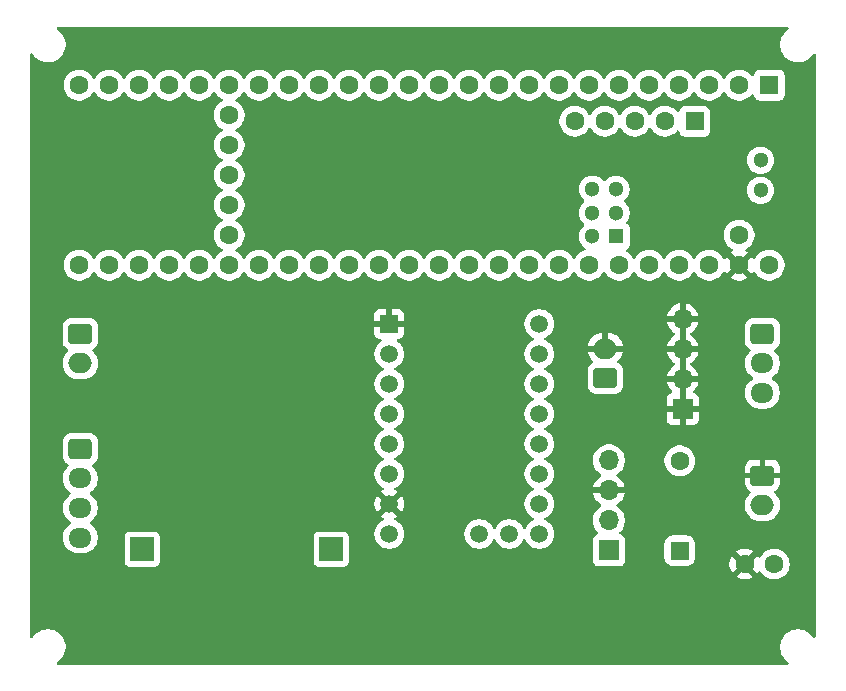
<source format=gbr>
%TF.GenerationSoftware,KiCad,Pcbnew,9.0.0*%
%TF.CreationDate,2025-04-30T22:01:28-04:00*%
%TF.ProjectId,arm,61726d2e-6b69-4636-9164-5f7063625858,rev?*%
%TF.SameCoordinates,Original*%
%TF.FileFunction,Copper,L2,Inr*%
%TF.FilePolarity,Positive*%
%FSLAX46Y46*%
G04 Gerber Fmt 4.6, Leading zero omitted, Abs format (unit mm)*
G04 Created by KiCad (PCBNEW 9.0.0) date 2025-04-30 22:01:28*
%MOMM*%
%LPD*%
G01*
G04 APERTURE LIST*
G04 Aperture macros list*
%AMRoundRect*
0 Rectangle with rounded corners*
0 $1 Rounding radius*
0 $2 $3 $4 $5 $6 $7 $8 $9 X,Y pos of 4 corners*
0 Add a 4 corners polygon primitive as box body*
4,1,4,$2,$3,$4,$5,$6,$7,$8,$9,$2,$3,0*
0 Add four circle primitives for the rounded corners*
1,1,$1+$1,$2,$3*
1,1,$1+$1,$4,$5*
1,1,$1+$1,$6,$7*
1,1,$1+$1,$8,$9*
0 Add four rect primitives between the rounded corners*
20,1,$1+$1,$2,$3,$4,$5,0*
20,1,$1+$1,$4,$5,$6,$7,0*
20,1,$1+$1,$6,$7,$8,$9,0*
20,1,$1+$1,$8,$9,$2,$3,0*%
G04 Aperture macros list end*
%TA.AperFunction,ComponentPad*%
%ADD10R,2.000000X2.000000*%
%TD*%
%TA.AperFunction,ComponentPad*%
%ADD11RoundRect,0.250000X0.750000X-0.600000X0.750000X0.600000X-0.750000X0.600000X-0.750000X-0.600000X0*%
%TD*%
%TA.AperFunction,ComponentPad*%
%ADD12O,2.000000X1.700000*%
%TD*%
%TA.AperFunction,ComponentPad*%
%ADD13RoundRect,0.250000X0.550000X-0.550000X0.550000X0.550000X-0.550000X0.550000X-0.550000X-0.550000X0*%
%TD*%
%TA.AperFunction,ComponentPad*%
%ADD14C,1.600000*%
%TD*%
%TA.AperFunction,ComponentPad*%
%ADD15RoundRect,0.250000X-0.750000X0.600000X-0.750000X-0.600000X0.750000X-0.600000X0.750000X0.600000X0*%
%TD*%
%TA.AperFunction,ComponentPad*%
%ADD16R,1.508000X1.508000*%
%TD*%
%TA.AperFunction,ComponentPad*%
%ADD17C,1.508000*%
%TD*%
%TA.AperFunction,ComponentPad*%
%ADD18R,1.700000X1.700000*%
%TD*%
%TA.AperFunction,ComponentPad*%
%ADD19O,1.700000X1.700000*%
%TD*%
%TA.AperFunction,ComponentPad*%
%ADD20RoundRect,0.250000X-0.725000X0.600000X-0.725000X-0.600000X0.725000X-0.600000X0.725000X0.600000X0*%
%TD*%
%TA.AperFunction,ComponentPad*%
%ADD21O,1.950000X1.700000*%
%TD*%
%TA.AperFunction,ComponentPad*%
%ADD22R,1.600000X1.600000*%
%TD*%
%TA.AperFunction,ComponentPad*%
%ADD23R,1.300000X1.300000*%
%TD*%
%TA.AperFunction,ComponentPad*%
%ADD24C,1.300000*%
%TD*%
G04 APERTURE END LIST*
D10*
%TO.N,N/C*%
%TO.C,REF\u002A\u002A*%
X137500000Y-115250000D03*
%TD*%
D11*
%TO.N,/Vin*%
%TO.C,5V*%
X160700000Y-100750000D03*
D12*
%TO.N,GND*%
X160700000Y-98250000D03*
%TD*%
D13*
%TO.N,/24V*%
%TO.C,SW*%
X167000000Y-115370000D03*
D14*
%TO.N,/Switch*%
X167000000Y-107750000D03*
%TD*%
D15*
%TO.N,Net-(RX1-Pin_1)*%
%TO.C,RX/TX*%
X116250000Y-97000000D03*
D12*
%TO.N,Net-(RX1-Pin_2)*%
X116250000Y-99500000D03*
%TD*%
D16*
%TO.N,GND*%
%TO.C,TMC_2209*%
X142400000Y-96170000D03*
D17*
%TO.N,/VIO*%
X142400000Y-98710000D03*
%TO.N,/A1*%
X142400000Y-101250000D03*
%TO.N,/A2*%
X142400000Y-103790000D03*
%TO.N,/B1*%
X142400000Y-106330000D03*
%TO.N,/B2*%
X142400000Y-108870000D03*
%TO.N,GND*%
X142400000Y-111410000D03*
%TO.N,/24V*%
X142400000Y-113950000D03*
%TO.N,Net-(TMC_2209-DIR)*%
X155100000Y-96170000D03*
%TO.N,Net-(TMC_2209-STEP)*%
X155100000Y-98710000D03*
%TO.N,unconnected-(TMC_2209-CLK-Pad11)*%
X155100000Y-101250000D03*
%TO.N,Net-(TMC_2209-TX)*%
X155100000Y-103790000D03*
%TO.N,Net-(TMC_2209-RX)*%
X155100000Y-106330000D03*
%TO.N,unconnected-(TMC_2209-MS2-Pad14)*%
X155100000Y-108870000D03*
%TO.N,unconnected-(TMC_2209-MS1-Pad15)*%
X155100000Y-111410000D03*
%TO.N,Net-(TMC_2209-~{EN})*%
X155100000Y-113950000D03*
%TO.N,unconnected-(TMC_2209-INDEX-Pad17)*%
X150020000Y-113950000D03*
%TO.N,unconnected-(TMC_2209-DIAG-Pad18)*%
X152560000Y-113950000D03*
%TD*%
D10*
%TO.N,N/C*%
%TO.C,REF\u002A\u002A*%
X121500000Y-115250000D03*
%TD*%
D18*
%TO.N,GND*%
%TO.C,Ground*%
X167250000Y-103370000D03*
D19*
X167250000Y-100830000D03*
X167250000Y-98290000D03*
X167250000Y-95750000D03*
%TD*%
D14*
%TO.N,/24V*%
%TO.C,C1*%
X175000000Y-116500000D03*
%TO.N,GND*%
X172500000Y-116500000D03*
%TD*%
D15*
%TO.N,GND*%
%TO.C,24V*%
X174000000Y-109000000D03*
D12*
%TO.N,/Switch*%
X174000000Y-111500000D03*
%TD*%
D20*
%TO.N,/A1*%
%TO.C,Stepper*%
X116250000Y-106750000D03*
D21*
%TO.N,/A2*%
X116250000Y-109250000D03*
%TO.N,/B1*%
X116250000Y-111750000D03*
%TO.N,/B2*%
X116250000Y-114250000D03*
%TD*%
D22*
%TO.N,unconnected-(Teensy1-GND-Pad1)*%
%TO.C,Teensy1*%
X174570000Y-75948400D03*
D14*
%TO.N,Net-(TMC_2209-TX)*%
X172030000Y-75948400D03*
%TO.N,Net-(TMC_2209-RX)*%
X169490000Y-75948400D03*
%TO.N,Net-(TMC_2209-~{EN})*%
X166950000Y-75948400D03*
%TO.N,Net-(TMC_2209-STEP)*%
X164410000Y-75948400D03*
%TO.N,Net-(TMC_2209-DIR)*%
X161870000Y-75948400D03*
%TO.N,unconnected-(Teensy1-5_IN2-Pad7)*%
X159330000Y-75948400D03*
%TO.N,unconnected-(Teensy1-6_OUT1D-Pad8)*%
X156790000Y-75948400D03*
%TO.N,Net-(RX1-Pin_2)*%
X154250000Y-75948400D03*
%TO.N,Net-(RX1-Pin_1)*%
X151710000Y-75948400D03*
%TO.N,unconnected-(Teensy1-9_OUT1C-Pad11)*%
X149170000Y-75948400D03*
%TO.N,unconnected-(Teensy1-10_CS_MQSR-Pad12)*%
X146630000Y-75948400D03*
%TO.N,unconnected-(Teensy1-11_MOSI_CTX1-Pad13)*%
X144090000Y-75948400D03*
%TO.N,unconnected-(Teensy1-12_MISO_MQSL-Pad14)*%
X141550000Y-75948400D03*
%TO.N,unconnected-(Teensy1-3V3-Pad15)*%
X139010000Y-75948400D03*
%TO.N,unconnected-(Teensy1-24_A10_TX6_SCL2-Pad16)*%
X136470000Y-75948400D03*
%TO.N,unconnected-(Teensy1-25_A11_RX6_SDA2-Pad17)*%
X133930000Y-75948400D03*
%TO.N,unconnected-(Teensy1-26_A12_MOSI1-Pad18)*%
X131390000Y-75948400D03*
%TO.N,unconnected-(Teensy1-27_A13_SCK1-Pad19)*%
X128850000Y-75948400D03*
%TO.N,unconnected-(Teensy1-28_RX7-Pad20)*%
X126310000Y-75948400D03*
%TO.N,unconnected-(Teensy1-29_TX7-Pad21)*%
X123770000Y-75948400D03*
%TO.N,unconnected-(Teensy1-30_CRX3-Pad22)*%
X121230000Y-75948400D03*
%TO.N,unconnected-(Teensy1-31_CTX3-Pad23)*%
X118690000Y-75948400D03*
%TO.N,unconnected-(Teensy1-32_OUT1B-Pad24)*%
X116150000Y-75948400D03*
%TO.N,unconnected-(Teensy1-33_MCLK2-Pad25)*%
X116150000Y-91188400D03*
%TO.N,unconnected-(Teensy1-34_RX8-Pad26)*%
X118690000Y-91188400D03*
%TO.N,unconnected-(Teensy1-35_TX8-Pad27)*%
X121230000Y-91188400D03*
%TO.N,unconnected-(Teensy1-36_CS-Pad28)*%
X123770000Y-91188400D03*
%TO.N,unconnected-(Teensy1-37_CS-Pad29)*%
X126310000Y-91188400D03*
%TO.N,unconnected-(Teensy1-38_CS1_IN1-Pad30)*%
X128850000Y-91188400D03*
%TO.N,unconnected-(Teensy1-39_MISO1_OUT1A-Pad31)*%
X131390000Y-91188400D03*
%TO.N,unconnected-(Teensy1-40_A16-Pad32)*%
X133930000Y-91188400D03*
%TO.N,unconnected-(Teensy1-41_A17-Pad33)*%
X136470000Y-91188400D03*
%TO.N,unconnected-(Teensy1-GND-Pad34)*%
X139010000Y-91188400D03*
%TO.N,unconnected-(Teensy1-13_SCK_LED-Pad35)*%
X141550000Y-91188400D03*
%TO.N,unconnected-(Teensy1-14_A0_TX3_SPDIF_OUT-Pad36)*%
X144090000Y-91188400D03*
%TO.N,unconnected-(Teensy1-15_A1_RX3_SPDIF_IN-Pad37)*%
X146630000Y-91188400D03*
%TO.N,unconnected-(Teensy1-16_A2_RX4_SCL1-Pad38)*%
X149170000Y-91188400D03*
%TO.N,unconnected-(Teensy1-17_A3_TX4_SDA1-Pad39)*%
X151710000Y-91188400D03*
%TO.N,Net-(Linear1-Pin_3)*%
X154250000Y-91188400D03*
%TO.N,Net-(Linear1-Pin_2)*%
X156790000Y-91188400D03*
%TO.N,unconnected-(Teensy1-20_A6_TX5_LRCLK1-Pad42)*%
X159330000Y-91188400D03*
%TO.N,Net-(Linear1-Pin_1)*%
X161870000Y-91188400D03*
%TO.N,unconnected-(Teensy1-22_A8_CTX1-Pad44)*%
X164410000Y-91188400D03*
%TO.N,unconnected-(Teensy1-23_A9_CRX1_MCLK1-Pad45)*%
X166950000Y-91188400D03*
%TO.N,/VIO*%
X169490000Y-91188400D03*
%TO.N,GND*%
X172030000Y-91188400D03*
%TO.N,/Vin*%
X174570000Y-91188400D03*
%TO.N,unconnected-(Teensy1-VUSB-Pad49)*%
X172030000Y-88648400D03*
%TO.N,unconnected-(Teensy1-VBAT-Pad50)*%
X128850000Y-78488400D03*
%TO.N,unconnected-(Teensy1-3V3-Pad51)*%
X128850000Y-81028400D03*
%TO.N,unconnected-(Teensy1-GND-Pad52)*%
X128850000Y-83568400D03*
%TO.N,unconnected-(Teensy1-PROGRAM-Pad53)*%
X128850000Y-86108400D03*
%TO.N,unconnected-(Teensy1-ON_OFF-Pad54)*%
X128850000Y-88648400D03*
D22*
%TO.N,unconnected-(Teensy1-5V-Pad55)*%
X168270800Y-78999200D03*
D14*
%TO.N,unconnected-(Teensy1-D--Pad56)*%
X165730800Y-78999200D03*
%TO.N,unconnected-(Teensy1-D+-Pad57)*%
X163190800Y-78999200D03*
%TO.N,unconnected-(Teensy1-GND-Pad58)*%
X160650800Y-78999200D03*
%TO.N,unconnected-(Teensy1-GND-Pad59)*%
X158110800Y-78999200D03*
D23*
%TO.N,unconnected-(Teensy1-R+-Pad60)*%
X161600000Y-88750000D03*
D24*
%TO.N,unconnected-(Teensy1-LED-Pad61)*%
X161600000Y-86750000D03*
%TO.N,unconnected-(Teensy1-T--Pad62)*%
X161600000Y-84750000D03*
%TO.N,unconnected-(Teensy1-T+-Pad63)*%
X159600000Y-84750000D03*
%TO.N,unconnected-(Teensy1-GND-Pad64)*%
X159600000Y-86750000D03*
%TO.N,unconnected-(Teensy1-R--Pad65)*%
X159600000Y-88750000D03*
%TO.N,unconnected-(Teensy1-D--Pad66)*%
X173840000Y-84838400D03*
%TO.N,unconnected-(Teensy1-D+-Pad67)*%
X173840000Y-82298400D03*
%TD*%
D20*
%TO.N,Net-(Linear1-Pin_1)*%
%TO.C,Linear Actuator*%
X174000000Y-97000000D03*
D21*
%TO.N,Net-(Linear1-Pin_2)*%
X174000000Y-99500000D03*
%TO.N,Net-(Linear1-Pin_3)*%
X174000000Y-102000000D03*
%TD*%
D18*
%TO.N,unconnected-(5V_BUCK1-SHDN-Pad1)*%
%TO.C,5V_BUCK*%
X161000000Y-115330000D03*
D19*
%TO.N,/24V*%
X161000000Y-112790000D03*
%TO.N,GND*%
X161000000Y-110250000D03*
%TO.N,/Vin*%
X161000000Y-107710000D03*
%TD*%
%TA.AperFunction,Conductor*%
%TO.N,GND*%
G36*
X167500000Y-102936988D02*
G01*
X167442993Y-102904075D01*
X167315826Y-102870000D01*
X167184174Y-102870000D01*
X167057007Y-102904075D01*
X167000000Y-102936988D01*
X167000000Y-101263012D01*
X167057007Y-101295925D01*
X167184174Y-101330000D01*
X167315826Y-101330000D01*
X167442993Y-101295925D01*
X167500000Y-101263012D01*
X167500000Y-102936988D01*
G37*
%TD.AperFunction*%
%TA.AperFunction,Conductor*%
G36*
X167500000Y-100396988D02*
G01*
X167442993Y-100364075D01*
X167315826Y-100330000D01*
X167184174Y-100330000D01*
X167057007Y-100364075D01*
X167000000Y-100396988D01*
X167000000Y-98723012D01*
X167057007Y-98755925D01*
X167184174Y-98790000D01*
X167315826Y-98790000D01*
X167442993Y-98755925D01*
X167500000Y-98723012D01*
X167500000Y-100396988D01*
G37*
%TD.AperFunction*%
%TA.AperFunction,Conductor*%
G36*
X167500000Y-97856988D02*
G01*
X167442993Y-97824075D01*
X167315826Y-97790000D01*
X167184174Y-97790000D01*
X167057007Y-97824075D01*
X167000000Y-97856988D01*
X167000000Y-96183012D01*
X167057007Y-96215925D01*
X167184174Y-96250000D01*
X167315826Y-96250000D01*
X167442993Y-96215925D01*
X167500000Y-96183012D01*
X167500000Y-97856988D01*
G37*
%TD.AperFunction*%
%TA.AperFunction,Conductor*%
G36*
X176196488Y-71020185D02*
G01*
X176242243Y-71072989D01*
X176252187Y-71142147D01*
X176223162Y-71205703D01*
X176202337Y-71224815D01*
X176022490Y-71355483D01*
X176022488Y-71355485D01*
X176022487Y-71355485D01*
X175855485Y-71522487D01*
X175855485Y-71522488D01*
X175855483Y-71522490D01*
X175795862Y-71604550D01*
X175716657Y-71713566D01*
X175609433Y-71924003D01*
X175536446Y-72148631D01*
X175499500Y-72381902D01*
X175499500Y-72618097D01*
X175536446Y-72851368D01*
X175609433Y-73075996D01*
X175700641Y-73255000D01*
X175716657Y-73286433D01*
X175855483Y-73477510D01*
X176022490Y-73644517D01*
X176213567Y-73783343D01*
X176312991Y-73834002D01*
X176424003Y-73890566D01*
X176424005Y-73890566D01*
X176424008Y-73890568D01*
X176544412Y-73929689D01*
X176648631Y-73963553D01*
X176881903Y-74000500D01*
X176881908Y-74000500D01*
X177118097Y-74000500D01*
X177351368Y-73963553D01*
X177575992Y-73890568D01*
X177786433Y-73783343D01*
X177977510Y-73644517D01*
X178144517Y-73477510D01*
X178275183Y-73297664D01*
X178330512Y-73255000D01*
X178400126Y-73249021D01*
X178461920Y-73281627D01*
X178496278Y-73342466D01*
X178499500Y-73370551D01*
X178499500Y-122629448D01*
X178479815Y-122696487D01*
X178427011Y-122742242D01*
X178357853Y-122752186D01*
X178294297Y-122723161D01*
X178275182Y-122702334D01*
X178242632Y-122657533D01*
X178144517Y-122522490D01*
X177977510Y-122355483D01*
X177786433Y-122216657D01*
X177575996Y-122109433D01*
X177351368Y-122036446D01*
X177118097Y-121999500D01*
X177118092Y-121999500D01*
X176881908Y-121999500D01*
X176881903Y-121999500D01*
X176648631Y-122036446D01*
X176424003Y-122109433D01*
X176213566Y-122216657D01*
X176104550Y-122295862D01*
X176022490Y-122355483D01*
X176022488Y-122355485D01*
X176022487Y-122355485D01*
X175855485Y-122522487D01*
X175855485Y-122522488D01*
X175855483Y-122522490D01*
X175795862Y-122604550D01*
X175716657Y-122713566D01*
X175609433Y-122924003D01*
X175536446Y-123148631D01*
X175499500Y-123381902D01*
X175499500Y-123618097D01*
X175536446Y-123851368D01*
X175609433Y-124075996D01*
X175700641Y-124255000D01*
X175716657Y-124286433D01*
X175855483Y-124477510D01*
X176022490Y-124644517D01*
X176202335Y-124775183D01*
X176245000Y-124830512D01*
X176250979Y-124900126D01*
X176218373Y-124961920D01*
X176157534Y-124996278D01*
X176129449Y-124999500D01*
X114370551Y-124999500D01*
X114303512Y-124979815D01*
X114257757Y-124927011D01*
X114247813Y-124857853D01*
X114276838Y-124794297D01*
X114297662Y-124775184D01*
X114477510Y-124644517D01*
X114644517Y-124477510D01*
X114783343Y-124286433D01*
X114890568Y-124075992D01*
X114963553Y-123851368D01*
X114988929Y-123691150D01*
X115000500Y-123618097D01*
X115000500Y-123381902D01*
X114963553Y-123148631D01*
X114890566Y-122924003D01*
X114799358Y-122744999D01*
X114783343Y-122713567D01*
X114644517Y-122522490D01*
X114477510Y-122355483D01*
X114286433Y-122216657D01*
X114075996Y-122109433D01*
X113851368Y-122036446D01*
X113618097Y-121999500D01*
X113618092Y-121999500D01*
X113381908Y-121999500D01*
X113381903Y-121999500D01*
X113148631Y-122036446D01*
X112924003Y-122109433D01*
X112713566Y-122216657D01*
X112604550Y-122295862D01*
X112522490Y-122355483D01*
X112522488Y-122355485D01*
X112522487Y-122355485D01*
X112355485Y-122522487D01*
X112355485Y-122522488D01*
X112355483Y-122522490D01*
X112277773Y-122629448D01*
X112224818Y-122702334D01*
X112169488Y-122744999D01*
X112099874Y-122750978D01*
X112038079Y-122718372D01*
X112003722Y-122657533D01*
X112000500Y-122629448D01*
X112000500Y-106099983D01*
X114774500Y-106099983D01*
X114774500Y-107400001D01*
X114774501Y-107400018D01*
X114785000Y-107502796D01*
X114785001Y-107502799D01*
X114840185Y-107669331D01*
X114840187Y-107669336D01*
X114845717Y-107678301D01*
X114930826Y-107816286D01*
X114932289Y-107818657D01*
X115056344Y-107942712D01*
X115211120Y-108038178D01*
X115257845Y-108090126D01*
X115269068Y-108159088D01*
X115241224Y-108223171D01*
X115233706Y-108231398D01*
X115094889Y-108370215D01*
X114969951Y-108542179D01*
X114873444Y-108731585D01*
X114807753Y-108933760D01*
X114774500Y-109143713D01*
X114774500Y-109356287D01*
X114807754Y-109566243D01*
X114847072Y-109687252D01*
X114873444Y-109768414D01*
X114969951Y-109957820D01*
X115094890Y-110129786D01*
X115245209Y-110280105D01*
X115245214Y-110280109D01*
X115409793Y-110399682D01*
X115452459Y-110455011D01*
X115458438Y-110524625D01*
X115425833Y-110586420D01*
X115409793Y-110600318D01*
X115245214Y-110719890D01*
X115245209Y-110719894D01*
X115094890Y-110870213D01*
X114969951Y-111042179D01*
X114873444Y-111231585D01*
X114807753Y-111433760D01*
X114774500Y-111643713D01*
X114774500Y-111856286D01*
X114800178Y-112018414D01*
X114807754Y-112066243D01*
X114860069Y-112227252D01*
X114873444Y-112268414D01*
X114969951Y-112457820D01*
X115094890Y-112629786D01*
X115245209Y-112780105D01*
X115245214Y-112780109D01*
X115409793Y-112899682D01*
X115452459Y-112955011D01*
X115458438Y-113024625D01*
X115425833Y-113086420D01*
X115409793Y-113100318D01*
X115245214Y-113219890D01*
X115245209Y-113219894D01*
X115094890Y-113370213D01*
X114969951Y-113542179D01*
X114873444Y-113731585D01*
X114807753Y-113933760D01*
X114789544Y-114048731D01*
X114774500Y-114143713D01*
X114774500Y-114356287D01*
X114777071Y-114372517D01*
X114797367Y-114500666D01*
X114807754Y-114566243D01*
X114840558Y-114667204D01*
X114873444Y-114768414D01*
X114969951Y-114957820D01*
X115094890Y-115129786D01*
X115245213Y-115280109D01*
X115417179Y-115405048D01*
X115417181Y-115405049D01*
X115417184Y-115405051D01*
X115606588Y-115501557D01*
X115808757Y-115567246D01*
X116018713Y-115600500D01*
X116018714Y-115600500D01*
X116481286Y-115600500D01*
X116481287Y-115600500D01*
X116691243Y-115567246D01*
X116893412Y-115501557D01*
X117082816Y-115405051D01*
X117106680Y-115387713D01*
X117254786Y-115280109D01*
X117254788Y-115280106D01*
X117254792Y-115280104D01*
X117405104Y-115129792D01*
X117405106Y-115129788D01*
X117405109Y-115129786D01*
X117530048Y-114957820D01*
X117530047Y-114957820D01*
X117530051Y-114957816D01*
X117626557Y-114768412D01*
X117692246Y-114566243D01*
X117725500Y-114356287D01*
X117725500Y-114202135D01*
X119999500Y-114202135D01*
X119999500Y-116297870D01*
X119999501Y-116297876D01*
X120005908Y-116357483D01*
X120056202Y-116492328D01*
X120056206Y-116492335D01*
X120142452Y-116607544D01*
X120142455Y-116607547D01*
X120257664Y-116693793D01*
X120257671Y-116693797D01*
X120392517Y-116744091D01*
X120392516Y-116744091D01*
X120399444Y-116744835D01*
X120452127Y-116750500D01*
X122547872Y-116750499D01*
X122607483Y-116744091D01*
X122742331Y-116693796D01*
X122857546Y-116607546D01*
X122943796Y-116492331D01*
X122994091Y-116357483D01*
X123000500Y-116297873D01*
X123000499Y-114202135D01*
X135999500Y-114202135D01*
X135999500Y-116297870D01*
X135999501Y-116297876D01*
X136005908Y-116357483D01*
X136056202Y-116492328D01*
X136056206Y-116492335D01*
X136142452Y-116607544D01*
X136142455Y-116607547D01*
X136257664Y-116693793D01*
X136257671Y-116693797D01*
X136392517Y-116744091D01*
X136392516Y-116744091D01*
X136399444Y-116744835D01*
X136452127Y-116750500D01*
X138547872Y-116750499D01*
X138607483Y-116744091D01*
X138742331Y-116693796D01*
X138857546Y-116607546D01*
X138943796Y-116492331D01*
X138994091Y-116357483D01*
X139000500Y-116297873D01*
X139000499Y-114202128D01*
X138994091Y-114142517D01*
X138991356Y-114135185D01*
X138943797Y-114007671D01*
X138943795Y-114007668D01*
X138943792Y-114007664D01*
X138857546Y-113892454D01*
X138857544Y-113892452D01*
X138857543Y-113892451D01*
X138742335Y-113806206D01*
X138742328Y-113806202D01*
X138607482Y-113755908D01*
X138607483Y-113755908D01*
X138547883Y-113749501D01*
X138547881Y-113749500D01*
X138547873Y-113749500D01*
X138547864Y-113749500D01*
X136452129Y-113749500D01*
X136452123Y-113749501D01*
X136392516Y-113755908D01*
X136257671Y-113806202D01*
X136257664Y-113806206D01*
X136142455Y-113892452D01*
X136142452Y-113892455D01*
X136056206Y-114007664D01*
X136056202Y-114007671D01*
X136005908Y-114142517D01*
X135999501Y-114202116D01*
X135999501Y-114202123D01*
X135999500Y-114202135D01*
X123000499Y-114202135D01*
X123000499Y-114202128D01*
X122994091Y-114142517D01*
X122991356Y-114135185D01*
X122943797Y-114007671D01*
X122943793Y-114007664D01*
X122857547Y-113892455D01*
X122857544Y-113892452D01*
X122742335Y-113806206D01*
X122742328Y-113806202D01*
X122607482Y-113755908D01*
X122607483Y-113755908D01*
X122547883Y-113749501D01*
X122547881Y-113749500D01*
X122547873Y-113749500D01*
X122547864Y-113749500D01*
X120452129Y-113749500D01*
X120452123Y-113749501D01*
X120392516Y-113755908D01*
X120257671Y-113806202D01*
X120257664Y-113806206D01*
X120142455Y-113892452D01*
X120142452Y-113892455D01*
X120056206Y-114007664D01*
X120056202Y-114007671D01*
X120005908Y-114142517D01*
X119999501Y-114202116D01*
X119999501Y-114202123D01*
X119999500Y-114202135D01*
X117725500Y-114202135D01*
X117725500Y-114143713D01*
X117692246Y-113933757D01*
X117626557Y-113731588D01*
X117530051Y-113542184D01*
X117530049Y-113542181D01*
X117530048Y-113542179D01*
X117405109Y-113370213D01*
X117254792Y-113219896D01*
X117254784Y-113219890D01*
X117090204Y-113100316D01*
X117047540Y-113044989D01*
X117041561Y-112975376D01*
X117074166Y-112913580D01*
X117090199Y-112899686D01*
X117254792Y-112780104D01*
X117405104Y-112629792D01*
X117405106Y-112629788D01*
X117405109Y-112629786D01*
X117530048Y-112457820D01*
X117530047Y-112457820D01*
X117530051Y-112457816D01*
X117626557Y-112268412D01*
X117692246Y-112066243D01*
X117725500Y-111856287D01*
X117725500Y-111643713D01*
X117692246Y-111433757D01*
X117626557Y-111231588D01*
X117626555Y-111231585D01*
X117626555Y-111231583D01*
X117561035Y-111102993D01*
X117530051Y-111042184D01*
X117530049Y-111042181D01*
X117530048Y-111042179D01*
X117405109Y-110870213D01*
X117254792Y-110719896D01*
X117249326Y-110715925D01*
X117090204Y-110600316D01*
X117047540Y-110544989D01*
X117041561Y-110475376D01*
X117074166Y-110413580D01*
X117090199Y-110399686D01*
X117254792Y-110280104D01*
X117405104Y-110129792D01*
X117405106Y-110129788D01*
X117405109Y-110129786D01*
X117530048Y-109957820D01*
X117530047Y-109957820D01*
X117530051Y-109957816D01*
X117626557Y-109768412D01*
X117692246Y-109566243D01*
X117725500Y-109356287D01*
X117725500Y-109143713D01*
X117692246Y-108933757D01*
X117626557Y-108731588D01*
X117530051Y-108542184D01*
X117530049Y-108542181D01*
X117530048Y-108542179D01*
X117405109Y-108370213D01*
X117266294Y-108231398D01*
X117232809Y-108170075D01*
X117237793Y-108100383D01*
X117279665Y-108044450D01*
X117288879Y-108038178D01*
X117294331Y-108034814D01*
X117294334Y-108034814D01*
X117443656Y-107942712D01*
X117567712Y-107818656D01*
X117659814Y-107669334D01*
X117714999Y-107502797D01*
X117725500Y-107400009D01*
X117725499Y-106099992D01*
X117714999Y-105997203D01*
X117659814Y-105830666D01*
X117567712Y-105681344D01*
X117443656Y-105557288D01*
X117294334Y-105465186D01*
X117127797Y-105410001D01*
X117127795Y-105410000D01*
X117025010Y-105399500D01*
X115474998Y-105399500D01*
X115474981Y-105399501D01*
X115372203Y-105410000D01*
X115372200Y-105410001D01*
X115205668Y-105465185D01*
X115205663Y-105465187D01*
X115056342Y-105557289D01*
X114932289Y-105681342D01*
X114840187Y-105830663D01*
X114840185Y-105830668D01*
X114834296Y-105848441D01*
X114785001Y-105997203D01*
X114785001Y-105997204D01*
X114785000Y-105997204D01*
X114774500Y-106099983D01*
X112000500Y-106099983D01*
X112000500Y-96349983D01*
X114749500Y-96349983D01*
X114749500Y-97650001D01*
X114749501Y-97650018D01*
X114760000Y-97752796D01*
X114760001Y-97752799D01*
X114783620Y-97824075D01*
X114815186Y-97919334D01*
X114897322Y-98052499D01*
X114907289Y-98068657D01*
X115031344Y-98192712D01*
X115186120Y-98288178D01*
X115232845Y-98340126D01*
X115244068Y-98409088D01*
X115216224Y-98473171D01*
X115208706Y-98481398D01*
X115069889Y-98620215D01*
X114944951Y-98792179D01*
X114848444Y-98981585D01*
X114782753Y-99183760D01*
X114761219Y-99319723D01*
X114749500Y-99393713D01*
X114749500Y-99606287D01*
X114782754Y-99816243D01*
X114840998Y-99995500D01*
X114848444Y-100018414D01*
X114944951Y-100207820D01*
X115069890Y-100379786D01*
X115220213Y-100530109D01*
X115392179Y-100655048D01*
X115392181Y-100655049D01*
X115392184Y-100655051D01*
X115581588Y-100751557D01*
X115783757Y-100817246D01*
X115993713Y-100850500D01*
X115993714Y-100850500D01*
X116506286Y-100850500D01*
X116506287Y-100850500D01*
X116716243Y-100817246D01*
X116918412Y-100751557D01*
X117107816Y-100655051D01*
X117211116Y-100580000D01*
X117279786Y-100530109D01*
X117279788Y-100530106D01*
X117279792Y-100530104D01*
X117430104Y-100379792D01*
X117430106Y-100379788D01*
X117430109Y-100379786D01*
X117555048Y-100207820D01*
X117555047Y-100207820D01*
X117555051Y-100207816D01*
X117651557Y-100018412D01*
X117717246Y-99816243D01*
X117750500Y-99606287D01*
X117750500Y-99393713D01*
X117717246Y-99183757D01*
X117651557Y-98981588D01*
X117555051Y-98792184D01*
X117537638Y-98768217D01*
X117473026Y-98679285D01*
X117473023Y-98679282D01*
X117430107Y-98620213D01*
X117430104Y-98620208D01*
X117421159Y-98611263D01*
X141145500Y-98611263D01*
X141145500Y-98808736D01*
X141176389Y-99003763D01*
X141230228Y-99169459D01*
X141237409Y-99191561D01*
X141276526Y-99268331D01*
X141327058Y-99367504D01*
X141443115Y-99527246D01*
X141582753Y-99666884D01*
X141732234Y-99775486D01*
X141742499Y-99782944D01*
X141912404Y-99869516D01*
X141963199Y-99917490D01*
X141979994Y-99985311D01*
X141957456Y-100051446D01*
X141912404Y-100090483D01*
X141849684Y-100122442D01*
X141742495Y-100177058D01*
X141582753Y-100293115D01*
X141443115Y-100432753D01*
X141327058Y-100592495D01*
X141237408Y-100768441D01*
X141176389Y-100956236D01*
X141145500Y-101151263D01*
X141145500Y-101348736D01*
X141176389Y-101543763D01*
X141230227Y-101709458D01*
X141237409Y-101731561D01*
X141320031Y-101893713D01*
X141327058Y-101907504D01*
X141443115Y-102067246D01*
X141582753Y-102206884D01*
X141732234Y-102315486D01*
X141742499Y-102322944D01*
X141912404Y-102409516D01*
X141963199Y-102457490D01*
X141979994Y-102525311D01*
X141957456Y-102591446D01*
X141912404Y-102630483D01*
X141760633Y-102707816D01*
X141742495Y-102717058D01*
X141582753Y-102833115D01*
X141443115Y-102972753D01*
X141327058Y-103132495D01*
X141237408Y-103308441D01*
X141176389Y-103496236D01*
X141145500Y-103691263D01*
X141145500Y-103888736D01*
X141176389Y-104083763D01*
X141236196Y-104267827D01*
X141237409Y-104271561D01*
X141327056Y-104447501D01*
X141327058Y-104447504D01*
X141443115Y-104607246D01*
X141582753Y-104746884D01*
X141732234Y-104855486D01*
X141742499Y-104862944D01*
X141912404Y-104949516D01*
X141963199Y-104997490D01*
X141979994Y-105065311D01*
X141957456Y-105131446D01*
X141912404Y-105170483D01*
X141755321Y-105250522D01*
X141742495Y-105257058D01*
X141582753Y-105373115D01*
X141443115Y-105512753D01*
X141327058Y-105672495D01*
X141237408Y-105848441D01*
X141176389Y-106036236D01*
X141145500Y-106231263D01*
X141145500Y-106428736D01*
X141176389Y-106623763D01*
X141220015Y-106758028D01*
X141237409Y-106811561D01*
X141327056Y-106987501D01*
X141327058Y-106987504D01*
X141443115Y-107147246D01*
X141582753Y-107286884D01*
X141729854Y-107393757D01*
X141742499Y-107402944D01*
X141912404Y-107489516D01*
X141963199Y-107537490D01*
X141979994Y-107605311D01*
X141957456Y-107671446D01*
X141912404Y-107710483D01*
X141755321Y-107790522D01*
X141742495Y-107797058D01*
X141582753Y-107913115D01*
X141443115Y-108052753D01*
X141327058Y-108212495D01*
X141237408Y-108388441D01*
X141176389Y-108576236D01*
X141145500Y-108771263D01*
X141145500Y-108968736D01*
X141176389Y-109163763D01*
X141237408Y-109351558D01*
X141237409Y-109351561D01*
X141327056Y-109527501D01*
X141327058Y-109527504D01*
X141443115Y-109687246D01*
X141582753Y-109826884D01*
X141742494Y-109942941D01*
X141742496Y-109942942D01*
X141742499Y-109942944D01*
X141912956Y-110029797D01*
X141963749Y-110077768D01*
X141980544Y-110145589D01*
X141958007Y-110211724D01*
X141912954Y-110250763D01*
X141742767Y-110337479D01*
X141742760Y-110337483D01*
X141707010Y-110363456D01*
X141707010Y-110363457D01*
X142270591Y-110927037D01*
X142207007Y-110944075D01*
X142092993Y-111009901D01*
X141999901Y-111102993D01*
X141934075Y-111217007D01*
X141917037Y-111280590D01*
X141353457Y-110717010D01*
X141353456Y-110717010D01*
X141327483Y-110752760D01*
X141327482Y-110752762D01*
X141237873Y-110928626D01*
X141176876Y-111116353D01*
X141146000Y-111311302D01*
X141146000Y-111508697D01*
X141176876Y-111703646D01*
X141237873Y-111891373D01*
X141327483Y-112067239D01*
X141353457Y-112102988D01*
X141353457Y-112102989D01*
X141917037Y-111539409D01*
X141934075Y-111602993D01*
X141999901Y-111717007D01*
X142092993Y-111810099D01*
X142207007Y-111875925D01*
X142270590Y-111892962D01*
X141707009Y-112456541D01*
X141707010Y-112456542D01*
X141742755Y-112482512D01*
X141742768Y-112482520D01*
X141912953Y-112569235D01*
X141963749Y-112617210D01*
X141980544Y-112685031D01*
X141958006Y-112751166D01*
X141912954Y-112790203D01*
X141751189Y-112872627D01*
X141742495Y-112877058D01*
X141582753Y-112993115D01*
X141443115Y-113132753D01*
X141327058Y-113292495D01*
X141237408Y-113468441D01*
X141176389Y-113656236D01*
X141145500Y-113851263D01*
X141145500Y-114048736D01*
X141176389Y-114243763D01*
X141222865Y-114386800D01*
X141237409Y-114431561D01*
X141306032Y-114566239D01*
X141327058Y-114607504D01*
X141443115Y-114767246D01*
X141582753Y-114906884D01*
X141732234Y-115015486D01*
X141742499Y-115022944D01*
X141918439Y-115112591D01*
X142043637Y-115153270D01*
X142106236Y-115173610D01*
X142301264Y-115204500D01*
X142301269Y-115204500D01*
X142498736Y-115204500D01*
X142693763Y-115173610D01*
X142881561Y-115112591D01*
X143057501Y-115022944D01*
X143147192Y-114957779D01*
X143217246Y-114906884D01*
X143217248Y-114906881D01*
X143217252Y-114906879D01*
X143356879Y-114767252D01*
X143356881Y-114767248D01*
X143356884Y-114767246D01*
X143407779Y-114697192D01*
X143472944Y-114607501D01*
X143562591Y-114431561D01*
X143623610Y-114243763D01*
X143630204Y-114202128D01*
X143654500Y-114048736D01*
X143654500Y-113851263D01*
X148765500Y-113851263D01*
X148765500Y-114048736D01*
X148796389Y-114243763D01*
X148842865Y-114386800D01*
X148857409Y-114431561D01*
X148926032Y-114566239D01*
X148947058Y-114607504D01*
X149063115Y-114767246D01*
X149202753Y-114906884D01*
X149352234Y-115015486D01*
X149362499Y-115022944D01*
X149538439Y-115112591D01*
X149663637Y-115153270D01*
X149726236Y-115173610D01*
X149921264Y-115204500D01*
X149921269Y-115204500D01*
X150118736Y-115204500D01*
X150313763Y-115173610D01*
X150501561Y-115112591D01*
X150677501Y-115022944D01*
X150767192Y-114957779D01*
X150837246Y-114906884D01*
X150837248Y-114906881D01*
X150837252Y-114906879D01*
X150976879Y-114767252D01*
X150976881Y-114767248D01*
X150976884Y-114767246D01*
X151092941Y-114607505D01*
X151092942Y-114607504D01*
X151092944Y-114607501D01*
X151179517Y-114437593D01*
X151227490Y-114386800D01*
X151295311Y-114370005D01*
X151361446Y-114392542D01*
X151400482Y-114437593D01*
X151466032Y-114566239D01*
X151487058Y-114607505D01*
X151603115Y-114767246D01*
X151742753Y-114906884D01*
X151892234Y-115015486D01*
X151902499Y-115022944D01*
X152078439Y-115112591D01*
X152203637Y-115153270D01*
X152266236Y-115173610D01*
X152461264Y-115204500D01*
X152461269Y-115204500D01*
X152658736Y-115204500D01*
X152853763Y-115173610D01*
X153041561Y-115112591D01*
X153217501Y-115022944D01*
X153307192Y-114957779D01*
X153377246Y-114906884D01*
X153377248Y-114906881D01*
X153377252Y-114906879D01*
X153516879Y-114767252D01*
X153516881Y-114767248D01*
X153516884Y-114767246D01*
X153632941Y-114607505D01*
X153632942Y-114607504D01*
X153632944Y-114607501D01*
X153719517Y-114437593D01*
X153767490Y-114386800D01*
X153835311Y-114370005D01*
X153901446Y-114392542D01*
X153940482Y-114437593D01*
X154006032Y-114566239D01*
X154027058Y-114607505D01*
X154143115Y-114767246D01*
X154282753Y-114906884D01*
X154432234Y-115015486D01*
X154442499Y-115022944D01*
X154618439Y-115112591D01*
X154743637Y-115153270D01*
X154806236Y-115173610D01*
X155001264Y-115204500D01*
X155001269Y-115204500D01*
X155198736Y-115204500D01*
X155393763Y-115173610D01*
X155581561Y-115112591D01*
X155757501Y-115022944D01*
X155847192Y-114957779D01*
X155917246Y-114906884D01*
X155917248Y-114906881D01*
X155917252Y-114906879D01*
X156056879Y-114767252D01*
X156056881Y-114767248D01*
X156056884Y-114767246D01*
X156107779Y-114697192D01*
X156172944Y-114607501D01*
X156262591Y-114431561D01*
X156323610Y-114243763D01*
X156330204Y-114202128D01*
X156354500Y-114048736D01*
X156354500Y-113851263D01*
X156323610Y-113656236D01*
X156272136Y-113497816D01*
X156262591Y-113468439D01*
X156172944Y-113292499D01*
X156165486Y-113282234D01*
X156056884Y-113132753D01*
X155917246Y-112993115D01*
X155757505Y-112877058D01*
X155751119Y-112873804D01*
X155587593Y-112790482D01*
X155580155Y-112783458D01*
X155579127Y-112783156D01*
X155577737Y-112781551D01*
X155566770Y-112777100D01*
X155553519Y-112758301D01*
X155536800Y-112742510D01*
X155533956Y-112731026D01*
X155533372Y-112730352D01*
X155533257Y-112729553D01*
X155526517Y-112719991D01*
X155525533Y-112697013D01*
X155520005Y-112674689D01*
X155523776Y-112663620D01*
X155523428Y-112661194D01*
X155523951Y-112660048D01*
X155523529Y-112650185D01*
X155535122Y-112630326D01*
X155542542Y-112608554D01*
X155550693Y-112601491D01*
X155552453Y-112597638D01*
X155555680Y-112595112D01*
X155558755Y-112589846D01*
X155587600Y-112569513D01*
X155757501Y-112482944D01*
X155899479Y-112379792D01*
X155917246Y-112366884D01*
X155917248Y-112366881D01*
X155917252Y-112366879D01*
X156056879Y-112227252D01*
X156056881Y-112227248D01*
X156056884Y-112227246D01*
X156107779Y-112157192D01*
X156172944Y-112067501D01*
X156262591Y-111891561D01*
X156323610Y-111703763D01*
X156339049Y-111606286D01*
X156354500Y-111508736D01*
X156354500Y-111311263D01*
X156323610Y-111116236D01*
X156279859Y-110981585D01*
X156262591Y-110928439D01*
X156172944Y-110752499D01*
X156149255Y-110719894D01*
X156056884Y-110592753D01*
X155917246Y-110453115D01*
X155757505Y-110337058D01*
X155715835Y-110315826D01*
X155587593Y-110250482D01*
X155536800Y-110202510D01*
X155520005Y-110134689D01*
X155542542Y-110068554D01*
X155587593Y-110029517D01*
X155757501Y-109942944D01*
X155885565Y-109849901D01*
X155917246Y-109826884D01*
X155917248Y-109826881D01*
X155917252Y-109826879D01*
X156056879Y-109687252D01*
X156056881Y-109687248D01*
X156056884Y-109687246D01*
X156107779Y-109617192D01*
X156172944Y-109527501D01*
X156262591Y-109351561D01*
X156323610Y-109163763D01*
X156334441Y-109095378D01*
X156354500Y-108968736D01*
X156354500Y-108771263D01*
X156323610Y-108576236D01*
X156272136Y-108417816D01*
X156262591Y-108388439D01*
X156172944Y-108212499D01*
X156165486Y-108202234D01*
X156056884Y-108052753D01*
X155917246Y-107913115D01*
X155757505Y-107797058D01*
X155751119Y-107793804D01*
X155587593Y-107710482D01*
X155580155Y-107703458D01*
X155579127Y-107703156D01*
X155577737Y-107701551D01*
X155566770Y-107697100D01*
X155553519Y-107678301D01*
X155536800Y-107662510D01*
X155533956Y-107651026D01*
X155533372Y-107650352D01*
X155533257Y-107649553D01*
X155526517Y-107639991D01*
X155525533Y-107617013D01*
X155522240Y-107603713D01*
X159649500Y-107603713D01*
X159649500Y-107816287D01*
X159682754Y-108026243D01*
X159743271Y-108212495D01*
X159748444Y-108228414D01*
X159844951Y-108417820D01*
X159969890Y-108589786D01*
X160120213Y-108740109D01*
X160292179Y-108865048D01*
X160292181Y-108865049D01*
X160292184Y-108865051D01*
X160301493Y-108869794D01*
X160352290Y-108917766D01*
X160369087Y-108985587D01*
X160346552Y-109051722D01*
X160301502Y-109090762D01*
X160292443Y-109095378D01*
X160120540Y-109220272D01*
X160120535Y-109220276D01*
X159970276Y-109370535D01*
X159970272Y-109370540D01*
X159845379Y-109542442D01*
X159748904Y-109731782D01*
X159683242Y-109933870D01*
X159683242Y-109933873D01*
X159672769Y-110000000D01*
X160566988Y-110000000D01*
X160534075Y-110057007D01*
X160500000Y-110184174D01*
X160500000Y-110315826D01*
X160534075Y-110442993D01*
X160566988Y-110500000D01*
X159672769Y-110500000D01*
X159683242Y-110566126D01*
X159683242Y-110566129D01*
X159748904Y-110768217D01*
X159845379Y-110957557D01*
X159970272Y-111129459D01*
X159970276Y-111129464D01*
X160120535Y-111279723D01*
X160120540Y-111279727D01*
X160292444Y-111404622D01*
X160301495Y-111409234D01*
X160352292Y-111457208D01*
X160369087Y-111525029D01*
X160346550Y-111591164D01*
X160301499Y-111630202D01*
X160292182Y-111634949D01*
X160120213Y-111759890D01*
X159969890Y-111910213D01*
X159844951Y-112082179D01*
X159748444Y-112271585D01*
X159682753Y-112473760D01*
X159649500Y-112683713D01*
X159649500Y-112896286D01*
X159681815Y-113100319D01*
X159682754Y-113106243D01*
X159743271Y-113292495D01*
X159748444Y-113308414D01*
X159844951Y-113497820D01*
X159969890Y-113669786D01*
X160083430Y-113783326D01*
X160116915Y-113844649D01*
X160111931Y-113914341D01*
X160070059Y-113970274D01*
X160039083Y-113987189D01*
X159907669Y-114036203D01*
X159907664Y-114036206D01*
X159792455Y-114122452D01*
X159792452Y-114122455D01*
X159706206Y-114237664D01*
X159706202Y-114237671D01*
X159655908Y-114372517D01*
X159649561Y-114431558D01*
X159649501Y-114432123D01*
X159649500Y-114432135D01*
X159649500Y-116227870D01*
X159649501Y-116227876D01*
X159655908Y-116287483D01*
X159706202Y-116422328D01*
X159706206Y-116422335D01*
X159792452Y-116537544D01*
X159792455Y-116537547D01*
X159907664Y-116623793D01*
X159907671Y-116623797D01*
X160042517Y-116674091D01*
X160042516Y-116674091D01*
X160049444Y-116674835D01*
X160102127Y-116680500D01*
X161897872Y-116680499D01*
X161957483Y-116674091D01*
X162092331Y-116623796D01*
X162207546Y-116537546D01*
X162293796Y-116422331D01*
X162344091Y-116287483D01*
X162350500Y-116227873D01*
X162350499Y-114769983D01*
X165699500Y-114769983D01*
X165699500Y-115970001D01*
X165699501Y-115970018D01*
X165710000Y-116072796D01*
X165710001Y-116072799D01*
X165765185Y-116239331D01*
X165765187Y-116239336D01*
X165774475Y-116254394D01*
X165857288Y-116388656D01*
X165981344Y-116512712D01*
X166130666Y-116604814D01*
X166297203Y-116659999D01*
X166399991Y-116670500D01*
X167600008Y-116670499D01*
X167702797Y-116659999D01*
X167869334Y-116604814D01*
X168018656Y-116512712D01*
X168133686Y-116397682D01*
X171200000Y-116397682D01*
X171200000Y-116602317D01*
X171232009Y-116804417D01*
X171295244Y-116999031D01*
X171388141Y-117181350D01*
X171388147Y-117181359D01*
X171420523Y-117225921D01*
X171420524Y-117225922D01*
X172100000Y-116546446D01*
X172100000Y-116552661D01*
X172127259Y-116654394D01*
X172179920Y-116745606D01*
X172254394Y-116820080D01*
X172345606Y-116872741D01*
X172447339Y-116900000D01*
X172453553Y-116900000D01*
X171774076Y-117579474D01*
X171818650Y-117611859D01*
X172000968Y-117704755D01*
X172195582Y-117767990D01*
X172397683Y-117800000D01*
X172602317Y-117800000D01*
X172804417Y-117767990D01*
X172999031Y-117704755D01*
X173181349Y-117611859D01*
X173225921Y-117579474D01*
X172546447Y-116900000D01*
X172552661Y-116900000D01*
X172654394Y-116872741D01*
X172745606Y-116820080D01*
X172820080Y-116745606D01*
X172872741Y-116654394D01*
X172900000Y-116552661D01*
X172900000Y-116546448D01*
X173579474Y-117225922D01*
X173579474Y-117225921D01*
X173611859Y-117181349D01*
X173639233Y-117127624D01*
X173687207Y-117076827D01*
X173755028Y-117060031D01*
X173821163Y-117082567D01*
X173860203Y-117127621D01*
X173887713Y-117181611D01*
X174008028Y-117347213D01*
X174152786Y-117491971D01*
X174273226Y-117579474D01*
X174318390Y-117612287D01*
X174434607Y-117671503D01*
X174500776Y-117705218D01*
X174500778Y-117705218D01*
X174500781Y-117705220D01*
X174605137Y-117739127D01*
X174695465Y-117768477D01*
X174796557Y-117784488D01*
X174897648Y-117800500D01*
X174897649Y-117800500D01*
X175102351Y-117800500D01*
X175102352Y-117800500D01*
X175304534Y-117768477D01*
X175499219Y-117705220D01*
X175681610Y-117612287D01*
X175774590Y-117544732D01*
X175847213Y-117491971D01*
X175847215Y-117491968D01*
X175847219Y-117491966D01*
X175991966Y-117347219D01*
X175991968Y-117347215D01*
X175991971Y-117347213D01*
X176044732Y-117274590D01*
X176112287Y-117181610D01*
X176205220Y-116999219D01*
X176268477Y-116804534D01*
X176300500Y-116602352D01*
X176300500Y-116397648D01*
X176284697Y-116297872D01*
X176268477Y-116195465D01*
X176228619Y-116072795D01*
X176205220Y-116000781D01*
X176205218Y-116000778D01*
X176205218Y-116000776D01*
X176162750Y-115917429D01*
X176112287Y-115818390D01*
X176080092Y-115774077D01*
X175991971Y-115652786D01*
X175847213Y-115508028D01*
X175681613Y-115387715D01*
X175681612Y-115387714D01*
X175681610Y-115387713D01*
X175624653Y-115358691D01*
X175499223Y-115294781D01*
X175304534Y-115231522D01*
X175129995Y-115203878D01*
X175102352Y-115199500D01*
X174897648Y-115199500D01*
X174873329Y-115203351D01*
X174695465Y-115231522D01*
X174500776Y-115294781D01*
X174318386Y-115387715D01*
X174152786Y-115508028D01*
X174008028Y-115652786D01*
X173887714Y-115818386D01*
X173860203Y-115872379D01*
X173812227Y-115923174D01*
X173744406Y-115939968D01*
X173678272Y-115917429D01*
X173639234Y-115872376D01*
X173611861Y-115818652D01*
X173579474Y-115774077D01*
X173579474Y-115774076D01*
X172900000Y-116453551D01*
X172900000Y-116447339D01*
X172872741Y-116345606D01*
X172820080Y-116254394D01*
X172745606Y-116179920D01*
X172654394Y-116127259D01*
X172552661Y-116100000D01*
X172546446Y-116100000D01*
X173225922Y-115420524D01*
X173225921Y-115420523D01*
X173181359Y-115388147D01*
X173181350Y-115388141D01*
X172999031Y-115295244D01*
X172804417Y-115232009D01*
X172602317Y-115200000D01*
X172397683Y-115200000D01*
X172195582Y-115232009D01*
X172000968Y-115295244D01*
X171818644Y-115388143D01*
X171774077Y-115420523D01*
X171774077Y-115420524D01*
X172453554Y-116100000D01*
X172447339Y-116100000D01*
X172345606Y-116127259D01*
X172254394Y-116179920D01*
X172179920Y-116254394D01*
X172127259Y-116345606D01*
X172100000Y-116447339D01*
X172100000Y-116453553D01*
X171420524Y-115774077D01*
X171420523Y-115774077D01*
X171388143Y-115818644D01*
X171295244Y-116000968D01*
X171232009Y-116195582D01*
X171200000Y-116397682D01*
X168133686Y-116397682D01*
X168142712Y-116388656D01*
X168161940Y-116357482D01*
X168180299Y-116327719D01*
X168234810Y-116239340D01*
X168234814Y-116239334D01*
X168289999Y-116072797D01*
X168300500Y-115970009D01*
X168300499Y-115295244D01*
X168300499Y-114769998D01*
X168300498Y-114769981D01*
X168289999Y-114667203D01*
X168289998Y-114667200D01*
X168270217Y-114607505D01*
X168234814Y-114500666D01*
X168142712Y-114351344D01*
X168018656Y-114227288D01*
X167869334Y-114135186D01*
X167702797Y-114080001D01*
X167702795Y-114080000D01*
X167600010Y-114069500D01*
X166399998Y-114069500D01*
X166399981Y-114069501D01*
X166297203Y-114080000D01*
X166297200Y-114080001D01*
X166130668Y-114135185D01*
X166130663Y-114135187D01*
X165981342Y-114227289D01*
X165857289Y-114351342D01*
X165765187Y-114500663D01*
X165765186Y-114500666D01*
X165710001Y-114667203D01*
X165710001Y-114667204D01*
X165710000Y-114667204D01*
X165699500Y-114769983D01*
X162350499Y-114769983D01*
X162350499Y-114432128D01*
X162344091Y-114372517D01*
X162338037Y-114356286D01*
X162293797Y-114237671D01*
X162293793Y-114237664D01*
X162207547Y-114122455D01*
X162207544Y-114122452D01*
X162092335Y-114036206D01*
X162092328Y-114036202D01*
X161960917Y-113987189D01*
X161904983Y-113945318D01*
X161880566Y-113879853D01*
X161895418Y-113811580D01*
X161916563Y-113783332D01*
X162030104Y-113669792D01*
X162155051Y-113497816D01*
X162251557Y-113308412D01*
X162317246Y-113106243D01*
X162350500Y-112896287D01*
X162350500Y-112683713D01*
X162317246Y-112473757D01*
X162251557Y-112271588D01*
X162155051Y-112082184D01*
X162155049Y-112082181D01*
X162155048Y-112082179D01*
X162030109Y-111910213D01*
X161879786Y-111759890D01*
X161707817Y-111634949D01*
X161698504Y-111630204D01*
X161647707Y-111582230D01*
X161630912Y-111514409D01*
X161653449Y-111448274D01*
X161683297Y-111418409D01*
X161718289Y-111393713D01*
X172499500Y-111393713D01*
X172499500Y-111606286D01*
X172524408Y-111763553D01*
X172532754Y-111816243D01*
X172563285Y-111910208D01*
X172598444Y-112018414D01*
X172694951Y-112207820D01*
X172819890Y-112379786D01*
X172970213Y-112530109D01*
X173142179Y-112655048D01*
X173142181Y-112655049D01*
X173142184Y-112655051D01*
X173331588Y-112751557D01*
X173533757Y-112817246D01*
X173743713Y-112850500D01*
X173743714Y-112850500D01*
X174256286Y-112850500D01*
X174256287Y-112850500D01*
X174466243Y-112817246D01*
X174668412Y-112751557D01*
X174857816Y-112655051D01*
X174947564Y-112589846D01*
X175029786Y-112530109D01*
X175029788Y-112530106D01*
X175029792Y-112530104D01*
X175180104Y-112379792D01*
X175180106Y-112379788D01*
X175180109Y-112379786D01*
X175305048Y-112207820D01*
X175305047Y-112207820D01*
X175305051Y-112207816D01*
X175401557Y-112018412D01*
X175467246Y-111816243D01*
X175500500Y-111606287D01*
X175500500Y-111393713D01*
X175467246Y-111183757D01*
X175401557Y-110981588D01*
X175305051Y-110792184D01*
X175305049Y-110792181D01*
X175305048Y-110792179D01*
X175180109Y-110620213D01*
X175040931Y-110481035D01*
X175007446Y-110419712D01*
X175012430Y-110350020D01*
X175054302Y-110294087D01*
X175063516Y-110287815D01*
X175218343Y-110192317D01*
X175342315Y-110068345D01*
X175434356Y-109919124D01*
X175434358Y-109919119D01*
X175489505Y-109752697D01*
X175489506Y-109752690D01*
X175499999Y-109649986D01*
X175500000Y-109649973D01*
X175500000Y-109250000D01*
X174433012Y-109250000D01*
X174465925Y-109192993D01*
X174500000Y-109065826D01*
X174500000Y-108934174D01*
X174465925Y-108807007D01*
X174433012Y-108750000D01*
X175499999Y-108750000D01*
X175499999Y-108350028D01*
X175499998Y-108350013D01*
X175489505Y-108247302D01*
X175434358Y-108080880D01*
X175434356Y-108080875D01*
X175342315Y-107931654D01*
X175218345Y-107807684D01*
X175069124Y-107715643D01*
X175069119Y-107715641D01*
X174902697Y-107660494D01*
X174902690Y-107660493D01*
X174799986Y-107650000D01*
X174250000Y-107650000D01*
X174250000Y-108566988D01*
X174192993Y-108534075D01*
X174065826Y-108500000D01*
X173934174Y-108500000D01*
X173807007Y-108534075D01*
X173750000Y-108566988D01*
X173750000Y-107650000D01*
X173200028Y-107650000D01*
X173200012Y-107650001D01*
X173097302Y-107660494D01*
X172930880Y-107715641D01*
X172930875Y-107715643D01*
X172781654Y-107807684D01*
X172657684Y-107931654D01*
X172565643Y-108080875D01*
X172565641Y-108080880D01*
X172510494Y-108247302D01*
X172510493Y-108247309D01*
X172500000Y-108350013D01*
X172500000Y-108750000D01*
X173566988Y-108750000D01*
X173534075Y-108807007D01*
X173500000Y-108934174D01*
X173500000Y-109065826D01*
X173534075Y-109192993D01*
X173566988Y-109250000D01*
X172500001Y-109250000D01*
X172500001Y-109649986D01*
X172510494Y-109752697D01*
X172565641Y-109919119D01*
X172565643Y-109919124D01*
X172657684Y-110068345D01*
X172781654Y-110192315D01*
X172936484Y-110287815D01*
X172983208Y-110339763D01*
X172994431Y-110408726D01*
X172966587Y-110472808D01*
X172959069Y-110481035D01*
X172819889Y-110620215D01*
X172694951Y-110792179D01*
X172598444Y-110981585D01*
X172532753Y-111183760D01*
X172499500Y-111393713D01*
X161718289Y-111393713D01*
X161868051Y-111288015D01*
X161879464Y-111279723D01*
X162029723Y-111129464D01*
X162029727Y-111129459D01*
X162154620Y-110957557D01*
X162251095Y-110768217D01*
X162316757Y-110566129D01*
X162316757Y-110566126D01*
X162327231Y-110500000D01*
X161433012Y-110500000D01*
X161465925Y-110442993D01*
X161500000Y-110315826D01*
X161500000Y-110184174D01*
X161465925Y-110057007D01*
X161433012Y-110000000D01*
X162327231Y-110000000D01*
X162316757Y-109933873D01*
X162316757Y-109933870D01*
X162251095Y-109731782D01*
X162154620Y-109542442D01*
X162029727Y-109370540D01*
X162029723Y-109370535D01*
X161879464Y-109220276D01*
X161879459Y-109220272D01*
X161707555Y-109095377D01*
X161698500Y-109090763D01*
X161647706Y-109042788D01*
X161630912Y-108974966D01*
X161653451Y-108908832D01*
X161698508Y-108869793D01*
X161707816Y-108865051D01*
X161836905Y-108771263D01*
X161879786Y-108740109D01*
X161879788Y-108740106D01*
X161879792Y-108740104D01*
X162030104Y-108589792D01*
X162030106Y-108589788D01*
X162030109Y-108589786D01*
X162155048Y-108417820D01*
X162155047Y-108417820D01*
X162155051Y-108417816D01*
X162251557Y-108228412D01*
X162317246Y-108026243D01*
X162350500Y-107816287D01*
X162350500Y-107647648D01*
X165699500Y-107647648D01*
X165699500Y-107852351D01*
X165731522Y-108054534D01*
X165794781Y-108249223D01*
X165887715Y-108431613D01*
X166008028Y-108597213D01*
X166152786Y-108741971D01*
X166307749Y-108854556D01*
X166318390Y-108862287D01*
X166434607Y-108921503D01*
X166500776Y-108955218D01*
X166500778Y-108955218D01*
X166500781Y-108955220D01*
X166561553Y-108974966D01*
X166695465Y-109018477D01*
X166750830Y-109027246D01*
X166897648Y-109050500D01*
X166897649Y-109050500D01*
X167102351Y-109050500D01*
X167102352Y-109050500D01*
X167304534Y-109018477D01*
X167499219Y-108955220D01*
X167681610Y-108862287D01*
X167806895Y-108771263D01*
X167847213Y-108741971D01*
X167847215Y-108741968D01*
X167847219Y-108741966D01*
X167991966Y-108597219D01*
X167991968Y-108597215D01*
X167991971Y-108597213D01*
X168112284Y-108431614D01*
X168112285Y-108431613D01*
X168112287Y-108431610D01*
X168205220Y-108249219D01*
X168268477Y-108054534D01*
X168300500Y-107852352D01*
X168300500Y-107647648D01*
X168285606Y-107553610D01*
X168268477Y-107445465D01*
X168239127Y-107355137D01*
X168205220Y-107250781D01*
X168205218Y-107250778D01*
X168205218Y-107250776D01*
X168152466Y-107147246D01*
X168112287Y-107068390D01*
X168064186Y-107002184D01*
X167991971Y-106902786D01*
X167847213Y-106758028D01*
X167681613Y-106637715D01*
X167681612Y-106637714D01*
X167681610Y-106637713D01*
X167624653Y-106608691D01*
X167499223Y-106544781D01*
X167304534Y-106481522D01*
X167129995Y-106453878D01*
X167102352Y-106449500D01*
X166897648Y-106449500D01*
X166873329Y-106453351D01*
X166695465Y-106481522D01*
X166500776Y-106544781D01*
X166318386Y-106637715D01*
X166152786Y-106758028D01*
X166008028Y-106902786D01*
X165887715Y-107068386D01*
X165794781Y-107250776D01*
X165731522Y-107445465D01*
X165699500Y-107647648D01*
X162350500Y-107647648D01*
X162350500Y-107603713D01*
X162317246Y-107393757D01*
X162251557Y-107191588D01*
X162155051Y-107002184D01*
X162155049Y-107002181D01*
X162155048Y-107002179D01*
X162030109Y-106830213D01*
X161879786Y-106679890D01*
X161707820Y-106554951D01*
X161518414Y-106458444D01*
X161518413Y-106458443D01*
X161518412Y-106458443D01*
X161316243Y-106392754D01*
X161316241Y-106392753D01*
X161316240Y-106392753D01*
X161154957Y-106367208D01*
X161106287Y-106359500D01*
X160893713Y-106359500D01*
X160845042Y-106367208D01*
X160683760Y-106392753D01*
X160481585Y-106458444D01*
X160292179Y-106554951D01*
X160120213Y-106679890D01*
X159969890Y-106830213D01*
X159844951Y-107002179D01*
X159748444Y-107191585D01*
X159682753Y-107393760D01*
X159654810Y-107570185D01*
X159649500Y-107603713D01*
X155522240Y-107603713D01*
X155520005Y-107594689D01*
X155523776Y-107583620D01*
X155523428Y-107581194D01*
X155523951Y-107580048D01*
X155523529Y-107570185D01*
X155535122Y-107550326D01*
X155542542Y-107528554D01*
X155550693Y-107521491D01*
X155552453Y-107517638D01*
X155555680Y-107515112D01*
X155558755Y-107509846D01*
X155587600Y-107489513D01*
X155757501Y-107402944D01*
X155847192Y-107337779D01*
X155917246Y-107286884D01*
X155917248Y-107286881D01*
X155917252Y-107286879D01*
X156056879Y-107147252D01*
X156056881Y-107147248D01*
X156056884Y-107147246D01*
X156162276Y-107002184D01*
X156172944Y-106987501D01*
X156262591Y-106811561D01*
X156323610Y-106623763D01*
X156346139Y-106481522D01*
X156354500Y-106428736D01*
X156354500Y-106231263D01*
X156323610Y-106036236D01*
X156303270Y-105973637D01*
X156262591Y-105848439D01*
X156172944Y-105672499D01*
X156165486Y-105662234D01*
X156056884Y-105512753D01*
X155917246Y-105373115D01*
X155757505Y-105257058D01*
X155751119Y-105253804D01*
X155587593Y-105170482D01*
X155536800Y-105122510D01*
X155520005Y-105054689D01*
X155542542Y-104988554D01*
X155587593Y-104949517D01*
X155757501Y-104862944D01*
X155777912Y-104848114D01*
X155917246Y-104746884D01*
X155917248Y-104746881D01*
X155917252Y-104746879D01*
X156056879Y-104607252D01*
X156056881Y-104607248D01*
X156056884Y-104607246D01*
X156162347Y-104462086D01*
X156172944Y-104447501D01*
X156262591Y-104271561D01*
X156323610Y-104083763D01*
X156354500Y-103888736D01*
X156354500Y-103691263D01*
X156338150Y-103588036D01*
X156323610Y-103496236D01*
X156276257Y-103350500D01*
X156262591Y-103308439D01*
X156172944Y-103132499D01*
X156163863Y-103120000D01*
X156056884Y-102972753D01*
X155917246Y-102833115D01*
X155757505Y-102717058D01*
X155751119Y-102713804D01*
X155587593Y-102630482D01*
X155578442Y-102621840D01*
X155566776Y-102617105D01*
X155553521Y-102598303D01*
X155536800Y-102582510D01*
X155533773Y-102570289D01*
X155526519Y-102559998D01*
X155525533Y-102537015D01*
X155520005Y-102514689D01*
X155524066Y-102502771D01*
X155523527Y-102490193D01*
X155534055Y-102472155D01*
X165900000Y-102472155D01*
X165900000Y-103120000D01*
X166816988Y-103120000D01*
X166784075Y-103177007D01*
X166750000Y-103304174D01*
X166750000Y-103435826D01*
X166784075Y-103562993D01*
X166816988Y-103620000D01*
X165900000Y-103620000D01*
X165900000Y-104267844D01*
X165906401Y-104327372D01*
X165906403Y-104327379D01*
X165956645Y-104462086D01*
X165956649Y-104462093D01*
X166042809Y-104577187D01*
X166042812Y-104577190D01*
X166157906Y-104663350D01*
X166157913Y-104663354D01*
X166292620Y-104713596D01*
X166292627Y-104713598D01*
X166352155Y-104719999D01*
X166352172Y-104720000D01*
X167000000Y-104720000D01*
X167000000Y-103803012D01*
X167057007Y-103835925D01*
X167184174Y-103870000D01*
X167315826Y-103870000D01*
X167442993Y-103835925D01*
X167500000Y-103803012D01*
X167500000Y-104720000D01*
X168147828Y-104720000D01*
X168147844Y-104719999D01*
X168207372Y-104713598D01*
X168207379Y-104713596D01*
X168342086Y-104663354D01*
X168342093Y-104663350D01*
X168457187Y-104577190D01*
X168457190Y-104577187D01*
X168543350Y-104462093D01*
X168543354Y-104462086D01*
X168593596Y-104327379D01*
X168593598Y-104327372D01*
X168599999Y-104267844D01*
X168600000Y-104267827D01*
X168600000Y-103620000D01*
X167683012Y-103620000D01*
X167715925Y-103562993D01*
X167750000Y-103435826D01*
X167750000Y-103304174D01*
X167715925Y-103177007D01*
X167683012Y-103120000D01*
X168600000Y-103120000D01*
X168600000Y-102472172D01*
X168599999Y-102472155D01*
X168593598Y-102412627D01*
X168593596Y-102412620D01*
X168543354Y-102277913D01*
X168543350Y-102277906D01*
X168457190Y-102162812D01*
X168457187Y-102162809D01*
X168342093Y-102076649D01*
X168342086Y-102076645D01*
X168210013Y-102027385D01*
X168154079Y-101985514D01*
X168129662Y-101920049D01*
X168144514Y-101851776D01*
X168165665Y-101823521D01*
X168279728Y-101709458D01*
X168404620Y-101537557D01*
X168501095Y-101348217D01*
X168566757Y-101146129D01*
X168566757Y-101146126D01*
X168577231Y-101080000D01*
X167683012Y-101080000D01*
X167715925Y-101022993D01*
X167750000Y-100895826D01*
X167750000Y-100764174D01*
X167715925Y-100637007D01*
X167683012Y-100580000D01*
X168577231Y-100580000D01*
X168566757Y-100513873D01*
X168566757Y-100513870D01*
X168501095Y-100311782D01*
X168404620Y-100122442D01*
X168279727Y-99950540D01*
X168279723Y-99950535D01*
X168129464Y-99800276D01*
X168129459Y-99800272D01*
X167957558Y-99675379D01*
X167947954Y-99670486D01*
X167897157Y-99622512D01*
X167880361Y-99554692D01*
X167902897Y-99488556D01*
X167947954Y-99449514D01*
X167957558Y-99444620D01*
X168129459Y-99319727D01*
X168129464Y-99319723D01*
X168279723Y-99169464D01*
X168279727Y-99169459D01*
X168404620Y-98997557D01*
X168501095Y-98808217D01*
X168566757Y-98606129D01*
X168566757Y-98606126D01*
X168577231Y-98540000D01*
X167683012Y-98540000D01*
X167715925Y-98482993D01*
X167750000Y-98355826D01*
X167750000Y-98224174D01*
X167715925Y-98097007D01*
X167683012Y-98040000D01*
X168577231Y-98040000D01*
X168566757Y-97973873D01*
X168566757Y-97973870D01*
X168501095Y-97771782D01*
X168404620Y-97582442D01*
X168279727Y-97410540D01*
X168279723Y-97410535D01*
X168129464Y-97260276D01*
X168129459Y-97260272D01*
X167957558Y-97135379D01*
X167947954Y-97130486D01*
X167897157Y-97082512D01*
X167880361Y-97014692D01*
X167902897Y-96948556D01*
X167947954Y-96909514D01*
X167957558Y-96904620D01*
X168129459Y-96779727D01*
X168129464Y-96779723D01*
X168279723Y-96629464D01*
X168279727Y-96629459D01*
X168404620Y-96457557D01*
X168459433Y-96349983D01*
X172524500Y-96349983D01*
X172524500Y-97650001D01*
X172524501Y-97650018D01*
X172535000Y-97752796D01*
X172535001Y-97752799D01*
X172558620Y-97824075D01*
X172590186Y-97919334D01*
X172672322Y-98052499D01*
X172682289Y-98068657D01*
X172806344Y-98192712D01*
X172961120Y-98288178D01*
X173007845Y-98340126D01*
X173019068Y-98409088D01*
X172991224Y-98473171D01*
X172983706Y-98481398D01*
X172844889Y-98620215D01*
X172719951Y-98792179D01*
X172623444Y-98981585D01*
X172557753Y-99183760D01*
X172536219Y-99319723D01*
X172524500Y-99393713D01*
X172524500Y-99606287D01*
X172557754Y-99816243D01*
X172615998Y-99995500D01*
X172623444Y-100018414D01*
X172719951Y-100207820D01*
X172844890Y-100379786D01*
X172995209Y-100530105D01*
X172995214Y-100530109D01*
X173159793Y-100649682D01*
X173202459Y-100705011D01*
X173208438Y-100774625D01*
X173175833Y-100836420D01*
X173159793Y-100850318D01*
X172995214Y-100969890D01*
X172995209Y-100969894D01*
X172844890Y-101120213D01*
X172719951Y-101292179D01*
X172623444Y-101481585D01*
X172557753Y-101683760D01*
X172536388Y-101818656D01*
X172524500Y-101893713D01*
X172524500Y-102106287D01*
X172557754Y-102316243D01*
X172622233Y-102514689D01*
X172623444Y-102518414D01*
X172719951Y-102707820D01*
X172844890Y-102879786D01*
X172995213Y-103030109D01*
X173167179Y-103155048D01*
X173167181Y-103155049D01*
X173167184Y-103155051D01*
X173356588Y-103251557D01*
X173558757Y-103317246D01*
X173768713Y-103350500D01*
X173768714Y-103350500D01*
X174231286Y-103350500D01*
X174231287Y-103350500D01*
X174441243Y-103317246D01*
X174643412Y-103251557D01*
X174832816Y-103155051D01*
X174959524Y-103062993D01*
X175004786Y-103030109D01*
X175004788Y-103030106D01*
X175004792Y-103030104D01*
X175155104Y-102879792D01*
X175155106Y-102879788D01*
X175155109Y-102879786D01*
X175280048Y-102707820D01*
X175280047Y-102707820D01*
X175280051Y-102707816D01*
X175376557Y-102518412D01*
X175442246Y-102316243D01*
X175475500Y-102106287D01*
X175475500Y-101893713D01*
X175442246Y-101683757D01*
X175376557Y-101481588D01*
X175280051Y-101292184D01*
X175280049Y-101292181D01*
X175280048Y-101292179D01*
X175155109Y-101120213D01*
X175004792Y-100969896D01*
X174985990Y-100956236D01*
X174840204Y-100850316D01*
X174797540Y-100794989D01*
X174791561Y-100725376D01*
X174824166Y-100663580D01*
X174840199Y-100649686D01*
X175004792Y-100530104D01*
X175155104Y-100379792D01*
X175155106Y-100379788D01*
X175155109Y-100379786D01*
X175280048Y-100207820D01*
X175280047Y-100207820D01*
X175280051Y-100207816D01*
X175376557Y-100018412D01*
X175442246Y-99816243D01*
X175475500Y-99606287D01*
X175475500Y-99393713D01*
X175442246Y-99183757D01*
X175376557Y-98981588D01*
X175280051Y-98792184D01*
X175280049Y-98792181D01*
X175280048Y-98792179D01*
X175155109Y-98620213D01*
X175016294Y-98481398D01*
X174982809Y-98420075D01*
X174987793Y-98350383D01*
X175029665Y-98294450D01*
X175038879Y-98288178D01*
X175044331Y-98284814D01*
X175044334Y-98284814D01*
X175193656Y-98192712D01*
X175317712Y-98068656D01*
X175409814Y-97919334D01*
X175464999Y-97752797D01*
X175475500Y-97650009D01*
X175475499Y-96349992D01*
X175464999Y-96247203D01*
X175409814Y-96080666D01*
X175317712Y-95931344D01*
X175193656Y-95807288D01*
X175044334Y-95715186D01*
X174877797Y-95660001D01*
X174877795Y-95660000D01*
X174775010Y-95649500D01*
X173224998Y-95649500D01*
X173224981Y-95649501D01*
X173122203Y-95660000D01*
X173122200Y-95660001D01*
X172955668Y-95715185D01*
X172955663Y-95715187D01*
X172806342Y-95807289D01*
X172682289Y-95931342D01*
X172590187Y-96080663D01*
X172590186Y-96080666D01*
X172535001Y-96247203D01*
X172535001Y-96247204D01*
X172535000Y-96247204D01*
X172524500Y-96349983D01*
X168459433Y-96349983D01*
X168489722Y-96290539D01*
X168501095Y-96268217D01*
X168566757Y-96066129D01*
X168566757Y-96066126D01*
X168577231Y-96000000D01*
X167683012Y-96000000D01*
X167715925Y-95942993D01*
X167750000Y-95815826D01*
X167750000Y-95684174D01*
X167715925Y-95557007D01*
X167683012Y-95500000D01*
X168577231Y-95500000D01*
X168566757Y-95433873D01*
X168566757Y-95433870D01*
X168501095Y-95231782D01*
X168404620Y-95042442D01*
X168279727Y-94870540D01*
X168279723Y-94870535D01*
X168129464Y-94720276D01*
X168129459Y-94720272D01*
X167957557Y-94595379D01*
X167768215Y-94498903D01*
X167566124Y-94433241D01*
X167500000Y-94422768D01*
X167500000Y-95316988D01*
X167442993Y-95284075D01*
X167315826Y-95250000D01*
X167184174Y-95250000D01*
X167057007Y-95284075D01*
X167000000Y-95316988D01*
X167000000Y-94422768D01*
X166999999Y-94422768D01*
X166933875Y-94433241D01*
X166731784Y-94498903D01*
X166542442Y-94595379D01*
X166370540Y-94720272D01*
X166370535Y-94720276D01*
X166220276Y-94870535D01*
X166220272Y-94870540D01*
X166095379Y-95042442D01*
X165998904Y-95231782D01*
X165933242Y-95433870D01*
X165933242Y-95433873D01*
X165922769Y-95500000D01*
X166816988Y-95500000D01*
X166784075Y-95557007D01*
X166750000Y-95684174D01*
X166750000Y-95815826D01*
X166784075Y-95942993D01*
X166816988Y-96000000D01*
X165922769Y-96000000D01*
X165933242Y-96066126D01*
X165933242Y-96066129D01*
X165998904Y-96268217D01*
X166095379Y-96457557D01*
X166220272Y-96629459D01*
X166220276Y-96629464D01*
X166370535Y-96779723D01*
X166370540Y-96779727D01*
X166542444Y-96904622D01*
X166552048Y-96909516D01*
X166602844Y-96957491D01*
X166619638Y-97025312D01*
X166597100Y-97091447D01*
X166552048Y-97130484D01*
X166542444Y-97135377D01*
X166370540Y-97260272D01*
X166370535Y-97260276D01*
X166220276Y-97410535D01*
X166220272Y-97410540D01*
X166095379Y-97582442D01*
X165998904Y-97771782D01*
X165933242Y-97973870D01*
X165933242Y-97973873D01*
X165922769Y-98040000D01*
X166816988Y-98040000D01*
X166784075Y-98097007D01*
X166750000Y-98224174D01*
X166750000Y-98355826D01*
X166784075Y-98482993D01*
X166816988Y-98540000D01*
X165922769Y-98540000D01*
X165933242Y-98606126D01*
X165933242Y-98606129D01*
X165998904Y-98808217D01*
X166095379Y-98997557D01*
X166220272Y-99169459D01*
X166220276Y-99169464D01*
X166370535Y-99319723D01*
X166370540Y-99319727D01*
X166542444Y-99444622D01*
X166552048Y-99449516D01*
X166602844Y-99497491D01*
X166619638Y-99565312D01*
X166597100Y-99631447D01*
X166552048Y-99670484D01*
X166542444Y-99675377D01*
X166370540Y-99800272D01*
X166370535Y-99800276D01*
X166220276Y-99950535D01*
X166220272Y-99950540D01*
X166095379Y-100122442D01*
X165998904Y-100311782D01*
X165933242Y-100513870D01*
X165933242Y-100513873D01*
X165922769Y-100580000D01*
X166816988Y-100580000D01*
X166784075Y-100637007D01*
X166750000Y-100764174D01*
X166750000Y-100895826D01*
X166784075Y-101022993D01*
X166816988Y-101080000D01*
X165922769Y-101080000D01*
X165933242Y-101146126D01*
X165933242Y-101146129D01*
X165998904Y-101348217D01*
X166095379Y-101537557D01*
X166220272Y-101709459D01*
X166220276Y-101709464D01*
X166334334Y-101823522D01*
X166367819Y-101884845D01*
X166362835Y-101954537D01*
X166320963Y-102010470D01*
X166289987Y-102027385D01*
X166157911Y-102076646D01*
X166157906Y-102076649D01*
X166042812Y-102162809D01*
X166042809Y-102162812D01*
X165956649Y-102277906D01*
X165956645Y-102277913D01*
X165906403Y-102412620D01*
X165906401Y-102412627D01*
X165900000Y-102472155D01*
X155534055Y-102472155D01*
X155535121Y-102470329D01*
X155542542Y-102448554D01*
X155553245Y-102439279D01*
X155558749Y-102429851D01*
X155587591Y-102409518D01*
X155757501Y-102322944D01*
X155777912Y-102308114D01*
X155917246Y-102206884D01*
X155917248Y-102206881D01*
X155917252Y-102206879D01*
X156056879Y-102067252D01*
X156056881Y-102067248D01*
X156056884Y-102067246D01*
X156116265Y-101985514D01*
X156172944Y-101907501D01*
X156262591Y-101731561D01*
X156323610Y-101543763D01*
X156330098Y-101502799D01*
X156354500Y-101348736D01*
X156354500Y-101151263D01*
X156323610Y-100956236D01*
X156278449Y-100817246D01*
X156262591Y-100768439D01*
X156172944Y-100592499D01*
X156163863Y-100580000D01*
X156056884Y-100432753D01*
X155917246Y-100293115D01*
X155791635Y-100201855D01*
X155791631Y-100201853D01*
X155757501Y-100177056D01*
X155606240Y-100099983D01*
X159199500Y-100099983D01*
X159199500Y-101400001D01*
X159199501Y-101400018D01*
X159210000Y-101502796D01*
X159210001Y-101502799D01*
X159265185Y-101669331D01*
X159265187Y-101669336D01*
X159289935Y-101709459D01*
X159357288Y-101818656D01*
X159481344Y-101942712D01*
X159630666Y-102034814D01*
X159797203Y-102089999D01*
X159899991Y-102100500D01*
X161500008Y-102100499D01*
X161602797Y-102089999D01*
X161769334Y-102034814D01*
X161918656Y-101942712D01*
X162042712Y-101818656D01*
X162134814Y-101669334D01*
X162189999Y-101502797D01*
X162200500Y-101400009D01*
X162200499Y-100099992D01*
X162192980Y-100026390D01*
X162189999Y-99997203D01*
X162189998Y-99997200D01*
X162186058Y-99985311D01*
X162134814Y-99830666D01*
X162042712Y-99681344D01*
X161918656Y-99557288D01*
X161769334Y-99465186D01*
X161769332Y-99465185D01*
X161763440Y-99461551D01*
X161716716Y-99409603D01*
X161705493Y-99340641D01*
X161733337Y-99276558D01*
X161740856Y-99268330D01*
X161879728Y-99129458D01*
X162004620Y-98957557D01*
X162101095Y-98768217D01*
X162166757Y-98566129D01*
X162166757Y-98566126D01*
X162177231Y-98500000D01*
X161133012Y-98500000D01*
X161165925Y-98442993D01*
X161200000Y-98315826D01*
X161200000Y-98184174D01*
X161165925Y-98057007D01*
X161133012Y-98000000D01*
X162177231Y-98000000D01*
X162166757Y-97933873D01*
X162166757Y-97933870D01*
X162101095Y-97731782D01*
X162004620Y-97542442D01*
X161879727Y-97370540D01*
X161879723Y-97370535D01*
X161729464Y-97220276D01*
X161729459Y-97220272D01*
X161557557Y-97095379D01*
X161368217Y-96998904D01*
X161166129Y-96933242D01*
X160956246Y-96900000D01*
X160950000Y-96900000D01*
X160950000Y-97816988D01*
X160892993Y-97784075D01*
X160765826Y-97750000D01*
X160634174Y-97750000D01*
X160507007Y-97784075D01*
X160450000Y-97816988D01*
X160450000Y-96900000D01*
X160443754Y-96900000D01*
X160233872Y-96933242D01*
X160233869Y-96933242D01*
X160031782Y-96998904D01*
X159842442Y-97095379D01*
X159670540Y-97220272D01*
X159670535Y-97220276D01*
X159520276Y-97370535D01*
X159520272Y-97370540D01*
X159395379Y-97542442D01*
X159298904Y-97731782D01*
X159233242Y-97933870D01*
X159233242Y-97933873D01*
X159222769Y-98000000D01*
X160266988Y-98000000D01*
X160234075Y-98057007D01*
X160200000Y-98184174D01*
X160200000Y-98315826D01*
X160234075Y-98442993D01*
X160266988Y-98500000D01*
X159222769Y-98500000D01*
X159233242Y-98566126D01*
X159233242Y-98566129D01*
X159298904Y-98768217D01*
X159395379Y-98957557D01*
X159520272Y-99129459D01*
X159520276Y-99129464D01*
X159659143Y-99268331D01*
X159692628Y-99329654D01*
X159687644Y-99399346D01*
X159645772Y-99455279D01*
X159636559Y-99461551D01*
X159481342Y-99557289D01*
X159357289Y-99681342D01*
X159265187Y-99830663D01*
X159265186Y-99830666D01*
X159210001Y-99997203D01*
X159210001Y-99997204D01*
X159210000Y-99997204D01*
X159199500Y-100099983D01*
X155606240Y-100099983D01*
X155586033Y-100089687D01*
X155584505Y-100088854D01*
X155560981Y-100065348D01*
X155536800Y-100042510D01*
X155536364Y-100040750D01*
X155535081Y-100039468D01*
X155527999Y-100006971D01*
X155520005Y-99974689D01*
X155520590Y-99972971D01*
X155520204Y-99971200D01*
X155531809Y-99940047D01*
X155542542Y-99908554D01*
X155544019Y-99907273D01*
X155544596Y-99905727D01*
X155553523Y-99899038D01*
X155587593Y-99869517D01*
X155757501Y-99782944D01*
X155777912Y-99768114D01*
X155917246Y-99666884D01*
X155917248Y-99666881D01*
X155917252Y-99666879D01*
X156056879Y-99527252D01*
X156056881Y-99527248D01*
X156056884Y-99527246D01*
X156113357Y-99449516D01*
X156172944Y-99367501D01*
X156262591Y-99191561D01*
X156323610Y-99003763D01*
X156330928Y-98957557D01*
X156354500Y-98808736D01*
X156354500Y-98611263D01*
X156323610Y-98416236D01*
X156298839Y-98339999D01*
X156262591Y-98228439D01*
X156172944Y-98052499D01*
X156172942Y-98052496D01*
X156172941Y-98052494D01*
X156056884Y-97892753D01*
X155917246Y-97753115D01*
X155757505Y-97637058D01*
X155742089Y-97629203D01*
X155587593Y-97550482D01*
X155536800Y-97502510D01*
X155520005Y-97434689D01*
X155542542Y-97368554D01*
X155587593Y-97329517D01*
X155757501Y-97242944D01*
X155788707Y-97220272D01*
X155917246Y-97126884D01*
X155917248Y-97126881D01*
X155917252Y-97126879D01*
X156056879Y-96987252D01*
X156056881Y-96987248D01*
X156056884Y-96987246D01*
X156113357Y-96909516D01*
X156172944Y-96827501D01*
X156262591Y-96651561D01*
X156323610Y-96463763D01*
X156324593Y-96457557D01*
X156354500Y-96268736D01*
X156354500Y-96071263D01*
X156340415Y-95982334D01*
X156330541Y-95920000D01*
X156323610Y-95876237D01*
X156262591Y-95688439D01*
X156172944Y-95512499D01*
X156172942Y-95512496D01*
X156172941Y-95512494D01*
X156056884Y-95352753D01*
X155917246Y-95213115D01*
X155757504Y-95097058D01*
X155757503Y-95097057D01*
X155757501Y-95097056D01*
X155581561Y-95007409D01*
X155581558Y-95007408D01*
X155393763Y-94946389D01*
X155198736Y-94915500D01*
X155198731Y-94915500D01*
X155001269Y-94915500D01*
X155001264Y-94915500D01*
X154806236Y-94946389D01*
X154618441Y-95007408D01*
X154442495Y-95097058D01*
X154282753Y-95213115D01*
X154143115Y-95352753D01*
X154027058Y-95512495D01*
X153937408Y-95688441D01*
X153876389Y-95876236D01*
X153845500Y-96071263D01*
X153845500Y-96268736D01*
X153876389Y-96463763D01*
X153937408Y-96651558D01*
X153937409Y-96651561D01*
X154002712Y-96779723D01*
X154027058Y-96827504D01*
X154143115Y-96987246D01*
X154282753Y-97126884D01*
X154411293Y-97220272D01*
X154442499Y-97242944D01*
X154612404Y-97329516D01*
X154663199Y-97377490D01*
X154679994Y-97445311D01*
X154657456Y-97511446D01*
X154612404Y-97550483D01*
X154457911Y-97629203D01*
X154442495Y-97637058D01*
X154282753Y-97753115D01*
X154143115Y-97892753D01*
X154027058Y-98052495D01*
X153937408Y-98228441D01*
X153876389Y-98416236D01*
X153845500Y-98611263D01*
X153845500Y-98808736D01*
X153876389Y-99003763D01*
X153930228Y-99169459D01*
X153937409Y-99191561D01*
X153976526Y-99268331D01*
X154027058Y-99367504D01*
X154143115Y-99527246D01*
X154282753Y-99666884D01*
X154432234Y-99775486D01*
X154442499Y-99782944D01*
X154612404Y-99869516D01*
X154663199Y-99917490D01*
X154679994Y-99985311D01*
X154657456Y-100051446D01*
X154612404Y-100090483D01*
X154549684Y-100122442D01*
X154442495Y-100177058D01*
X154282753Y-100293115D01*
X154143115Y-100432753D01*
X154027058Y-100592495D01*
X153937408Y-100768441D01*
X153876389Y-100956236D01*
X153845500Y-101151263D01*
X153845500Y-101348736D01*
X153876389Y-101543763D01*
X153930227Y-101709458D01*
X153937409Y-101731561D01*
X154020031Y-101893713D01*
X154027058Y-101907504D01*
X154143115Y-102067246D01*
X154282753Y-102206884D01*
X154432234Y-102315486D01*
X154442499Y-102322944D01*
X154612404Y-102409516D01*
X154663199Y-102457490D01*
X154679994Y-102525311D01*
X154657456Y-102591446D01*
X154612404Y-102630483D01*
X154460633Y-102707816D01*
X154442495Y-102717058D01*
X154282753Y-102833115D01*
X154143115Y-102972753D01*
X154027058Y-103132495D01*
X153937408Y-103308441D01*
X153876389Y-103496236D01*
X153845500Y-103691263D01*
X153845500Y-103888736D01*
X153876389Y-104083763D01*
X153936196Y-104267827D01*
X153937409Y-104271561D01*
X154027056Y-104447501D01*
X154027058Y-104447504D01*
X154143115Y-104607246D01*
X154282753Y-104746884D01*
X154432234Y-104855486D01*
X154442499Y-104862944D01*
X154612404Y-104949516D01*
X154663199Y-104997490D01*
X154679994Y-105065311D01*
X154657456Y-105131446D01*
X154612404Y-105170483D01*
X154455321Y-105250522D01*
X154442495Y-105257058D01*
X154282753Y-105373115D01*
X154143115Y-105512753D01*
X154027058Y-105672495D01*
X153937408Y-105848441D01*
X153876389Y-106036236D01*
X153845500Y-106231263D01*
X153845500Y-106428736D01*
X153876389Y-106623763D01*
X153920015Y-106758028D01*
X153937409Y-106811561D01*
X154027056Y-106987501D01*
X154027058Y-106987504D01*
X154143115Y-107147246D01*
X154282753Y-107286884D01*
X154429854Y-107393757D01*
X154442499Y-107402944D01*
X154612404Y-107489516D01*
X154663199Y-107537490D01*
X154679994Y-107605311D01*
X154657456Y-107671446D01*
X154612404Y-107710483D01*
X154455321Y-107790522D01*
X154442495Y-107797058D01*
X154282753Y-107913115D01*
X154143115Y-108052753D01*
X154027058Y-108212495D01*
X153937408Y-108388441D01*
X153876389Y-108576236D01*
X153845500Y-108771263D01*
X153845500Y-108968736D01*
X153876389Y-109163763D01*
X153937408Y-109351558D01*
X153937409Y-109351561D01*
X154027056Y-109527501D01*
X154027058Y-109527504D01*
X154143115Y-109687246D01*
X154282753Y-109826884D01*
X154409706Y-109919119D01*
X154442499Y-109942944D01*
X154612404Y-110029516D01*
X154663199Y-110077490D01*
X154679994Y-110145311D01*
X154657456Y-110211446D01*
X154612404Y-110250483D01*
X154484165Y-110315826D01*
X154442495Y-110337058D01*
X154282753Y-110453115D01*
X154143115Y-110592753D01*
X154027058Y-110752495D01*
X153937408Y-110928441D01*
X153876389Y-111116236D01*
X153845500Y-111311263D01*
X153845500Y-111508736D01*
X153876389Y-111703763D01*
X153937348Y-111891373D01*
X153937409Y-111891561D01*
X153946913Y-111910213D01*
X154027058Y-112067504D01*
X154143115Y-112227246D01*
X154282753Y-112366884D01*
X154429854Y-112473757D01*
X154442499Y-112482944D01*
X154612404Y-112569516D01*
X154663199Y-112617490D01*
X154679994Y-112685311D01*
X154657456Y-112751446D01*
X154612404Y-112790483D01*
X154455321Y-112870522D01*
X154442495Y-112877058D01*
X154282753Y-112993115D01*
X154143115Y-113132753D01*
X154027058Y-113292495D01*
X153940485Y-113462403D01*
X153892510Y-113513199D01*
X153824689Y-113529994D01*
X153758554Y-113507456D01*
X153719515Y-113462403D01*
X153632944Y-113292499D01*
X153625486Y-113282234D01*
X153516884Y-113132753D01*
X153377246Y-112993115D01*
X153217504Y-112877058D01*
X153217503Y-112877057D01*
X153217501Y-112877056D01*
X153041561Y-112787409D01*
X153019082Y-112780105D01*
X152853763Y-112726389D01*
X152658736Y-112695500D01*
X152658731Y-112695500D01*
X152461269Y-112695500D01*
X152461264Y-112695500D01*
X152266236Y-112726389D01*
X152078441Y-112787408D01*
X151902495Y-112877058D01*
X151742753Y-112993115D01*
X151603115Y-113132753D01*
X151487058Y-113292495D01*
X151400485Y-113462403D01*
X151352510Y-113513199D01*
X151284689Y-113529994D01*
X151218554Y-113507456D01*
X151179515Y-113462403D01*
X151092944Y-113292499D01*
X151085486Y-113282234D01*
X150976884Y-113132753D01*
X150837246Y-112993115D01*
X150677504Y-112877058D01*
X150677503Y-112877057D01*
X150677501Y-112877056D01*
X150501561Y-112787409D01*
X150479082Y-112780105D01*
X150313763Y-112726389D01*
X150118736Y-112695500D01*
X150118731Y-112695500D01*
X149921269Y-112695500D01*
X149921264Y-112695500D01*
X149726236Y-112726389D01*
X149538441Y-112787408D01*
X149362495Y-112877058D01*
X149202753Y-112993115D01*
X149063115Y-113132753D01*
X148947058Y-113292495D01*
X148857408Y-113468441D01*
X148796389Y-113656236D01*
X148765500Y-113851263D01*
X143654500Y-113851263D01*
X143623610Y-113656236D01*
X143572136Y-113497816D01*
X143562591Y-113468439D01*
X143472944Y-113292499D01*
X143465486Y-113282234D01*
X143356884Y-113132753D01*
X143217246Y-112993115D01*
X143057505Y-112877058D01*
X143052334Y-112874423D01*
X142887043Y-112790202D01*
X142836250Y-112742230D01*
X142819455Y-112674409D01*
X142841992Y-112608275D01*
X142887046Y-112569235D01*
X143057241Y-112482516D01*
X143092988Y-112456543D01*
X143092988Y-112456541D01*
X142529410Y-111892962D01*
X142592993Y-111875925D01*
X142707007Y-111810099D01*
X142800099Y-111717007D01*
X142865925Y-111602993D01*
X142882962Y-111539409D01*
X143446541Y-112102988D01*
X143446543Y-112102988D01*
X143472516Y-112067241D01*
X143562126Y-111891373D01*
X143623123Y-111703646D01*
X143654000Y-111508697D01*
X143654000Y-111311302D01*
X143623123Y-111116353D01*
X143562126Y-110928626D01*
X143472520Y-110752768D01*
X143472512Y-110752755D01*
X143446542Y-110717010D01*
X143446541Y-110717009D01*
X142882962Y-111280589D01*
X142865925Y-111217007D01*
X142800099Y-111102993D01*
X142707007Y-111009901D01*
X142592993Y-110944075D01*
X142529409Y-110927037D01*
X143092989Y-110363457D01*
X143057236Y-110337481D01*
X142887045Y-110250763D01*
X142836250Y-110202789D01*
X142819455Y-110134968D01*
X142841993Y-110068833D01*
X142887042Y-110029798D01*
X143057501Y-109942944D01*
X143185565Y-109849901D01*
X143217246Y-109826884D01*
X143217248Y-109826881D01*
X143217252Y-109826879D01*
X143356879Y-109687252D01*
X143356881Y-109687248D01*
X143356884Y-109687246D01*
X143407779Y-109617192D01*
X143472944Y-109527501D01*
X143562591Y-109351561D01*
X143623610Y-109163763D01*
X143634441Y-109095378D01*
X143654500Y-108968736D01*
X143654500Y-108771263D01*
X143623610Y-108576236D01*
X143572136Y-108417816D01*
X143562591Y-108388439D01*
X143472944Y-108212499D01*
X143465486Y-108202234D01*
X143356884Y-108052753D01*
X143217246Y-107913115D01*
X143057505Y-107797058D01*
X143051119Y-107793804D01*
X142887593Y-107710482D01*
X142836800Y-107662510D01*
X142820005Y-107594689D01*
X142842542Y-107528554D01*
X142887593Y-107489517D01*
X143057501Y-107402944D01*
X143077912Y-107388114D01*
X143217246Y-107286884D01*
X143217248Y-107286881D01*
X143217252Y-107286879D01*
X143356879Y-107147252D01*
X143356881Y-107147248D01*
X143356884Y-107147246D01*
X143462276Y-107002184D01*
X143472944Y-106987501D01*
X143562591Y-106811561D01*
X143623610Y-106623763D01*
X143646139Y-106481522D01*
X143654500Y-106428736D01*
X143654500Y-106231263D01*
X143623610Y-106036236D01*
X143603270Y-105973637D01*
X143562591Y-105848439D01*
X143472944Y-105672499D01*
X143465486Y-105662234D01*
X143356884Y-105512753D01*
X143217246Y-105373115D01*
X143057505Y-105257058D01*
X143051119Y-105253804D01*
X142887593Y-105170482D01*
X142836800Y-105122510D01*
X142820005Y-105054689D01*
X142842542Y-104988554D01*
X142887593Y-104949517D01*
X143057501Y-104862944D01*
X143077912Y-104848114D01*
X143217246Y-104746884D01*
X143217248Y-104746881D01*
X143217252Y-104746879D01*
X143356879Y-104607252D01*
X143356881Y-104607248D01*
X143356884Y-104607246D01*
X143462347Y-104462086D01*
X143472944Y-104447501D01*
X143562591Y-104271561D01*
X143623610Y-104083763D01*
X143654500Y-103888736D01*
X143654500Y-103691263D01*
X143623610Y-103496236D01*
X143576257Y-103350500D01*
X143562591Y-103308439D01*
X143472944Y-103132499D01*
X143463863Y-103120000D01*
X143356884Y-102972753D01*
X143217246Y-102833115D01*
X143057505Y-102717058D01*
X143051119Y-102713804D01*
X142887593Y-102630482D01*
X142836800Y-102582510D01*
X142820005Y-102514689D01*
X142842542Y-102448554D01*
X142887593Y-102409517D01*
X143057501Y-102322944D01*
X143077912Y-102308114D01*
X143217246Y-102206884D01*
X143217248Y-102206881D01*
X143217252Y-102206879D01*
X143356879Y-102067252D01*
X143356881Y-102067248D01*
X143356884Y-102067246D01*
X143416265Y-101985514D01*
X143472944Y-101907501D01*
X143562591Y-101731561D01*
X143623610Y-101543763D01*
X143630098Y-101502799D01*
X143654500Y-101348736D01*
X143654500Y-101151263D01*
X143623610Y-100956236D01*
X143578449Y-100817246D01*
X143562591Y-100768439D01*
X143472944Y-100592499D01*
X143463863Y-100580000D01*
X143356884Y-100432753D01*
X143217246Y-100293115D01*
X143057505Y-100177058D01*
X143051119Y-100173804D01*
X142887593Y-100090482D01*
X142836800Y-100042510D01*
X142820005Y-99974689D01*
X142842542Y-99908554D01*
X142887593Y-99869517D01*
X143057501Y-99782944D01*
X143077912Y-99768114D01*
X143217246Y-99666884D01*
X143217248Y-99666881D01*
X143217252Y-99666879D01*
X143356879Y-99527252D01*
X143356881Y-99527248D01*
X143356884Y-99527246D01*
X143413357Y-99449516D01*
X143472944Y-99367501D01*
X143562591Y-99191561D01*
X143623610Y-99003763D01*
X143630928Y-98957557D01*
X143654500Y-98808736D01*
X143654500Y-98611263D01*
X143623610Y-98416236D01*
X143598839Y-98339999D01*
X143562591Y-98228439D01*
X143472944Y-98052499D01*
X143434802Y-98000000D01*
X143356884Y-97892753D01*
X143217246Y-97753115D01*
X143073003Y-97648318D01*
X143030337Y-97592989D01*
X143024358Y-97523375D01*
X143056963Y-97461580D01*
X143117802Y-97427223D01*
X143145888Y-97424000D01*
X143201828Y-97424000D01*
X143201844Y-97423999D01*
X143261372Y-97417598D01*
X143261379Y-97417596D01*
X143396086Y-97367354D01*
X143396093Y-97367350D01*
X143511187Y-97281190D01*
X143511190Y-97281187D01*
X143597350Y-97166093D01*
X143597354Y-97166086D01*
X143647596Y-97031379D01*
X143647598Y-97031372D01*
X143653999Y-96971844D01*
X143654000Y-96971827D01*
X143654000Y-96420000D01*
X142833012Y-96420000D01*
X142865925Y-96362993D01*
X142900000Y-96235826D01*
X142900000Y-96104174D01*
X142865925Y-95977007D01*
X142833012Y-95920000D01*
X143654000Y-95920000D01*
X143654000Y-95368172D01*
X143653999Y-95368155D01*
X143647598Y-95308627D01*
X143647596Y-95308620D01*
X143597354Y-95173913D01*
X143597350Y-95173906D01*
X143511190Y-95058812D01*
X143511187Y-95058809D01*
X143396093Y-94972649D01*
X143396086Y-94972645D01*
X143261379Y-94922403D01*
X143261372Y-94922401D01*
X143201844Y-94916000D01*
X142650000Y-94916000D01*
X142650000Y-95736988D01*
X142592993Y-95704075D01*
X142465826Y-95670000D01*
X142334174Y-95670000D01*
X142207007Y-95704075D01*
X142150000Y-95736988D01*
X142150000Y-94916000D01*
X141598155Y-94916000D01*
X141538627Y-94922401D01*
X141538620Y-94922403D01*
X141403913Y-94972645D01*
X141403906Y-94972649D01*
X141288812Y-95058809D01*
X141288809Y-95058812D01*
X141202649Y-95173906D01*
X141202645Y-95173913D01*
X141152403Y-95308620D01*
X141152401Y-95308627D01*
X141146000Y-95368155D01*
X141146000Y-95920000D01*
X141966988Y-95920000D01*
X141934075Y-95977007D01*
X141900000Y-96104174D01*
X141900000Y-96235826D01*
X141934075Y-96362993D01*
X141966988Y-96420000D01*
X141146000Y-96420000D01*
X141146000Y-96971844D01*
X141152401Y-97031372D01*
X141152403Y-97031379D01*
X141202645Y-97166086D01*
X141202649Y-97166093D01*
X141288809Y-97281187D01*
X141288812Y-97281190D01*
X141403906Y-97367350D01*
X141403913Y-97367354D01*
X141538620Y-97417596D01*
X141538627Y-97417598D01*
X141598155Y-97423999D01*
X141598172Y-97424000D01*
X141654112Y-97424000D01*
X141721151Y-97443685D01*
X141766906Y-97496489D01*
X141776850Y-97565647D01*
X141747825Y-97629203D01*
X141726997Y-97648318D01*
X141582753Y-97753115D01*
X141443115Y-97892753D01*
X141327058Y-98052495D01*
X141237408Y-98228441D01*
X141176389Y-98416236D01*
X141145500Y-98611263D01*
X117421159Y-98611263D01*
X117291294Y-98481398D01*
X117257809Y-98420075D01*
X117262793Y-98350383D01*
X117304665Y-98294450D01*
X117313879Y-98288178D01*
X117319331Y-98284814D01*
X117319334Y-98284814D01*
X117468656Y-98192712D01*
X117592712Y-98068656D01*
X117684814Y-97919334D01*
X117739999Y-97752797D01*
X117750500Y-97650009D01*
X117750499Y-96349992D01*
X117739999Y-96247203D01*
X117684814Y-96080666D01*
X117592712Y-95931344D01*
X117468656Y-95807288D01*
X117319334Y-95715186D01*
X117152797Y-95660001D01*
X117152795Y-95660000D01*
X117050010Y-95649500D01*
X115449998Y-95649500D01*
X115449981Y-95649501D01*
X115347203Y-95660000D01*
X115347200Y-95660001D01*
X115180668Y-95715185D01*
X115180663Y-95715187D01*
X115031342Y-95807289D01*
X114907289Y-95931342D01*
X114815187Y-96080663D01*
X114815186Y-96080666D01*
X114760001Y-96247203D01*
X114760001Y-96247204D01*
X114760000Y-96247204D01*
X114749500Y-96349983D01*
X112000500Y-96349983D01*
X112000500Y-75846048D01*
X114849500Y-75846048D01*
X114849500Y-76050751D01*
X114881522Y-76252934D01*
X114944781Y-76447623D01*
X115037715Y-76630013D01*
X115158028Y-76795613D01*
X115302786Y-76940371D01*
X115457749Y-77052956D01*
X115468390Y-77060687D01*
X115557212Y-77105944D01*
X115650776Y-77153618D01*
X115650778Y-77153618D01*
X115650781Y-77153620D01*
X115755137Y-77187527D01*
X115845465Y-77216877D01*
X115864697Y-77219923D01*
X116047648Y-77248900D01*
X116047649Y-77248900D01*
X116252351Y-77248900D01*
X116252352Y-77248900D01*
X116454534Y-77216877D01*
X116649219Y-77153620D01*
X116831610Y-77060687D01*
X116927901Y-76990728D01*
X116997213Y-76940371D01*
X116997215Y-76940368D01*
X116997219Y-76940366D01*
X117141966Y-76795619D01*
X117141968Y-76795615D01*
X117141971Y-76795613D01*
X117262284Y-76630014D01*
X117262285Y-76630013D01*
X117262287Y-76630010D01*
X117309516Y-76537317D01*
X117357489Y-76486523D01*
X117425310Y-76469728D01*
X117491445Y-76492265D01*
X117530485Y-76537319D01*
X117577715Y-76630014D01*
X117698028Y-76795613D01*
X117842786Y-76940371D01*
X117997749Y-77052956D01*
X118008390Y-77060687D01*
X118097212Y-77105944D01*
X118190776Y-77153618D01*
X118190778Y-77153618D01*
X118190781Y-77153620D01*
X118295137Y-77187527D01*
X118385465Y-77216877D01*
X118404697Y-77219923D01*
X118587648Y-77248900D01*
X118587649Y-77248900D01*
X118792351Y-77248900D01*
X118792352Y-77248900D01*
X118994534Y-77216877D01*
X119189219Y-77153620D01*
X119371610Y-77060687D01*
X119467901Y-76990728D01*
X119537213Y-76940371D01*
X119537215Y-76940368D01*
X119537219Y-76940366D01*
X119681966Y-76795619D01*
X119681968Y-76795615D01*
X119681971Y-76795613D01*
X119802284Y-76630014D01*
X119802285Y-76630013D01*
X119802287Y-76630010D01*
X119849516Y-76537317D01*
X119897489Y-76486523D01*
X119965310Y-76469728D01*
X120031445Y-76492265D01*
X120070485Y-76537319D01*
X120117715Y-76630014D01*
X120238028Y-76795613D01*
X120382786Y-76940371D01*
X120537749Y-77052956D01*
X120548390Y-77060687D01*
X120637212Y-77105944D01*
X120730776Y-77153618D01*
X120730778Y-77153618D01*
X120730781Y-77153620D01*
X120835137Y-77187527D01*
X120925465Y-77216877D01*
X120944697Y-77219923D01*
X121127648Y-77248900D01*
X121127649Y-77248900D01*
X121332351Y-77248900D01*
X121332352Y-77248900D01*
X121534534Y-77216877D01*
X121729219Y-77153620D01*
X121911610Y-77060687D01*
X122007901Y-76990728D01*
X122077213Y-76940371D01*
X122077215Y-76940368D01*
X122077219Y-76940366D01*
X122221966Y-76795619D01*
X122221968Y-76795615D01*
X122221971Y-76795613D01*
X122342284Y-76630014D01*
X122342285Y-76630013D01*
X122342287Y-76630010D01*
X122389516Y-76537317D01*
X122437489Y-76486523D01*
X122505310Y-76469728D01*
X122571445Y-76492265D01*
X122610485Y-76537319D01*
X122657715Y-76630014D01*
X122778028Y-76795613D01*
X122922786Y-76940371D01*
X123077749Y-77052956D01*
X123088390Y-77060687D01*
X123177212Y-77105944D01*
X123270776Y-77153618D01*
X123270778Y-77153618D01*
X123270781Y-77153620D01*
X123375137Y-77187527D01*
X123465465Y-77216877D01*
X123484697Y-77219923D01*
X123667648Y-77248900D01*
X123667649Y-77248900D01*
X123872351Y-77248900D01*
X123872352Y-77248900D01*
X124074534Y-77216877D01*
X124269219Y-77153620D01*
X124451610Y-77060687D01*
X124547901Y-76990728D01*
X124617213Y-76940371D01*
X124617215Y-76940368D01*
X124617219Y-76940366D01*
X124761966Y-76795619D01*
X124761968Y-76795615D01*
X124761971Y-76795613D01*
X124882284Y-76630014D01*
X124882285Y-76630013D01*
X124882287Y-76630010D01*
X124929516Y-76537317D01*
X124977489Y-76486523D01*
X125045310Y-76469728D01*
X125111445Y-76492265D01*
X125150485Y-76537319D01*
X125197715Y-76630014D01*
X125318028Y-76795613D01*
X125462786Y-76940371D01*
X125617749Y-77052956D01*
X125628390Y-77060687D01*
X125717212Y-77105944D01*
X125810776Y-77153618D01*
X125810778Y-77153618D01*
X125810781Y-77153620D01*
X125915137Y-77187527D01*
X126005465Y-77216877D01*
X126024697Y-77219923D01*
X126207648Y-77248900D01*
X126207649Y-77248900D01*
X126412351Y-77248900D01*
X126412352Y-77248900D01*
X126614534Y-77216877D01*
X126809219Y-77153620D01*
X126991610Y-77060687D01*
X127087901Y-76990728D01*
X127157213Y-76940371D01*
X127157215Y-76940368D01*
X127157219Y-76940366D01*
X127301966Y-76795619D01*
X127301968Y-76795615D01*
X127301971Y-76795613D01*
X127422284Y-76630014D01*
X127422285Y-76630013D01*
X127422287Y-76630010D01*
X127469516Y-76537317D01*
X127517489Y-76486523D01*
X127585310Y-76469728D01*
X127651445Y-76492265D01*
X127690485Y-76537319D01*
X127737715Y-76630014D01*
X127858028Y-76795613D01*
X128002786Y-76940371D01*
X128157749Y-77052956D01*
X128168390Y-77060687D01*
X128257212Y-77105944D01*
X128261080Y-77107915D01*
X128311876Y-77155890D01*
X128328671Y-77223711D01*
X128306134Y-77289846D01*
X128261080Y-77328885D01*
X128168386Y-77376115D01*
X128002786Y-77496428D01*
X127858028Y-77641186D01*
X127737715Y-77806786D01*
X127644781Y-77989176D01*
X127581522Y-78183865D01*
X127549500Y-78386048D01*
X127549500Y-78590751D01*
X127581522Y-78792934D01*
X127644781Y-78987623D01*
X127737715Y-79170013D01*
X127858028Y-79335613D01*
X128002786Y-79480371D01*
X128089079Y-79543065D01*
X128168390Y-79600687D01*
X128259840Y-79647283D01*
X128261080Y-79647915D01*
X128311876Y-79695890D01*
X128328671Y-79763711D01*
X128306134Y-79829846D01*
X128261080Y-79868885D01*
X128168386Y-79916115D01*
X128002786Y-80036428D01*
X127858028Y-80181186D01*
X127737715Y-80346786D01*
X127644781Y-80529176D01*
X127581522Y-80723865D01*
X127549500Y-80926048D01*
X127549500Y-81130751D01*
X127581522Y-81332934D01*
X127644781Y-81527623D01*
X127737715Y-81710013D01*
X127858028Y-81875613D01*
X128002786Y-82020371D01*
X128111282Y-82099196D01*
X128168390Y-82140687D01*
X128259840Y-82187283D01*
X128261080Y-82187915D01*
X128311876Y-82235890D01*
X128328671Y-82303711D01*
X128306134Y-82369846D01*
X128261080Y-82408885D01*
X128168386Y-82456115D01*
X128002786Y-82576428D01*
X127858028Y-82721186D01*
X127737715Y-82886786D01*
X127644781Y-83069176D01*
X127581522Y-83263865D01*
X127549500Y-83466048D01*
X127549500Y-83670751D01*
X127581522Y-83872934D01*
X127644781Y-84067623D01*
X127737715Y-84250013D01*
X127858028Y-84415613D01*
X128002786Y-84560371D01*
X128139157Y-84659448D01*
X128168390Y-84680687D01*
X128259840Y-84727283D01*
X128261080Y-84727915D01*
X128311876Y-84775890D01*
X128328671Y-84843711D01*
X128306134Y-84909846D01*
X128261080Y-84948885D01*
X128168386Y-84996115D01*
X128002786Y-85116428D01*
X127858028Y-85261186D01*
X127737715Y-85426786D01*
X127644781Y-85609176D01*
X127581522Y-85803865D01*
X127549500Y-86006048D01*
X127549500Y-86210751D01*
X127581522Y-86412934D01*
X127644781Y-86607623D01*
X127737715Y-86790013D01*
X127858028Y-86955613D01*
X128002786Y-87100371D01*
X128157749Y-87212956D01*
X128168390Y-87220687D01*
X128259840Y-87267283D01*
X128261080Y-87267915D01*
X128311876Y-87315890D01*
X128328671Y-87383711D01*
X128306134Y-87449846D01*
X128261080Y-87488885D01*
X128168386Y-87536115D01*
X128002786Y-87656428D01*
X127858028Y-87801186D01*
X127737715Y-87966786D01*
X127644781Y-88149176D01*
X127581522Y-88343865D01*
X127549500Y-88546048D01*
X127549500Y-88750751D01*
X127581522Y-88952934D01*
X127644781Y-89147623D01*
X127737715Y-89330013D01*
X127858028Y-89495613D01*
X128002786Y-89640371D01*
X128157749Y-89752956D01*
X128168390Y-89760687D01*
X128259840Y-89807283D01*
X128261080Y-89807915D01*
X128311876Y-89855890D01*
X128328671Y-89923711D01*
X128306134Y-89989846D01*
X128261080Y-90028885D01*
X128168386Y-90076115D01*
X128002786Y-90196428D01*
X127858028Y-90341186D01*
X127737715Y-90506786D01*
X127690485Y-90599480D01*
X127642510Y-90650276D01*
X127574689Y-90667071D01*
X127508554Y-90644534D01*
X127469515Y-90599480D01*
X127422420Y-90507052D01*
X127422287Y-90506790D01*
X127390092Y-90462477D01*
X127301971Y-90341186D01*
X127157213Y-90196428D01*
X126991613Y-90076115D01*
X126991612Y-90076114D01*
X126991610Y-90076113D01*
X126899470Y-90029165D01*
X126809223Y-89983181D01*
X126614534Y-89919922D01*
X126439995Y-89892278D01*
X126412352Y-89887900D01*
X126207648Y-89887900D01*
X126183329Y-89891751D01*
X126005465Y-89919922D01*
X125810776Y-89983181D01*
X125628386Y-90076115D01*
X125462786Y-90196428D01*
X125318028Y-90341186D01*
X125197715Y-90506786D01*
X125150485Y-90599480D01*
X125102510Y-90650276D01*
X125034689Y-90667071D01*
X124968554Y-90644534D01*
X124929515Y-90599480D01*
X124882420Y-90507052D01*
X124882287Y-90506790D01*
X124850092Y-90462477D01*
X124761971Y-90341186D01*
X124617213Y-90196428D01*
X124451613Y-90076115D01*
X124451612Y-90076114D01*
X124451610Y-90076113D01*
X124359470Y-90029165D01*
X124269223Y-89983181D01*
X124074534Y-89919922D01*
X123899995Y-89892278D01*
X123872352Y-89887900D01*
X123667648Y-89887900D01*
X123643329Y-89891751D01*
X123465465Y-89919922D01*
X123270776Y-89983181D01*
X123088386Y-90076115D01*
X122922786Y-90196428D01*
X122778028Y-90341186D01*
X122657715Y-90506786D01*
X122610485Y-90599480D01*
X122562510Y-90650276D01*
X122494689Y-90667071D01*
X122428554Y-90644534D01*
X122389515Y-90599480D01*
X122342420Y-90507052D01*
X122342287Y-90506790D01*
X122310092Y-90462477D01*
X122221971Y-90341186D01*
X122077213Y-90196428D01*
X121911613Y-90076115D01*
X121911612Y-90076114D01*
X121911610Y-90076113D01*
X121819470Y-90029165D01*
X121729223Y-89983181D01*
X121534534Y-89919922D01*
X121359995Y-89892278D01*
X121332352Y-89887900D01*
X121127648Y-89887900D01*
X121103329Y-89891751D01*
X120925465Y-89919922D01*
X120730776Y-89983181D01*
X120548386Y-90076115D01*
X120382786Y-90196428D01*
X120238028Y-90341186D01*
X120117715Y-90506786D01*
X120070485Y-90599480D01*
X120022510Y-90650276D01*
X119954689Y-90667071D01*
X119888554Y-90644534D01*
X119849515Y-90599480D01*
X119802420Y-90507052D01*
X119802287Y-90506790D01*
X119770092Y-90462477D01*
X119681971Y-90341186D01*
X119537213Y-90196428D01*
X119371613Y-90076115D01*
X119371612Y-90076114D01*
X119371610Y-90076113D01*
X119279470Y-90029165D01*
X119189223Y-89983181D01*
X118994534Y-89919922D01*
X118819995Y-89892278D01*
X118792352Y-89887900D01*
X118587648Y-89887900D01*
X118563329Y-89891751D01*
X118385465Y-89919922D01*
X118190776Y-89983181D01*
X118008386Y-90076115D01*
X117842786Y-90196428D01*
X117698028Y-90341186D01*
X117577715Y-90506786D01*
X117530485Y-90599480D01*
X117482510Y-90650276D01*
X117414689Y-90667071D01*
X117348554Y-90644534D01*
X117309515Y-90599480D01*
X117262420Y-90507052D01*
X117262287Y-90506790D01*
X117230092Y-90462477D01*
X117141971Y-90341186D01*
X116997213Y-90196428D01*
X116831613Y-90076115D01*
X116831612Y-90076114D01*
X116831610Y-90076113D01*
X116739470Y-90029165D01*
X116649223Y-89983181D01*
X116454534Y-89919922D01*
X116279995Y-89892278D01*
X116252352Y-89887900D01*
X116047648Y-89887900D01*
X116023329Y-89891751D01*
X115845465Y-89919922D01*
X115650776Y-89983181D01*
X115468386Y-90076115D01*
X115302786Y-90196428D01*
X115158028Y-90341186D01*
X115037715Y-90506786D01*
X114944781Y-90689176D01*
X114881522Y-90883865D01*
X114849500Y-91086048D01*
X114849500Y-91290751D01*
X114881522Y-91492934D01*
X114944781Y-91687623D01*
X115008691Y-91813053D01*
X115037585Y-91869759D01*
X115037715Y-91870013D01*
X115158028Y-92035613D01*
X115302786Y-92180371D01*
X115423226Y-92267874D01*
X115468390Y-92300687D01*
X115584607Y-92359903D01*
X115650776Y-92393618D01*
X115650778Y-92393618D01*
X115650781Y-92393620D01*
X115755137Y-92427527D01*
X115845465Y-92456877D01*
X115946557Y-92472888D01*
X116047648Y-92488900D01*
X116047649Y-92488900D01*
X116252351Y-92488900D01*
X116252352Y-92488900D01*
X116454534Y-92456877D01*
X116649219Y-92393620D01*
X116831610Y-92300687D01*
X116924590Y-92233132D01*
X116997213Y-92180371D01*
X116997215Y-92180368D01*
X116997219Y-92180366D01*
X117141966Y-92035619D01*
X117141968Y-92035615D01*
X117141971Y-92035613D01*
X117262284Y-91870014D01*
X117262286Y-91870011D01*
X117262287Y-91870010D01*
X117309516Y-91777317D01*
X117357489Y-91726523D01*
X117425310Y-91709728D01*
X117491445Y-91732265D01*
X117530485Y-91777319D01*
X117577715Y-91870014D01*
X117698028Y-92035613D01*
X117842786Y-92180371D01*
X117963226Y-92267874D01*
X118008390Y-92300687D01*
X118124607Y-92359903D01*
X118190776Y-92393618D01*
X118190778Y-92393618D01*
X118190781Y-92393620D01*
X118295137Y-92427527D01*
X118385465Y-92456877D01*
X118486557Y-92472888D01*
X118587648Y-92488900D01*
X118587649Y-92488900D01*
X118792351Y-92488900D01*
X118792352Y-92488900D01*
X118994534Y-92456877D01*
X119189219Y-92393620D01*
X119371610Y-92300687D01*
X119464590Y-92233132D01*
X119537213Y-92180371D01*
X119537215Y-92180368D01*
X119537219Y-92180366D01*
X119681966Y-92035619D01*
X119681968Y-92035615D01*
X119681971Y-92035613D01*
X119802284Y-91870014D01*
X119802286Y-91870011D01*
X119802287Y-91870010D01*
X119849516Y-91777317D01*
X119897489Y-91726523D01*
X119965310Y-91709728D01*
X120031445Y-91732265D01*
X120070485Y-91777319D01*
X120117715Y-91870014D01*
X120238028Y-92035613D01*
X120382786Y-92180371D01*
X120503226Y-92267874D01*
X120548390Y-92300687D01*
X120664607Y-92359903D01*
X120730776Y-92393618D01*
X120730778Y-92393618D01*
X120730781Y-92393620D01*
X120835137Y-92427527D01*
X120925465Y-92456877D01*
X121026557Y-92472888D01*
X121127648Y-92488900D01*
X121127649Y-92488900D01*
X121332351Y-92488900D01*
X121332352Y-92488900D01*
X121534534Y-92456877D01*
X121729219Y-92393620D01*
X121911610Y-92300687D01*
X122004590Y-92233132D01*
X122077213Y-92180371D01*
X122077215Y-92180368D01*
X122077219Y-92180366D01*
X122221966Y-92035619D01*
X122221968Y-92035615D01*
X122221971Y-92035613D01*
X122342284Y-91870014D01*
X122342286Y-91870011D01*
X122342287Y-91870010D01*
X122389516Y-91777317D01*
X122437489Y-91726523D01*
X122505310Y-91709728D01*
X122571445Y-91732265D01*
X122610485Y-91777319D01*
X122657715Y-91870014D01*
X122778028Y-92035613D01*
X122922786Y-92180371D01*
X123043226Y-92267874D01*
X123088390Y-92300687D01*
X123204607Y-92359903D01*
X123270776Y-92393618D01*
X123270778Y-92393618D01*
X123270781Y-92393620D01*
X123375137Y-92427527D01*
X123465465Y-92456877D01*
X123566557Y-92472888D01*
X123667648Y-92488900D01*
X123667649Y-92488900D01*
X123872351Y-92488900D01*
X123872352Y-92488900D01*
X124074534Y-92456877D01*
X124269219Y-92393620D01*
X124451610Y-92300687D01*
X124544590Y-92233132D01*
X124617213Y-92180371D01*
X124617215Y-92180368D01*
X124617219Y-92180366D01*
X124761966Y-92035619D01*
X124761968Y-92035615D01*
X124761971Y-92035613D01*
X124882284Y-91870014D01*
X124882286Y-91870011D01*
X124882287Y-91870010D01*
X124929516Y-91777317D01*
X124977489Y-91726523D01*
X125045310Y-91709728D01*
X125111445Y-91732265D01*
X125150485Y-91777319D01*
X125197715Y-91870014D01*
X125318028Y-92035613D01*
X125462786Y-92180371D01*
X125583226Y-92267874D01*
X125628390Y-92300687D01*
X125744607Y-92359903D01*
X125810776Y-92393618D01*
X125810778Y-92393618D01*
X125810781Y-92393620D01*
X125915137Y-92427527D01*
X126005465Y-92456877D01*
X126106557Y-92472888D01*
X126207648Y-92488900D01*
X126207649Y-92488900D01*
X126412351Y-92488900D01*
X126412352Y-92488900D01*
X126614534Y-92456877D01*
X126809219Y-92393620D01*
X126991610Y-92300687D01*
X127084590Y-92233132D01*
X127157213Y-92180371D01*
X127157215Y-92180368D01*
X127157219Y-92180366D01*
X127301966Y-92035619D01*
X127301968Y-92035615D01*
X127301971Y-92035613D01*
X127422284Y-91870014D01*
X127422286Y-91870011D01*
X127422287Y-91870010D01*
X127469516Y-91777317D01*
X127517489Y-91726523D01*
X127585310Y-91709728D01*
X127651445Y-91732265D01*
X127690485Y-91777319D01*
X127737715Y-91870014D01*
X127858028Y-92035613D01*
X128002786Y-92180371D01*
X128123226Y-92267874D01*
X128168390Y-92300687D01*
X128284607Y-92359903D01*
X128350776Y-92393618D01*
X128350778Y-92393618D01*
X128350781Y-92393620D01*
X128455137Y-92427527D01*
X128545465Y-92456877D01*
X128646557Y-92472888D01*
X128747648Y-92488900D01*
X128747649Y-92488900D01*
X128952351Y-92488900D01*
X128952352Y-92488900D01*
X129154534Y-92456877D01*
X129349219Y-92393620D01*
X129531610Y-92300687D01*
X129624590Y-92233132D01*
X129697213Y-92180371D01*
X129697215Y-92180368D01*
X129697219Y-92180366D01*
X129841966Y-92035619D01*
X129841968Y-92035615D01*
X129841971Y-92035613D01*
X129962284Y-91870014D01*
X129962286Y-91870011D01*
X129962287Y-91870010D01*
X130009516Y-91777317D01*
X130057489Y-91726523D01*
X130125310Y-91709728D01*
X130191445Y-91732265D01*
X130230485Y-91777319D01*
X130277715Y-91870014D01*
X130398028Y-92035613D01*
X130542786Y-92180371D01*
X130663226Y-92267874D01*
X130708390Y-92300687D01*
X130824607Y-92359903D01*
X130890776Y-92393618D01*
X130890778Y-92393618D01*
X130890781Y-92393620D01*
X130995137Y-92427527D01*
X131085465Y-92456877D01*
X131186557Y-92472888D01*
X131287648Y-92488900D01*
X131287649Y-92488900D01*
X131492351Y-92488900D01*
X131492352Y-92488900D01*
X131694534Y-92456877D01*
X131889219Y-92393620D01*
X132071610Y-92300687D01*
X132164590Y-92233132D01*
X132237213Y-92180371D01*
X132237215Y-92180368D01*
X132237219Y-92180366D01*
X132381966Y-92035619D01*
X132381968Y-92035615D01*
X132381971Y-92035613D01*
X132502284Y-91870014D01*
X132502286Y-91870011D01*
X132502287Y-91870010D01*
X132549516Y-91777317D01*
X132597489Y-91726523D01*
X132665310Y-91709728D01*
X132731445Y-91732265D01*
X132770485Y-91777319D01*
X132817715Y-91870014D01*
X132938028Y-92035613D01*
X133082786Y-92180371D01*
X133203226Y-92267874D01*
X133248390Y-92300687D01*
X133364607Y-92359903D01*
X133430776Y-92393618D01*
X133430778Y-92393618D01*
X133430781Y-92393620D01*
X133535137Y-92427527D01*
X133625465Y-92456877D01*
X133726557Y-92472888D01*
X133827648Y-92488900D01*
X133827649Y-92488900D01*
X134032351Y-92488900D01*
X134032352Y-92488900D01*
X134234534Y-92456877D01*
X134429219Y-92393620D01*
X134611610Y-92300687D01*
X134704590Y-92233132D01*
X134777213Y-92180371D01*
X134777215Y-92180368D01*
X134777219Y-92180366D01*
X134921966Y-92035619D01*
X134921968Y-92035615D01*
X134921971Y-92035613D01*
X135042284Y-91870014D01*
X135042286Y-91870011D01*
X135042287Y-91870010D01*
X135089516Y-91777317D01*
X135137489Y-91726523D01*
X135205310Y-91709728D01*
X135271445Y-91732265D01*
X135310485Y-91777319D01*
X135357715Y-91870014D01*
X135478028Y-92035613D01*
X135622786Y-92180371D01*
X135743226Y-92267874D01*
X135788390Y-92300687D01*
X135904607Y-92359903D01*
X135970776Y-92393618D01*
X135970778Y-92393618D01*
X135970781Y-92393620D01*
X136075137Y-92427527D01*
X136165465Y-92456877D01*
X136266557Y-92472888D01*
X136367648Y-92488900D01*
X136367649Y-92488900D01*
X136572351Y-92488900D01*
X136572352Y-92488900D01*
X136774534Y-92456877D01*
X136969219Y-92393620D01*
X137151610Y-92300687D01*
X137244590Y-92233132D01*
X137317213Y-92180371D01*
X137317215Y-92180368D01*
X137317219Y-92180366D01*
X137461966Y-92035619D01*
X137461968Y-92035615D01*
X137461971Y-92035613D01*
X137582284Y-91870014D01*
X137582286Y-91870011D01*
X137582287Y-91870010D01*
X137629516Y-91777317D01*
X137677489Y-91726523D01*
X137745310Y-91709728D01*
X137811445Y-91732265D01*
X137850485Y-91777319D01*
X137897715Y-91870014D01*
X138018028Y-92035613D01*
X138162786Y-92180371D01*
X138283226Y-92267874D01*
X138328390Y-92300687D01*
X138444607Y-92359903D01*
X138510776Y-92393618D01*
X138510778Y-92393618D01*
X138510781Y-92393620D01*
X138615137Y-92427527D01*
X138705465Y-92456877D01*
X138806557Y-92472888D01*
X138907648Y-92488900D01*
X138907649Y-92488900D01*
X139112351Y-92488900D01*
X139112352Y-92488900D01*
X139314534Y-92456877D01*
X139509219Y-92393620D01*
X139691610Y-92300687D01*
X139784590Y-92233132D01*
X139857213Y-92180371D01*
X139857215Y-92180368D01*
X139857219Y-92180366D01*
X140001966Y-92035619D01*
X140001968Y-92035615D01*
X140001971Y-92035613D01*
X140122284Y-91870014D01*
X140122286Y-91870011D01*
X140122287Y-91870010D01*
X140169516Y-91777317D01*
X140217489Y-91726523D01*
X140285310Y-91709728D01*
X140351445Y-91732265D01*
X140390485Y-91777319D01*
X140437715Y-91870014D01*
X140558028Y-92035613D01*
X140702786Y-92180371D01*
X140823226Y-92267874D01*
X140868390Y-92300687D01*
X140984607Y-92359903D01*
X141050776Y-92393618D01*
X141050778Y-92393618D01*
X141050781Y-92393620D01*
X141155137Y-92427527D01*
X141245465Y-92456877D01*
X141346557Y-92472888D01*
X141447648Y-92488900D01*
X141447649Y-92488900D01*
X141652351Y-92488900D01*
X141652352Y-92488900D01*
X141854534Y-92456877D01*
X142049219Y-92393620D01*
X142231610Y-92300687D01*
X142324590Y-92233132D01*
X142397213Y-92180371D01*
X142397215Y-92180368D01*
X142397219Y-92180366D01*
X142541966Y-92035619D01*
X142541968Y-92035615D01*
X142541971Y-92035613D01*
X142662284Y-91870014D01*
X142662286Y-91870011D01*
X142662287Y-91870010D01*
X142709516Y-91777317D01*
X142757489Y-91726523D01*
X142825310Y-91709728D01*
X142891445Y-91732265D01*
X142930485Y-91777319D01*
X142977715Y-91870014D01*
X143098028Y-92035613D01*
X143242786Y-92180371D01*
X143363226Y-92267874D01*
X143408390Y-92300687D01*
X143524607Y-92359903D01*
X143590776Y-92393618D01*
X143590778Y-92393618D01*
X143590781Y-92393620D01*
X143695137Y-92427527D01*
X143785465Y-92456877D01*
X143886557Y-92472888D01*
X143987648Y-92488900D01*
X143987649Y-92488900D01*
X144192351Y-92488900D01*
X144192352Y-92488900D01*
X144394534Y-92456877D01*
X144589219Y-92393620D01*
X144771610Y-92300687D01*
X144864590Y-92233132D01*
X144937213Y-92180371D01*
X144937215Y-92180368D01*
X144937219Y-92180366D01*
X145081966Y-92035619D01*
X145081968Y-92035615D01*
X145081971Y-92035613D01*
X145202284Y-91870014D01*
X145202286Y-91870011D01*
X145202287Y-91870010D01*
X145249516Y-91777317D01*
X145297489Y-91726523D01*
X145365310Y-91709728D01*
X145431445Y-91732265D01*
X145470485Y-91777319D01*
X145517715Y-91870014D01*
X145638028Y-92035613D01*
X145782786Y-92180371D01*
X145903226Y-92267874D01*
X145948390Y-92300687D01*
X146064607Y-92359903D01*
X146130776Y-92393618D01*
X146130778Y-92393618D01*
X146130781Y-92393620D01*
X146235137Y-92427527D01*
X146325465Y-92456877D01*
X146426557Y-92472888D01*
X146527648Y-92488900D01*
X146527649Y-92488900D01*
X146732351Y-92488900D01*
X146732352Y-92488900D01*
X146934534Y-92456877D01*
X147129219Y-92393620D01*
X147311610Y-92300687D01*
X147404590Y-92233132D01*
X147477213Y-92180371D01*
X147477215Y-92180368D01*
X147477219Y-92180366D01*
X147621966Y-92035619D01*
X147621968Y-92035615D01*
X147621971Y-92035613D01*
X147742284Y-91870014D01*
X147742286Y-91870011D01*
X147742287Y-91870010D01*
X147789516Y-91777317D01*
X147837489Y-91726523D01*
X147905310Y-91709728D01*
X147971445Y-91732265D01*
X148010485Y-91777319D01*
X148057715Y-91870014D01*
X148178028Y-92035613D01*
X148322786Y-92180371D01*
X148443226Y-92267874D01*
X148488390Y-92300687D01*
X148604607Y-92359903D01*
X148670776Y-92393618D01*
X148670778Y-92393618D01*
X148670781Y-92393620D01*
X148775137Y-92427527D01*
X148865465Y-92456877D01*
X148966557Y-92472888D01*
X149067648Y-92488900D01*
X149067649Y-92488900D01*
X149272351Y-92488900D01*
X149272352Y-92488900D01*
X149474534Y-92456877D01*
X149669219Y-92393620D01*
X149851610Y-92300687D01*
X149944590Y-92233132D01*
X150017213Y-92180371D01*
X150017215Y-92180368D01*
X150017219Y-92180366D01*
X150161966Y-92035619D01*
X150161968Y-92035615D01*
X150161971Y-92035613D01*
X150282284Y-91870014D01*
X150282286Y-91870011D01*
X150282287Y-91870010D01*
X150329516Y-91777317D01*
X150377489Y-91726523D01*
X150445310Y-91709728D01*
X150511445Y-91732265D01*
X150550485Y-91777319D01*
X150597715Y-91870014D01*
X150718028Y-92035613D01*
X150862786Y-92180371D01*
X150983226Y-92267874D01*
X151028390Y-92300687D01*
X151144607Y-92359903D01*
X151210776Y-92393618D01*
X151210778Y-92393618D01*
X151210781Y-92393620D01*
X151315137Y-92427527D01*
X151405465Y-92456877D01*
X151506557Y-92472888D01*
X151607648Y-92488900D01*
X151607649Y-92488900D01*
X151812351Y-92488900D01*
X151812352Y-92488900D01*
X152014534Y-92456877D01*
X152209219Y-92393620D01*
X152391610Y-92300687D01*
X152484590Y-92233132D01*
X152557213Y-92180371D01*
X152557215Y-92180368D01*
X152557219Y-92180366D01*
X152701966Y-92035619D01*
X152701968Y-92035615D01*
X152701971Y-92035613D01*
X152822284Y-91870014D01*
X152822286Y-91870011D01*
X152822287Y-91870010D01*
X152869516Y-91777317D01*
X152917489Y-91726523D01*
X152985310Y-91709728D01*
X153051445Y-91732265D01*
X153090485Y-91777319D01*
X153137715Y-91870014D01*
X153258028Y-92035613D01*
X153402786Y-92180371D01*
X153523226Y-92267874D01*
X153568390Y-92300687D01*
X153684607Y-92359903D01*
X153750776Y-92393618D01*
X153750778Y-92393618D01*
X153750781Y-92393620D01*
X153855137Y-92427527D01*
X153945465Y-92456877D01*
X154046557Y-92472888D01*
X154147648Y-92488900D01*
X154147649Y-92488900D01*
X154352351Y-92488900D01*
X154352352Y-92488900D01*
X154554534Y-92456877D01*
X154749219Y-92393620D01*
X154931610Y-92300687D01*
X155024590Y-92233132D01*
X155097213Y-92180371D01*
X155097215Y-92180368D01*
X155097219Y-92180366D01*
X155241966Y-92035619D01*
X155241968Y-92035615D01*
X155241971Y-92035613D01*
X155362284Y-91870014D01*
X155362286Y-91870011D01*
X155362287Y-91870010D01*
X155409516Y-91777317D01*
X155457489Y-91726523D01*
X155525310Y-91709728D01*
X155591445Y-91732265D01*
X155630485Y-91777319D01*
X155677715Y-91870014D01*
X155798028Y-92035613D01*
X155942786Y-92180371D01*
X156063226Y-92267874D01*
X156108390Y-92300687D01*
X156224607Y-92359903D01*
X156290776Y-92393618D01*
X156290778Y-92393618D01*
X156290781Y-92393620D01*
X156395137Y-92427527D01*
X156485465Y-92456877D01*
X156586557Y-92472888D01*
X156687648Y-92488900D01*
X156687649Y-92488900D01*
X156892351Y-92488900D01*
X156892352Y-92488900D01*
X157094534Y-92456877D01*
X157289219Y-92393620D01*
X157471610Y-92300687D01*
X157564590Y-92233132D01*
X157637213Y-92180371D01*
X157637215Y-92180368D01*
X157637219Y-92180366D01*
X157781966Y-92035619D01*
X157781968Y-92035615D01*
X157781971Y-92035613D01*
X157902284Y-91870014D01*
X157902286Y-91870011D01*
X157902287Y-91870010D01*
X157949516Y-91777317D01*
X157997489Y-91726523D01*
X158065310Y-91709728D01*
X158131445Y-91732265D01*
X158170485Y-91777319D01*
X158217715Y-91870014D01*
X158338028Y-92035613D01*
X158482786Y-92180371D01*
X158603226Y-92267874D01*
X158648390Y-92300687D01*
X158764607Y-92359903D01*
X158830776Y-92393618D01*
X158830778Y-92393618D01*
X158830781Y-92393620D01*
X158935137Y-92427527D01*
X159025465Y-92456877D01*
X159126557Y-92472888D01*
X159227648Y-92488900D01*
X159227649Y-92488900D01*
X159432351Y-92488900D01*
X159432352Y-92488900D01*
X159634534Y-92456877D01*
X159829219Y-92393620D01*
X160011610Y-92300687D01*
X160104590Y-92233132D01*
X160177213Y-92180371D01*
X160177215Y-92180368D01*
X160177219Y-92180366D01*
X160321966Y-92035619D01*
X160321968Y-92035615D01*
X160321971Y-92035613D01*
X160442284Y-91870014D01*
X160442286Y-91870011D01*
X160442287Y-91870010D01*
X160489516Y-91777317D01*
X160537489Y-91726523D01*
X160605310Y-91709728D01*
X160671445Y-91732265D01*
X160710485Y-91777319D01*
X160757715Y-91870014D01*
X160878028Y-92035613D01*
X161022786Y-92180371D01*
X161143226Y-92267874D01*
X161188390Y-92300687D01*
X161304607Y-92359903D01*
X161370776Y-92393618D01*
X161370778Y-92393618D01*
X161370781Y-92393620D01*
X161475137Y-92427527D01*
X161565465Y-92456877D01*
X161666557Y-92472888D01*
X161767648Y-92488900D01*
X161767649Y-92488900D01*
X161972351Y-92488900D01*
X161972352Y-92488900D01*
X162174534Y-92456877D01*
X162369219Y-92393620D01*
X162551610Y-92300687D01*
X162644590Y-92233132D01*
X162717213Y-92180371D01*
X162717215Y-92180368D01*
X162717219Y-92180366D01*
X162861966Y-92035619D01*
X162861968Y-92035615D01*
X162861971Y-92035613D01*
X162982284Y-91870014D01*
X162982286Y-91870011D01*
X162982287Y-91870010D01*
X163029516Y-91777317D01*
X163077489Y-91726523D01*
X163145310Y-91709728D01*
X163211445Y-91732265D01*
X163250485Y-91777319D01*
X163297715Y-91870014D01*
X163418028Y-92035613D01*
X163562786Y-92180371D01*
X163683226Y-92267874D01*
X163728390Y-92300687D01*
X163844607Y-92359903D01*
X163910776Y-92393618D01*
X163910778Y-92393618D01*
X163910781Y-92393620D01*
X164015137Y-92427527D01*
X164105465Y-92456877D01*
X164206557Y-92472888D01*
X164307648Y-92488900D01*
X164307649Y-92488900D01*
X164512351Y-92488900D01*
X164512352Y-92488900D01*
X164714534Y-92456877D01*
X164909219Y-92393620D01*
X165091610Y-92300687D01*
X165184590Y-92233132D01*
X165257213Y-92180371D01*
X165257215Y-92180368D01*
X165257219Y-92180366D01*
X165401966Y-92035619D01*
X165401968Y-92035615D01*
X165401971Y-92035613D01*
X165522284Y-91870014D01*
X165522286Y-91870011D01*
X165522287Y-91870010D01*
X165569516Y-91777317D01*
X165617489Y-91726523D01*
X165685310Y-91709728D01*
X165751445Y-91732265D01*
X165790485Y-91777319D01*
X165837715Y-91870014D01*
X165958028Y-92035613D01*
X166102786Y-92180371D01*
X166223226Y-92267874D01*
X166268390Y-92300687D01*
X166384607Y-92359903D01*
X166450776Y-92393618D01*
X166450778Y-92393618D01*
X166450781Y-92393620D01*
X166555137Y-92427527D01*
X166645465Y-92456877D01*
X166746557Y-92472888D01*
X166847648Y-92488900D01*
X166847649Y-92488900D01*
X167052351Y-92488900D01*
X167052352Y-92488900D01*
X167254534Y-92456877D01*
X167449219Y-92393620D01*
X167631610Y-92300687D01*
X167724590Y-92233132D01*
X167797213Y-92180371D01*
X167797215Y-92180368D01*
X167797219Y-92180366D01*
X167941966Y-92035619D01*
X167941968Y-92035615D01*
X167941971Y-92035613D01*
X168062284Y-91870014D01*
X168062286Y-91870011D01*
X168062287Y-91870010D01*
X168109516Y-91777317D01*
X168157489Y-91726523D01*
X168225310Y-91709728D01*
X168291445Y-91732265D01*
X168330485Y-91777319D01*
X168377715Y-91870014D01*
X168498028Y-92035613D01*
X168642786Y-92180371D01*
X168763226Y-92267874D01*
X168808390Y-92300687D01*
X168924607Y-92359903D01*
X168990776Y-92393618D01*
X168990778Y-92393618D01*
X168990781Y-92393620D01*
X169095137Y-92427527D01*
X169185465Y-92456877D01*
X169286557Y-92472888D01*
X169387648Y-92488900D01*
X169387649Y-92488900D01*
X169592351Y-92488900D01*
X169592352Y-92488900D01*
X169794534Y-92456877D01*
X169989219Y-92393620D01*
X170171610Y-92300687D01*
X170264590Y-92233132D01*
X170337213Y-92180371D01*
X170337215Y-92180368D01*
X170337219Y-92180366D01*
X170481966Y-92035619D01*
X170481968Y-92035615D01*
X170481971Y-92035613D01*
X170602286Y-91870011D01*
X170602415Y-91869759D01*
X170649795Y-91776769D01*
X170697769Y-91725973D01*
X170765590Y-91709178D01*
X170831725Y-91731715D01*
X170870765Y-91776769D01*
X170918141Y-91869750D01*
X170918147Y-91869759D01*
X170950523Y-91914321D01*
X170950524Y-91914322D01*
X171506212Y-91358634D01*
X171517482Y-91400692D01*
X171589890Y-91526108D01*
X171692292Y-91628510D01*
X171817708Y-91700918D01*
X171859765Y-91712187D01*
X171304076Y-92267874D01*
X171348650Y-92300259D01*
X171530968Y-92393155D01*
X171725582Y-92456390D01*
X171927683Y-92488400D01*
X172132317Y-92488400D01*
X172334417Y-92456390D01*
X172529031Y-92393155D01*
X172711349Y-92300259D01*
X172755921Y-92267874D01*
X172200234Y-91712187D01*
X172242292Y-91700918D01*
X172367708Y-91628510D01*
X172470110Y-91526108D01*
X172542518Y-91400692D01*
X172553787Y-91358634D01*
X173109474Y-91914321D01*
X173141861Y-91869747D01*
X173141861Y-91869746D01*
X173189234Y-91776771D01*
X173237208Y-91725975D01*
X173305028Y-91709179D01*
X173371164Y-91731716D01*
X173410203Y-91776769D01*
X173457713Y-91870011D01*
X173578028Y-92035613D01*
X173722786Y-92180371D01*
X173843226Y-92267874D01*
X173888390Y-92300687D01*
X174004607Y-92359903D01*
X174070776Y-92393618D01*
X174070778Y-92393618D01*
X174070781Y-92393620D01*
X174175137Y-92427527D01*
X174265465Y-92456877D01*
X174366557Y-92472888D01*
X174467648Y-92488900D01*
X174467649Y-92488900D01*
X174672351Y-92488900D01*
X174672352Y-92488900D01*
X174874534Y-92456877D01*
X175069219Y-92393620D01*
X175251610Y-92300687D01*
X175344590Y-92233132D01*
X175417213Y-92180371D01*
X175417215Y-92180368D01*
X175417219Y-92180366D01*
X175561966Y-92035619D01*
X175561968Y-92035615D01*
X175561971Y-92035613D01*
X175614732Y-91962990D01*
X175682287Y-91870010D01*
X175775220Y-91687619D01*
X175838477Y-91492934D01*
X175870500Y-91290752D01*
X175870500Y-91086048D01*
X175838477Y-90883866D01*
X175822549Y-90834846D01*
X175775218Y-90689176D01*
X175682420Y-90507052D01*
X175682287Y-90506790D01*
X175650092Y-90462477D01*
X175561971Y-90341186D01*
X175417213Y-90196428D01*
X175251613Y-90076115D01*
X175251612Y-90076114D01*
X175251610Y-90076113D01*
X175159470Y-90029165D01*
X175069223Y-89983181D01*
X174874534Y-89919922D01*
X174699995Y-89892278D01*
X174672352Y-89887900D01*
X174467648Y-89887900D01*
X174443329Y-89891751D01*
X174265465Y-89919922D01*
X174070776Y-89983181D01*
X173888386Y-90076115D01*
X173722786Y-90196428D01*
X173578028Y-90341186D01*
X173457713Y-90506788D01*
X173410203Y-90600030D01*
X173362228Y-90650826D01*
X173294407Y-90667620D01*
X173228272Y-90645082D01*
X173189234Y-90600028D01*
X173141861Y-90507052D01*
X173109474Y-90462477D01*
X173109474Y-90462476D01*
X172553787Y-91018164D01*
X172542518Y-90976108D01*
X172470110Y-90850692D01*
X172367708Y-90748290D01*
X172242292Y-90675882D01*
X172200233Y-90664612D01*
X172755922Y-90108924D01*
X172755921Y-90108923D01*
X172711359Y-90076547D01*
X172711350Y-90076541D01*
X172618369Y-90029165D01*
X172567573Y-89981190D01*
X172550778Y-89913369D01*
X172573315Y-89847235D01*
X172618370Y-89808195D01*
X172618920Y-89807915D01*
X172711610Y-89760687D01*
X172854498Y-89656874D01*
X172877213Y-89640371D01*
X172877215Y-89640368D01*
X172877219Y-89640366D01*
X173021966Y-89495619D01*
X173021968Y-89495615D01*
X173021971Y-89495613D01*
X173074732Y-89422990D01*
X173142287Y-89330010D01*
X173235220Y-89147619D01*
X173298477Y-88952934D01*
X173330500Y-88750752D01*
X173330500Y-88546048D01*
X173298477Y-88343865D01*
X173235218Y-88149176D01*
X173185766Y-88052123D01*
X173142287Y-87966790D01*
X173134556Y-87956149D01*
X173021971Y-87801186D01*
X172877213Y-87656428D01*
X172711613Y-87536115D01*
X172711612Y-87536114D01*
X172711610Y-87536113D01*
X172639751Y-87499499D01*
X172529223Y-87443181D01*
X172334534Y-87379922D01*
X172159995Y-87352278D01*
X172132352Y-87347900D01*
X171927648Y-87347900D01*
X171903329Y-87351751D01*
X171725465Y-87379922D01*
X171530776Y-87443181D01*
X171348386Y-87536115D01*
X171182786Y-87656428D01*
X171038028Y-87801186D01*
X170917715Y-87966786D01*
X170824781Y-88149176D01*
X170761522Y-88343865D01*
X170729500Y-88546048D01*
X170729500Y-88750751D01*
X170761522Y-88952934D01*
X170824781Y-89147623D01*
X170917715Y-89330013D01*
X171038028Y-89495613D01*
X171182786Y-89640371D01*
X171348385Y-89760684D01*
X171348387Y-89760685D01*
X171348390Y-89760687D01*
X171441080Y-89807915D01*
X171441630Y-89808195D01*
X171492426Y-89856170D01*
X171509221Y-89923991D01*
X171486684Y-89990125D01*
X171441630Y-90029165D01*
X171348644Y-90076543D01*
X171304077Y-90108923D01*
X171304077Y-90108924D01*
X171859766Y-90664612D01*
X171817708Y-90675882D01*
X171692292Y-90748290D01*
X171589890Y-90850692D01*
X171517482Y-90976108D01*
X171506212Y-91018165D01*
X170950524Y-90462477D01*
X170950523Y-90462477D01*
X170918143Y-90507044D01*
X170870765Y-90600030D01*
X170822790Y-90650826D01*
X170754969Y-90667621D01*
X170688834Y-90645083D01*
X170649795Y-90600030D01*
X170602284Y-90506785D01*
X170481971Y-90341186D01*
X170337213Y-90196428D01*
X170171613Y-90076115D01*
X170171612Y-90076114D01*
X170171610Y-90076113D01*
X170079470Y-90029165D01*
X169989223Y-89983181D01*
X169794534Y-89919922D01*
X169619995Y-89892278D01*
X169592352Y-89887900D01*
X169387648Y-89887900D01*
X169363329Y-89891751D01*
X169185465Y-89919922D01*
X168990776Y-89983181D01*
X168808386Y-90076115D01*
X168642786Y-90196428D01*
X168498028Y-90341186D01*
X168377715Y-90506786D01*
X168330485Y-90599480D01*
X168282510Y-90650276D01*
X168214689Y-90667071D01*
X168148554Y-90644534D01*
X168109515Y-90599480D01*
X168062420Y-90507052D01*
X168062287Y-90506790D01*
X168030092Y-90462477D01*
X167941971Y-90341186D01*
X167797213Y-90196428D01*
X167631613Y-90076115D01*
X167631612Y-90076114D01*
X167631610Y-90076113D01*
X167539470Y-90029165D01*
X167449223Y-89983181D01*
X167254534Y-89919922D01*
X167079995Y-89892278D01*
X167052352Y-89887900D01*
X166847648Y-89887900D01*
X166823329Y-89891751D01*
X166645465Y-89919922D01*
X166450776Y-89983181D01*
X166268386Y-90076115D01*
X166102786Y-90196428D01*
X165958028Y-90341186D01*
X165837715Y-90506786D01*
X165790485Y-90599480D01*
X165742510Y-90650276D01*
X165674689Y-90667071D01*
X165608554Y-90644534D01*
X165569515Y-90599480D01*
X165522420Y-90507052D01*
X165522287Y-90506790D01*
X165490092Y-90462477D01*
X165401971Y-90341186D01*
X165257213Y-90196428D01*
X165091613Y-90076115D01*
X165091612Y-90076114D01*
X165091610Y-90076113D01*
X164999470Y-90029165D01*
X164909223Y-89983181D01*
X164714534Y-89919922D01*
X164539995Y-89892278D01*
X164512352Y-89887900D01*
X164307648Y-89887900D01*
X164283329Y-89891751D01*
X164105465Y-89919922D01*
X163910776Y-89983181D01*
X163728386Y-90076115D01*
X163562786Y-90196428D01*
X163418028Y-90341186D01*
X163297715Y-90506786D01*
X163250485Y-90599480D01*
X163202510Y-90650276D01*
X163134689Y-90667071D01*
X163068554Y-90644534D01*
X163029515Y-90599480D01*
X162982420Y-90507052D01*
X162982287Y-90506790D01*
X162950092Y-90462477D01*
X162861971Y-90341186D01*
X162717213Y-90196428D01*
X162551611Y-90076113D01*
X162509121Y-90054463D01*
X162458326Y-90006489D01*
X162441531Y-89938668D01*
X162464069Y-89872533D01*
X162491106Y-89844712D01*
X162492328Y-89843797D01*
X162492331Y-89843796D01*
X162607546Y-89757546D01*
X162693796Y-89642331D01*
X162744091Y-89507483D01*
X162750500Y-89447873D01*
X162750499Y-88052128D01*
X162744091Y-87992517D01*
X162734495Y-87966790D01*
X162693797Y-87857671D01*
X162693793Y-87857664D01*
X162607547Y-87742455D01*
X162607544Y-87742452D01*
X162506874Y-87667090D01*
X162465003Y-87611156D01*
X162460019Y-87541465D01*
X162480865Y-87494942D01*
X162583996Y-87352994D01*
X162666211Y-87191639D01*
X162722171Y-87019409D01*
X162736765Y-86927259D01*
X162750500Y-86840551D01*
X162750500Y-86659448D01*
X162734019Y-86555397D01*
X162722171Y-86480591D01*
X162666211Y-86308361D01*
X162666211Y-86308360D01*
X162616476Y-86210751D01*
X162583996Y-86147006D01*
X162530679Y-86073621D01*
X162477558Y-86000505D01*
X162477554Y-86000500D01*
X162349501Y-85872447D01*
X162319044Y-85850319D01*
X162276378Y-85794989D01*
X162270399Y-85725376D01*
X162303004Y-85663580D01*
X162319044Y-85649681D01*
X162349501Y-85627553D01*
X162477553Y-85499501D01*
X162583996Y-85352994D01*
X162666211Y-85191639D01*
X162722171Y-85019409D01*
X162749999Y-84843711D01*
X162750500Y-84840551D01*
X162750500Y-84659448D01*
X162734019Y-84555397D01*
X162722171Y-84480591D01*
X162666211Y-84308361D01*
X162666211Y-84308360D01*
X162629036Y-84235402D01*
X162583996Y-84147006D01*
X162570396Y-84128287D01*
X162477558Y-84000505D01*
X162477554Y-84000500D01*
X162349499Y-83872445D01*
X162349494Y-83872441D01*
X162202997Y-83766006D01*
X162202996Y-83766005D01*
X162202994Y-83766004D01*
X162151300Y-83739664D01*
X162041639Y-83683788D01*
X162041636Y-83683787D01*
X161869410Y-83627829D01*
X161690551Y-83599500D01*
X161690546Y-83599500D01*
X161509454Y-83599500D01*
X161509449Y-83599500D01*
X161330589Y-83627829D01*
X161158363Y-83683787D01*
X161158360Y-83683788D01*
X160997002Y-83766006D01*
X160850505Y-83872441D01*
X160850500Y-83872445D01*
X160722445Y-84000500D01*
X160700318Y-84030956D01*
X160644987Y-84073621D01*
X160575374Y-84079600D01*
X160513579Y-84046994D01*
X160499682Y-84030956D01*
X160477554Y-84000500D01*
X160349499Y-83872445D01*
X160349494Y-83872441D01*
X160202997Y-83766006D01*
X160202996Y-83766005D01*
X160202994Y-83766004D01*
X160151300Y-83739664D01*
X160041639Y-83683788D01*
X160041636Y-83683787D01*
X159869410Y-83627829D01*
X159690551Y-83599500D01*
X159690546Y-83599500D01*
X159509454Y-83599500D01*
X159509449Y-83599500D01*
X159330589Y-83627829D01*
X159158363Y-83683787D01*
X159158360Y-83683788D01*
X158997002Y-83766006D01*
X158850505Y-83872441D01*
X158850500Y-83872445D01*
X158722445Y-84000500D01*
X158722441Y-84000505D01*
X158616006Y-84147002D01*
X158533788Y-84308360D01*
X158533787Y-84308363D01*
X158477829Y-84480589D01*
X158449500Y-84659448D01*
X158449500Y-84840551D01*
X158477829Y-85019410D01*
X158533787Y-85191636D01*
X158533788Y-85191639D01*
X158616006Y-85352997D01*
X158722441Y-85499494D01*
X158722445Y-85499499D01*
X158850500Y-85627554D01*
X158880956Y-85649682D01*
X158923621Y-85705013D01*
X158929600Y-85774626D01*
X158896994Y-85836421D01*
X158880956Y-85850318D01*
X158850500Y-85872445D01*
X158722445Y-86000500D01*
X158722441Y-86000505D01*
X158616006Y-86147002D01*
X158533788Y-86308360D01*
X158533787Y-86308363D01*
X158477829Y-86480589D01*
X158449500Y-86659448D01*
X158449500Y-86840551D01*
X158477829Y-87019410D01*
X158533787Y-87191636D01*
X158533788Y-87191639D01*
X158572654Y-87267915D01*
X158613408Y-87347900D01*
X158616006Y-87352997D01*
X158722441Y-87499494D01*
X158722445Y-87499499D01*
X158850500Y-87627554D01*
X158880956Y-87649682D01*
X158923621Y-87705013D01*
X158929600Y-87774626D01*
X158896994Y-87836421D01*
X158880956Y-87850318D01*
X158850500Y-87872445D01*
X158722445Y-88000500D01*
X158722441Y-88000505D01*
X158616006Y-88147002D01*
X158533788Y-88308360D01*
X158533787Y-88308363D01*
X158477829Y-88480589D01*
X158449500Y-88659448D01*
X158449500Y-88840551D01*
X158477829Y-89019410D01*
X158533787Y-89191636D01*
X158533788Y-89191639D01*
X158616006Y-89352997D01*
X158722441Y-89499494D01*
X158722445Y-89499499D01*
X158850504Y-89627558D01*
X158985741Y-89725812D01*
X159028407Y-89781141D01*
X159034386Y-89850755D01*
X159001781Y-89912550D01*
X158951175Y-89944061D01*
X158830776Y-89983181D01*
X158648386Y-90076115D01*
X158482786Y-90196428D01*
X158338028Y-90341186D01*
X158217715Y-90506786D01*
X158170485Y-90599480D01*
X158122510Y-90650276D01*
X158054689Y-90667071D01*
X157988554Y-90644534D01*
X157949515Y-90599480D01*
X157902420Y-90507052D01*
X157902287Y-90506790D01*
X157870092Y-90462477D01*
X157781971Y-90341186D01*
X157637213Y-90196428D01*
X157471613Y-90076115D01*
X157471612Y-90076114D01*
X157471610Y-90076113D01*
X157379470Y-90029165D01*
X157289223Y-89983181D01*
X157094534Y-89919922D01*
X156919995Y-89892278D01*
X156892352Y-89887900D01*
X156687648Y-89887900D01*
X156663329Y-89891751D01*
X156485465Y-89919922D01*
X156290776Y-89983181D01*
X156108386Y-90076115D01*
X155942786Y-90196428D01*
X155798028Y-90341186D01*
X155677715Y-90506786D01*
X155630485Y-90599480D01*
X155582510Y-90650276D01*
X155514689Y-90667071D01*
X155448554Y-90644534D01*
X155409515Y-90599480D01*
X155362420Y-90507052D01*
X155362287Y-90506790D01*
X155330092Y-90462477D01*
X155241971Y-90341186D01*
X155097213Y-90196428D01*
X154931613Y-90076115D01*
X154931612Y-90076114D01*
X154931610Y-90076113D01*
X154839470Y-90029165D01*
X154749223Y-89983181D01*
X154554534Y-89919922D01*
X154379995Y-89892278D01*
X154352352Y-89887900D01*
X154147648Y-89887900D01*
X154123329Y-89891751D01*
X153945465Y-89919922D01*
X153750776Y-89983181D01*
X153568386Y-90076115D01*
X153402786Y-90196428D01*
X153258028Y-90341186D01*
X153137715Y-90506786D01*
X153090485Y-90599480D01*
X153042510Y-90650276D01*
X152974689Y-90667071D01*
X152908554Y-90644534D01*
X152869515Y-90599480D01*
X152822420Y-90507052D01*
X152822287Y-90506790D01*
X152790092Y-90462477D01*
X152701971Y-90341186D01*
X152557213Y-90196428D01*
X152391613Y-90076115D01*
X152391612Y-90076114D01*
X152391610Y-90076113D01*
X152299470Y-90029165D01*
X152209223Y-89983181D01*
X152014534Y-89919922D01*
X151839995Y-89892278D01*
X151812352Y-89887900D01*
X151607648Y-89887900D01*
X151583329Y-89891751D01*
X151405465Y-89919922D01*
X151210776Y-89983181D01*
X151028386Y-90076115D01*
X150862786Y-90196428D01*
X150718028Y-90341186D01*
X150597715Y-90506786D01*
X150550485Y-90599480D01*
X150502510Y-90650276D01*
X150434689Y-90667071D01*
X150368554Y-90644534D01*
X150329515Y-90599480D01*
X150282420Y-90507052D01*
X150282287Y-90506790D01*
X150250092Y-90462477D01*
X150161971Y-90341186D01*
X150017213Y-90196428D01*
X149851613Y-90076115D01*
X149851612Y-90076114D01*
X149851610Y-90076113D01*
X149759470Y-90029165D01*
X149669223Y-89983181D01*
X149474534Y-89919922D01*
X149299995Y-89892278D01*
X149272352Y-89887900D01*
X149067648Y-89887900D01*
X149043329Y-89891751D01*
X148865465Y-89919922D01*
X148670776Y-89983181D01*
X148488386Y-90076115D01*
X148322786Y-90196428D01*
X148178028Y-90341186D01*
X148057715Y-90506786D01*
X148010485Y-90599480D01*
X147962510Y-90650276D01*
X147894689Y-90667071D01*
X147828554Y-90644534D01*
X147789515Y-90599480D01*
X147742420Y-90507052D01*
X147742287Y-90506790D01*
X147710092Y-90462477D01*
X147621971Y-90341186D01*
X147477213Y-90196428D01*
X147311613Y-90076115D01*
X147311612Y-90076114D01*
X147311610Y-90076113D01*
X147219470Y-90029165D01*
X147129223Y-89983181D01*
X146934534Y-89919922D01*
X146759995Y-89892278D01*
X146732352Y-89887900D01*
X146527648Y-89887900D01*
X146503329Y-89891751D01*
X146325465Y-89919922D01*
X146130776Y-89983181D01*
X145948386Y-90076115D01*
X145782786Y-90196428D01*
X145638028Y-90341186D01*
X145517715Y-90506786D01*
X145470485Y-90599480D01*
X145422510Y-90650276D01*
X145354689Y-90667071D01*
X145288554Y-90644534D01*
X145249515Y-90599480D01*
X145202420Y-90507052D01*
X145202287Y-90506790D01*
X145170092Y-90462477D01*
X145081971Y-90341186D01*
X144937213Y-90196428D01*
X144771613Y-90076115D01*
X144771612Y-90076114D01*
X144771610Y-90076113D01*
X144679470Y-90029165D01*
X144589223Y-89983181D01*
X144394534Y-89919922D01*
X144219995Y-89892278D01*
X144192352Y-89887900D01*
X143987648Y-89887900D01*
X143963329Y-89891751D01*
X143785465Y-89919922D01*
X143590776Y-89983181D01*
X143408386Y-90076115D01*
X143242786Y-90196428D01*
X143098028Y-90341186D01*
X142977715Y-90506786D01*
X142930485Y-90599480D01*
X142882510Y-90650276D01*
X142814689Y-90667071D01*
X142748554Y-90644534D01*
X142709515Y-90599480D01*
X142662420Y-90507052D01*
X142662287Y-90506790D01*
X142630092Y-90462477D01*
X142541971Y-90341186D01*
X142397213Y-90196428D01*
X142231613Y-90076115D01*
X142231612Y-90076114D01*
X142231610Y-90076113D01*
X142139470Y-90029165D01*
X142049223Y-89983181D01*
X141854534Y-89919922D01*
X141679995Y-89892278D01*
X141652352Y-89887900D01*
X141447648Y-89887900D01*
X141423329Y-89891751D01*
X141245465Y-89919922D01*
X141050776Y-89983181D01*
X140868386Y-90076115D01*
X140702786Y-90196428D01*
X140558028Y-90341186D01*
X140437715Y-90506786D01*
X140390485Y-90599480D01*
X140342510Y-90650276D01*
X140274689Y-90667071D01*
X140208554Y-90644534D01*
X140169515Y-90599480D01*
X140122420Y-90507052D01*
X140122287Y-90506790D01*
X140090092Y-90462477D01*
X140001971Y-90341186D01*
X139857213Y-90196428D01*
X139691613Y-90076115D01*
X139691612Y-90076114D01*
X139691610Y-90076113D01*
X139599470Y-90029165D01*
X139509223Y-89983181D01*
X139314534Y-89919922D01*
X139139995Y-89892278D01*
X139112352Y-89887900D01*
X138907648Y-89887900D01*
X138883329Y-89891751D01*
X138705465Y-89919922D01*
X138510776Y-89983181D01*
X138328386Y-90076115D01*
X138162786Y-90196428D01*
X138018028Y-90341186D01*
X137897715Y-90506786D01*
X137850485Y-90599480D01*
X137802510Y-90650276D01*
X137734689Y-90667071D01*
X137668554Y-90644534D01*
X137629515Y-90599480D01*
X137582420Y-90507052D01*
X137582287Y-90506790D01*
X137550092Y-90462477D01*
X137461971Y-90341186D01*
X137317213Y-90196428D01*
X137151613Y-90076115D01*
X137151612Y-90076114D01*
X137151610Y-90076113D01*
X137059470Y-90029165D01*
X136969223Y-89983181D01*
X136774534Y-89919922D01*
X136599995Y-89892278D01*
X136572352Y-89887900D01*
X136367648Y-89887900D01*
X136343329Y-89891751D01*
X136165465Y-89919922D01*
X135970776Y-89983181D01*
X135788386Y-90076115D01*
X135622786Y-90196428D01*
X135478028Y-90341186D01*
X135357715Y-90506786D01*
X135310485Y-90599480D01*
X135262510Y-90650276D01*
X135194689Y-90667071D01*
X135128554Y-90644534D01*
X135089515Y-90599480D01*
X135042420Y-90507052D01*
X135042287Y-90506790D01*
X135010092Y-90462477D01*
X134921971Y-90341186D01*
X134777213Y-90196428D01*
X134611613Y-90076115D01*
X134611612Y-90076114D01*
X134611610Y-90076113D01*
X134519470Y-90029165D01*
X134429223Y-89983181D01*
X134234534Y-89919922D01*
X134059995Y-89892278D01*
X134032352Y-89887900D01*
X133827648Y-89887900D01*
X133803329Y-89891751D01*
X133625465Y-89919922D01*
X133430776Y-89983181D01*
X133248386Y-90076115D01*
X133082786Y-90196428D01*
X132938028Y-90341186D01*
X132817715Y-90506786D01*
X132770485Y-90599480D01*
X132722510Y-90650276D01*
X132654689Y-90667071D01*
X132588554Y-90644534D01*
X132549515Y-90599480D01*
X132502420Y-90507052D01*
X132502287Y-90506790D01*
X132470092Y-90462477D01*
X132381971Y-90341186D01*
X132237213Y-90196428D01*
X132071613Y-90076115D01*
X132071612Y-90076114D01*
X132071610Y-90076113D01*
X131979470Y-90029165D01*
X131889223Y-89983181D01*
X131694534Y-89919922D01*
X131519995Y-89892278D01*
X131492352Y-89887900D01*
X131287648Y-89887900D01*
X131263329Y-89891751D01*
X131085465Y-89919922D01*
X130890776Y-89983181D01*
X130708386Y-90076115D01*
X130542786Y-90196428D01*
X130398028Y-90341186D01*
X130277715Y-90506786D01*
X130230485Y-90599480D01*
X130182510Y-90650276D01*
X130114689Y-90667071D01*
X130048554Y-90644534D01*
X130009515Y-90599480D01*
X129962420Y-90507052D01*
X129962287Y-90506790D01*
X129930092Y-90462477D01*
X129841971Y-90341186D01*
X129697213Y-90196428D01*
X129531614Y-90076115D01*
X129525006Y-90072748D01*
X129438917Y-90028883D01*
X129388123Y-89980911D01*
X129371328Y-89913090D01*
X129393865Y-89846955D01*
X129438917Y-89807916D01*
X129531610Y-89760687D01*
X129674498Y-89656874D01*
X129697213Y-89640371D01*
X129697215Y-89640368D01*
X129697219Y-89640366D01*
X129841966Y-89495619D01*
X129841968Y-89495615D01*
X129841971Y-89495613D01*
X129894732Y-89422990D01*
X129962287Y-89330010D01*
X130055220Y-89147619D01*
X130118477Y-88952934D01*
X130150500Y-88750752D01*
X130150500Y-88546048D01*
X130118477Y-88343865D01*
X130055218Y-88149176D01*
X130005766Y-88052123D01*
X129962287Y-87966790D01*
X129954556Y-87956149D01*
X129841971Y-87801186D01*
X129697213Y-87656428D01*
X129531614Y-87536115D01*
X129525006Y-87532748D01*
X129438917Y-87488883D01*
X129388123Y-87440911D01*
X129371328Y-87373090D01*
X129393865Y-87306955D01*
X129438917Y-87267916D01*
X129531610Y-87220687D01*
X129552770Y-87205313D01*
X129697213Y-87100371D01*
X129697215Y-87100368D01*
X129697219Y-87100366D01*
X129841966Y-86955619D01*
X129841968Y-86955615D01*
X129841971Y-86955613D01*
X129925567Y-86840551D01*
X129962287Y-86790010D01*
X130055220Y-86607619D01*
X130118477Y-86412934D01*
X130150500Y-86210752D01*
X130150500Y-86006048D01*
X130125835Y-85850319D01*
X130118477Y-85803865D01*
X130072895Y-85663580D01*
X130055220Y-85609181D01*
X130055218Y-85609178D01*
X130055218Y-85609176D01*
X129999334Y-85499499D01*
X129962287Y-85426790D01*
X129908672Y-85352994D01*
X129841971Y-85261186D01*
X129697213Y-85116428D01*
X129531614Y-84996115D01*
X129525006Y-84992748D01*
X129438917Y-84948883D01*
X129388123Y-84900911D01*
X129371328Y-84833090D01*
X129393865Y-84766955D01*
X129438917Y-84727916D01*
X129531610Y-84680687D01*
X129685348Y-84568991D01*
X129697213Y-84560371D01*
X129697215Y-84560368D01*
X129697219Y-84560366D01*
X129841966Y-84415619D01*
X129841968Y-84415615D01*
X129841971Y-84415613D01*
X129919893Y-84308361D01*
X129962287Y-84250010D01*
X130055220Y-84067619D01*
X130118477Y-83872934D01*
X130150500Y-83670752D01*
X130150500Y-83466048D01*
X130121412Y-83282396D01*
X130118477Y-83263865D01*
X130055218Y-83069176D01*
X130021503Y-83003007D01*
X129962287Y-82886790D01*
X129954556Y-82876149D01*
X129841971Y-82721186D01*
X129697213Y-82576428D01*
X129531614Y-82456115D01*
X129525006Y-82452748D01*
X129438917Y-82408883D01*
X129432561Y-82402880D01*
X129424273Y-82400102D01*
X129407552Y-82379261D01*
X129388123Y-82360911D01*
X129386021Y-82352423D01*
X129380550Y-82345604D01*
X129377750Y-82319027D01*
X129371328Y-82293090D01*
X129374147Y-82284815D01*
X129373232Y-82276119D01*
X129385245Y-82252248D01*
X129393865Y-82226955D01*
X129401537Y-82219878D01*
X129404643Y-82213707D01*
X129412429Y-82207848D01*
X172689500Y-82207848D01*
X172689500Y-82388951D01*
X172717829Y-82567810D01*
X172773787Y-82740036D01*
X172773788Y-82740039D01*
X172856006Y-82901397D01*
X172962441Y-83047894D01*
X172962445Y-83047899D01*
X173090500Y-83175954D01*
X173090505Y-83175958D01*
X173218287Y-83268796D01*
X173237006Y-83282396D01*
X173342484Y-83336140D01*
X173398360Y-83364611D01*
X173398363Y-83364612D01*
X173484476Y-83392591D01*
X173570591Y-83420571D01*
X173643639Y-83432140D01*
X173730678Y-83445927D01*
X173793813Y-83475856D01*
X173830744Y-83535168D01*
X173829746Y-83605031D01*
X173791136Y-83663263D01*
X173730678Y-83690873D01*
X173570589Y-83716229D01*
X173398363Y-83772187D01*
X173398360Y-83772188D01*
X173237002Y-83854406D01*
X173090505Y-83960841D01*
X173090500Y-83960845D01*
X172962445Y-84088900D01*
X172962441Y-84088905D01*
X172856006Y-84235402D01*
X172773788Y-84396760D01*
X172773787Y-84396763D01*
X172717829Y-84568989D01*
X172689500Y-84747848D01*
X172689500Y-84928951D01*
X172717829Y-85107810D01*
X172773787Y-85280036D01*
X172773788Y-85280039D01*
X172810963Y-85352997D01*
X172851349Y-85432259D01*
X172856006Y-85441397D01*
X172962441Y-85587894D01*
X172962445Y-85587899D01*
X173090500Y-85715954D01*
X173090505Y-85715958D01*
X173218287Y-85808796D01*
X173237006Y-85822396D01*
X173335232Y-85872445D01*
X173398360Y-85904611D01*
X173398363Y-85904612D01*
X173484476Y-85932591D01*
X173570591Y-85960571D01*
X173653429Y-85973691D01*
X173749449Y-85988900D01*
X173749454Y-85988900D01*
X173930551Y-85988900D01*
X174017259Y-85975165D01*
X174109409Y-85960571D01*
X174281639Y-85904611D01*
X174442994Y-85822396D01*
X174589501Y-85715953D01*
X174717553Y-85587901D01*
X174823996Y-85441394D01*
X174906211Y-85280039D01*
X174962171Y-85107809D01*
X174979862Y-84996113D01*
X174990500Y-84928951D01*
X174990500Y-84747848D01*
X174974019Y-84643797D01*
X174962171Y-84568991D01*
X174933448Y-84480589D01*
X174906212Y-84396763D01*
X174906211Y-84396760D01*
X174877740Y-84340884D01*
X174823996Y-84235406D01*
X174759767Y-84147002D01*
X174717558Y-84088905D01*
X174717554Y-84088900D01*
X174589499Y-83960845D01*
X174589494Y-83960841D01*
X174442997Y-83854406D01*
X174442996Y-83854405D01*
X174442994Y-83854404D01*
X174391300Y-83828064D01*
X174281639Y-83772188D01*
X174281636Y-83772187D01*
X174109410Y-83716229D01*
X173949321Y-83690873D01*
X173886186Y-83660944D01*
X173849255Y-83601632D01*
X173850253Y-83531770D01*
X173888863Y-83473537D01*
X173949321Y-83445927D01*
X174019425Y-83434822D01*
X174109409Y-83420571D01*
X174281639Y-83364611D01*
X174442994Y-83282396D01*
X174589501Y-83175953D01*
X174717553Y-83047901D01*
X174823996Y-82901394D01*
X174906211Y-82740039D01*
X174962171Y-82567809D01*
X174979862Y-82456113D01*
X174990500Y-82388951D01*
X174990500Y-82207848D01*
X174973290Y-82099196D01*
X174962171Y-82028991D01*
X174934191Y-81942876D01*
X174906212Y-81856763D01*
X174906211Y-81856760D01*
X174877740Y-81800884D01*
X174823996Y-81695406D01*
X174810396Y-81676687D01*
X174717558Y-81548905D01*
X174717554Y-81548900D01*
X174589499Y-81420845D01*
X174589494Y-81420841D01*
X174442997Y-81314406D01*
X174442996Y-81314405D01*
X174442994Y-81314404D01*
X174391300Y-81288064D01*
X174281639Y-81232188D01*
X174281636Y-81232187D01*
X174109410Y-81176229D01*
X173930551Y-81147900D01*
X173930546Y-81147900D01*
X173749454Y-81147900D01*
X173749449Y-81147900D01*
X173570589Y-81176229D01*
X173398363Y-81232187D01*
X173398360Y-81232188D01*
X173237002Y-81314406D01*
X173090505Y-81420841D01*
X173090500Y-81420845D01*
X172962445Y-81548900D01*
X172962441Y-81548905D01*
X172856006Y-81695402D01*
X172773788Y-81856760D01*
X172773787Y-81856763D01*
X172717829Y-82028989D01*
X172689500Y-82207848D01*
X129412429Y-82207848D01*
X129424103Y-82199063D01*
X129432172Y-82191621D01*
X129435482Y-82189666D01*
X129531610Y-82140687D01*
X129697219Y-82020366D01*
X129841966Y-81875619D01*
X129841968Y-81875615D01*
X129841971Y-81875613D01*
X129894732Y-81802990D01*
X129962287Y-81710010D01*
X130055220Y-81527619D01*
X130118477Y-81332934D01*
X130150500Y-81130752D01*
X130150500Y-80926048D01*
X130118477Y-80723866D01*
X130055220Y-80529181D01*
X130055218Y-80529178D01*
X130055218Y-80529176D01*
X130021503Y-80463007D01*
X129962287Y-80346790D01*
X129954556Y-80336149D01*
X129841971Y-80181186D01*
X129697213Y-80036428D01*
X129531614Y-79916115D01*
X129525006Y-79912748D01*
X129438917Y-79868883D01*
X129388123Y-79820911D01*
X129371328Y-79753090D01*
X129393865Y-79686955D01*
X129438917Y-79647916D01*
X129531610Y-79600687D01*
X129618824Y-79537323D01*
X129697213Y-79480371D01*
X129697215Y-79480368D01*
X129697219Y-79480366D01*
X129841966Y-79335619D01*
X129841968Y-79335615D01*
X129841971Y-79335613D01*
X129894732Y-79262990D01*
X129962287Y-79170010D01*
X130055220Y-78987619D01*
X130084713Y-78896848D01*
X156810300Y-78896848D01*
X156810300Y-79101551D01*
X156842322Y-79303734D01*
X156905581Y-79498423D01*
X156998515Y-79680813D01*
X157118828Y-79846413D01*
X157263586Y-79991171D01*
X157418549Y-80103756D01*
X157429190Y-80111487D01*
X157518012Y-80156744D01*
X157611576Y-80204418D01*
X157611578Y-80204418D01*
X157611581Y-80204420D01*
X157715937Y-80238327D01*
X157806265Y-80267677D01*
X157907357Y-80283688D01*
X158008448Y-80299700D01*
X158008449Y-80299700D01*
X158213151Y-80299700D01*
X158213152Y-80299700D01*
X158415334Y-80267677D01*
X158610019Y-80204420D01*
X158792410Y-80111487D01*
X158888701Y-80041528D01*
X158958013Y-79991171D01*
X158958015Y-79991168D01*
X158958019Y-79991166D01*
X159102766Y-79846419D01*
X159102768Y-79846415D01*
X159102771Y-79846413D01*
X159223084Y-79680814D01*
X159223085Y-79680813D01*
X159223087Y-79680810D01*
X159270316Y-79588117D01*
X159318289Y-79537323D01*
X159386110Y-79520528D01*
X159452245Y-79543065D01*
X159491283Y-79588117D01*
X159521752Y-79647915D01*
X159538515Y-79680814D01*
X159658828Y-79846413D01*
X159803586Y-79991171D01*
X159958549Y-80103756D01*
X159969190Y-80111487D01*
X160058012Y-80156744D01*
X160151576Y-80204418D01*
X160151578Y-80204418D01*
X160151581Y-80204420D01*
X160255937Y-80238327D01*
X160346265Y-80267677D01*
X160447357Y-80283688D01*
X160548448Y-80299700D01*
X160548449Y-80299700D01*
X160753151Y-80299700D01*
X160753152Y-80299700D01*
X160955334Y-80267677D01*
X161150019Y-80204420D01*
X161332410Y-80111487D01*
X161428701Y-80041528D01*
X161498013Y-79991171D01*
X161498015Y-79991168D01*
X161498019Y-79991166D01*
X161642766Y-79846419D01*
X161642768Y-79846415D01*
X161642771Y-79846413D01*
X161763084Y-79680814D01*
X161763085Y-79680813D01*
X161763087Y-79680810D01*
X161810316Y-79588117D01*
X161858289Y-79537323D01*
X161926110Y-79520528D01*
X161992245Y-79543065D01*
X162031283Y-79588117D01*
X162061752Y-79647915D01*
X162078515Y-79680814D01*
X162198828Y-79846413D01*
X162343586Y-79991171D01*
X162498549Y-80103756D01*
X162509190Y-80111487D01*
X162598012Y-80156744D01*
X162691576Y-80204418D01*
X162691578Y-80204418D01*
X162691581Y-80204420D01*
X162795937Y-80238327D01*
X162886265Y-80267677D01*
X162987357Y-80283688D01*
X163088448Y-80299700D01*
X163088449Y-80299700D01*
X163293151Y-80299700D01*
X163293152Y-80299700D01*
X163495334Y-80267677D01*
X163690019Y-80204420D01*
X163872410Y-80111487D01*
X163968701Y-80041528D01*
X164038013Y-79991171D01*
X164038015Y-79991168D01*
X164038019Y-79991166D01*
X164182766Y-79846419D01*
X164182768Y-79846415D01*
X164182771Y-79846413D01*
X164303084Y-79680814D01*
X164303085Y-79680813D01*
X164303087Y-79680810D01*
X164350316Y-79588117D01*
X164398289Y-79537323D01*
X164466110Y-79520528D01*
X164532245Y-79543065D01*
X164571283Y-79588117D01*
X164601752Y-79647915D01*
X164618515Y-79680814D01*
X164738828Y-79846413D01*
X164883586Y-79991171D01*
X165038549Y-80103756D01*
X165049190Y-80111487D01*
X165138012Y-80156744D01*
X165231576Y-80204418D01*
X165231578Y-80204418D01*
X165231581Y-80204420D01*
X165335937Y-80238327D01*
X165426265Y-80267677D01*
X165527357Y-80283688D01*
X165628448Y-80299700D01*
X165628449Y-80299700D01*
X165833151Y-80299700D01*
X165833152Y-80299700D01*
X166035334Y-80267677D01*
X166230019Y-80204420D01*
X166412410Y-80111487D01*
X166508701Y-80041528D01*
X166578013Y-79991171D01*
X166578015Y-79991168D01*
X166578019Y-79991166D01*
X166722766Y-79846419D01*
X166749130Y-79810130D01*
X166804458Y-79767465D01*
X166874071Y-79761484D01*
X166935867Y-79794089D01*
X166970226Y-79854926D01*
X166972738Y-79869759D01*
X166976707Y-79906680D01*
X167027002Y-80041528D01*
X167027006Y-80041535D01*
X167113252Y-80156744D01*
X167113255Y-80156747D01*
X167228464Y-80242993D01*
X167228471Y-80242997D01*
X167363317Y-80293291D01*
X167363316Y-80293291D01*
X167370244Y-80294035D01*
X167422927Y-80299700D01*
X169118672Y-80299699D01*
X169178283Y-80293291D01*
X169313131Y-80242996D01*
X169428346Y-80156746D01*
X169514596Y-80041531D01*
X169564891Y-79906683D01*
X169571300Y-79847073D01*
X169571299Y-78151328D01*
X169564891Y-78091717D01*
X169514596Y-77956869D01*
X169514595Y-77956868D01*
X169514593Y-77956864D01*
X169428347Y-77841655D01*
X169428344Y-77841652D01*
X169313135Y-77755406D01*
X169313128Y-77755402D01*
X169178282Y-77705108D01*
X169178283Y-77705108D01*
X169118683Y-77698701D01*
X169118681Y-77698700D01*
X169118673Y-77698700D01*
X169118664Y-77698700D01*
X167422929Y-77698700D01*
X167422923Y-77698701D01*
X167363316Y-77705108D01*
X167228471Y-77755402D01*
X167228464Y-77755406D01*
X167113255Y-77841652D01*
X167113252Y-77841655D01*
X167027006Y-77956864D01*
X167027002Y-77956871D01*
X166976708Y-78091716D01*
X166972739Y-78128640D01*
X166946001Y-78193191D01*
X166888609Y-78233039D01*
X166818783Y-78235532D01*
X166758695Y-78199879D01*
X166749132Y-78188270D01*
X166722767Y-78151982D01*
X166578013Y-78007228D01*
X166412413Y-77886915D01*
X166412412Y-77886914D01*
X166412410Y-77886913D01*
X166355453Y-77857891D01*
X166230023Y-77793981D01*
X166035334Y-77730722D01*
X165860795Y-77703078D01*
X165833152Y-77698700D01*
X165628448Y-77698700D01*
X165604129Y-77702551D01*
X165426265Y-77730722D01*
X165231576Y-77793981D01*
X165049186Y-77886915D01*
X164883586Y-78007228D01*
X164738828Y-78151986D01*
X164618515Y-78317586D01*
X164571285Y-78410280D01*
X164523310Y-78461076D01*
X164455489Y-78477871D01*
X164389354Y-78455334D01*
X164350315Y-78410280D01*
X164337968Y-78386048D01*
X164303087Y-78317590D01*
X164241658Y-78233039D01*
X164182771Y-78151986D01*
X164038013Y-78007228D01*
X163872413Y-77886915D01*
X163872412Y-77886914D01*
X163872410Y-77886913D01*
X163815453Y-77857891D01*
X163690023Y-77793981D01*
X163495334Y-77730722D01*
X163320795Y-77703078D01*
X163293152Y-77698700D01*
X163088448Y-77698700D01*
X163064129Y-77702551D01*
X162886265Y-77730722D01*
X162691576Y-77793981D01*
X162509186Y-77886915D01*
X162343586Y-78007228D01*
X162198828Y-78151986D01*
X162078515Y-78317586D01*
X162031285Y-78410280D01*
X161983310Y-78461076D01*
X161915489Y-78477871D01*
X161849354Y-78455334D01*
X161810315Y-78410280D01*
X161797968Y-78386048D01*
X161763087Y-78317590D01*
X161701658Y-78233039D01*
X161642771Y-78151986D01*
X161498013Y-78007228D01*
X161332413Y-77886915D01*
X161332412Y-77886914D01*
X161332410Y-77886913D01*
X161275453Y-77857891D01*
X161150023Y-77793981D01*
X160955334Y-77730722D01*
X160780795Y-77703078D01*
X160753152Y-77698700D01*
X160548448Y-77698700D01*
X160524129Y-77702551D01*
X160346265Y-77730722D01*
X160151576Y-77793981D01*
X159969186Y-77886915D01*
X159803586Y-78007228D01*
X159658828Y-78151986D01*
X159538515Y-78317586D01*
X159491285Y-78410280D01*
X159443310Y-78461076D01*
X159375489Y-78477871D01*
X159309354Y-78455334D01*
X159270315Y-78410280D01*
X159257968Y-78386048D01*
X159223087Y-78317590D01*
X159161658Y-78233039D01*
X159102771Y-78151986D01*
X158958013Y-78007228D01*
X158792413Y-77886915D01*
X158792412Y-77886914D01*
X158792410Y-77886913D01*
X158735453Y-77857891D01*
X158610023Y-77793981D01*
X158415334Y-77730722D01*
X158240795Y-77703078D01*
X158213152Y-77698700D01*
X158008448Y-77698700D01*
X157984129Y-77702551D01*
X157806265Y-77730722D01*
X157611576Y-77793981D01*
X157429186Y-77886915D01*
X157263586Y-78007228D01*
X157118828Y-78151986D01*
X156998515Y-78317586D01*
X156905581Y-78499976D01*
X156842322Y-78694665D01*
X156810300Y-78896848D01*
X130084713Y-78896848D01*
X130118477Y-78792934D01*
X130150500Y-78590752D01*
X130150500Y-78386048D01*
X130118477Y-78183866D01*
X130107904Y-78151327D01*
X130088536Y-78091716D01*
X130055220Y-77989181D01*
X130055218Y-77989178D01*
X130055218Y-77989176D01*
X130021503Y-77923007D01*
X129962287Y-77806790D01*
X129924955Y-77755406D01*
X129841971Y-77641186D01*
X129697213Y-77496428D01*
X129531614Y-77376115D01*
X129525006Y-77372748D01*
X129438917Y-77328883D01*
X129388123Y-77280911D01*
X129371328Y-77213090D01*
X129393865Y-77146955D01*
X129438917Y-77107916D01*
X129531610Y-77060687D01*
X129552770Y-77045313D01*
X129697213Y-76940371D01*
X129697215Y-76940368D01*
X129697219Y-76940366D01*
X129841966Y-76795619D01*
X129841968Y-76795615D01*
X129841971Y-76795613D01*
X129962284Y-76630014D01*
X129962285Y-76630013D01*
X129962287Y-76630010D01*
X130009516Y-76537317D01*
X130057489Y-76486523D01*
X130125310Y-76469728D01*
X130191445Y-76492265D01*
X130230485Y-76537319D01*
X130277715Y-76630014D01*
X130398028Y-76795613D01*
X130542786Y-76940371D01*
X130697749Y-77052956D01*
X130708390Y-77060687D01*
X130797212Y-77105944D01*
X130890776Y-77153618D01*
X130890778Y-77153618D01*
X130890781Y-77153620D01*
X130995137Y-77187527D01*
X131085465Y-77216877D01*
X131104697Y-77219923D01*
X131287648Y-77248900D01*
X131287649Y-77248900D01*
X131492351Y-77248900D01*
X131492352Y-77248900D01*
X131694534Y-77216877D01*
X131889219Y-77153620D01*
X132071610Y-77060687D01*
X132167901Y-76990728D01*
X132237213Y-76940371D01*
X132237215Y-76940368D01*
X132237219Y-76940366D01*
X132381966Y-76795619D01*
X132381968Y-76795615D01*
X132381971Y-76795613D01*
X132502284Y-76630014D01*
X132502285Y-76630013D01*
X132502287Y-76630010D01*
X132549516Y-76537317D01*
X132597489Y-76486523D01*
X132665310Y-76469728D01*
X132731445Y-76492265D01*
X132770485Y-76537319D01*
X132817715Y-76630014D01*
X132938028Y-76795613D01*
X133082786Y-76940371D01*
X133237749Y-77052956D01*
X133248390Y-77060687D01*
X133337212Y-77105944D01*
X133430776Y-77153618D01*
X133430778Y-77153618D01*
X133430781Y-77153620D01*
X133535137Y-77187527D01*
X133625465Y-77216877D01*
X133644697Y-77219923D01*
X133827648Y-77248900D01*
X133827649Y-77248900D01*
X134032351Y-77248900D01*
X134032352Y-77248900D01*
X134234534Y-77216877D01*
X134429219Y-77153620D01*
X134611610Y-77060687D01*
X134707901Y-76990728D01*
X134777213Y-76940371D01*
X134777215Y-76940368D01*
X134777219Y-76940366D01*
X134921966Y-76795619D01*
X134921968Y-76795615D01*
X134921971Y-76795613D01*
X135042284Y-76630014D01*
X135042285Y-76630013D01*
X135042287Y-76630010D01*
X135089516Y-76537317D01*
X135137489Y-76486523D01*
X135205310Y-76469728D01*
X135271445Y-76492265D01*
X135310485Y-76537319D01*
X135357715Y-76630014D01*
X135478028Y-76795613D01*
X135622786Y-76940371D01*
X135777749Y-77052956D01*
X135788390Y-77060687D01*
X135877212Y-77105944D01*
X135970776Y-77153618D01*
X135970778Y-77153618D01*
X135970781Y-77153620D01*
X136075137Y-77187527D01*
X136165465Y-77216877D01*
X136184697Y-77219923D01*
X136367648Y-77248900D01*
X136367649Y-77248900D01*
X136572351Y-77248900D01*
X136572352Y-77248900D01*
X136774534Y-77216877D01*
X136969219Y-77153620D01*
X137151610Y-77060687D01*
X137247901Y-76990728D01*
X137317213Y-76940371D01*
X137317215Y-76940368D01*
X137317219Y-76940366D01*
X137461966Y-76795619D01*
X137461968Y-76795615D01*
X137461971Y-76795613D01*
X137582284Y-76630014D01*
X137582285Y-76630013D01*
X137582287Y-76630010D01*
X137629516Y-76537317D01*
X137677489Y-76486523D01*
X137745310Y-76469728D01*
X137811445Y-76492265D01*
X137850485Y-76537319D01*
X137897715Y-76630014D01*
X138018028Y-76795613D01*
X138162786Y-76940371D01*
X138317749Y-77052956D01*
X138328390Y-77060687D01*
X138417212Y-77105944D01*
X138510776Y-77153618D01*
X138510778Y-77153618D01*
X138510781Y-77153620D01*
X138615137Y-77187527D01*
X138705465Y-77216877D01*
X138724697Y-77219923D01*
X138907648Y-77248900D01*
X138907649Y-77248900D01*
X139112351Y-77248900D01*
X139112352Y-77248900D01*
X139314534Y-77216877D01*
X139509219Y-77153620D01*
X139691610Y-77060687D01*
X139787901Y-76990728D01*
X139857213Y-76940371D01*
X139857215Y-76940368D01*
X139857219Y-76940366D01*
X140001966Y-76795619D01*
X140001968Y-76795615D01*
X140001971Y-76795613D01*
X140122284Y-76630014D01*
X140122285Y-76630013D01*
X140122287Y-76630010D01*
X140169516Y-76537317D01*
X140217489Y-76486523D01*
X140285310Y-76469728D01*
X140351445Y-76492265D01*
X140390485Y-76537319D01*
X140437715Y-76630014D01*
X140558028Y-76795613D01*
X140702786Y-76940371D01*
X140857749Y-77052956D01*
X140868390Y-77060687D01*
X140957212Y-77105944D01*
X141050776Y-77153618D01*
X141050778Y-77153618D01*
X141050781Y-77153620D01*
X141155137Y-77187527D01*
X141245465Y-77216877D01*
X141264697Y-77219923D01*
X141447648Y-77248900D01*
X141447649Y-77248900D01*
X141652351Y-77248900D01*
X141652352Y-77248900D01*
X141854534Y-77216877D01*
X142049219Y-77153620D01*
X142231610Y-77060687D01*
X142327901Y-76990728D01*
X142397213Y-76940371D01*
X142397215Y-76940368D01*
X142397219Y-76940366D01*
X142541966Y-76795619D01*
X142541968Y-76795615D01*
X142541971Y-76795613D01*
X142662284Y-76630014D01*
X142662285Y-76630013D01*
X142662287Y-76630010D01*
X142709516Y-76537317D01*
X142757489Y-76486523D01*
X142825310Y-76469728D01*
X142891445Y-76492265D01*
X142930485Y-76537319D01*
X142977715Y-76630014D01*
X143098028Y-76795613D01*
X143242786Y-76940371D01*
X143397749Y-77052956D01*
X143408390Y-77060687D01*
X143497212Y-77105944D01*
X143590776Y-77153618D01*
X143590778Y-77153618D01*
X143590781Y-77153620D01*
X143695137Y-77187527D01*
X143785465Y-77216877D01*
X143804697Y-77219923D01*
X143987648Y-77248900D01*
X143987649Y-77248900D01*
X144192351Y-77248900D01*
X144192352Y-77248900D01*
X144394534Y-77216877D01*
X144589219Y-77153620D01*
X144771610Y-77060687D01*
X144867901Y-76990728D01*
X144937213Y-76940371D01*
X144937215Y-76940368D01*
X144937219Y-76940366D01*
X145081966Y-76795619D01*
X145081968Y-76795615D01*
X145081971Y-76795613D01*
X145202284Y-76630014D01*
X145202285Y-76630013D01*
X145202287Y-76630010D01*
X145249516Y-76537317D01*
X145297489Y-76486523D01*
X145365310Y-76469728D01*
X145431445Y-76492265D01*
X145470485Y-76537319D01*
X145517715Y-76630014D01*
X145638028Y-76795613D01*
X145782786Y-76940371D01*
X145937749Y-77052956D01*
X145948390Y-77060687D01*
X146037212Y-77105944D01*
X146130776Y-77153618D01*
X146130778Y-77153618D01*
X146130781Y-77153620D01*
X146235137Y-77187527D01*
X146325465Y-77216877D01*
X146344697Y-77219923D01*
X146527648Y-77248900D01*
X146527649Y-77248900D01*
X146732351Y-77248900D01*
X146732352Y-77248900D01*
X146934534Y-77216877D01*
X147129219Y-77153620D01*
X147311610Y-77060687D01*
X147407901Y-76990728D01*
X147477213Y-76940371D01*
X147477215Y-76940368D01*
X147477219Y-76940366D01*
X147621966Y-76795619D01*
X147621968Y-76795615D01*
X147621971Y-76795613D01*
X147742284Y-76630014D01*
X147742285Y-76630013D01*
X147742287Y-76630010D01*
X147789516Y-76537317D01*
X147837489Y-76486523D01*
X147905310Y-76469728D01*
X147971445Y-76492265D01*
X148010485Y-76537319D01*
X148057715Y-76630014D01*
X148178028Y-76795613D01*
X148322786Y-76940371D01*
X148477749Y-77052956D01*
X148488390Y-77060687D01*
X148577212Y-77105944D01*
X148670776Y-77153618D01*
X148670778Y-77153618D01*
X148670781Y-77153620D01*
X148775137Y-77187527D01*
X148865465Y-77216877D01*
X148884697Y-77219923D01*
X149067648Y-77248900D01*
X149067649Y-77248900D01*
X149272351Y-77248900D01*
X149272352Y-77248900D01*
X149474534Y-77216877D01*
X149669219Y-77153620D01*
X149851610Y-77060687D01*
X149947901Y-76990728D01*
X150017213Y-76940371D01*
X150017215Y-76940368D01*
X150017219Y-76940366D01*
X150161966Y-76795619D01*
X150161968Y-76795615D01*
X150161971Y-76795613D01*
X150282284Y-76630014D01*
X150282285Y-76630013D01*
X150282287Y-76630010D01*
X150329516Y-76537317D01*
X150377489Y-76486523D01*
X150445310Y-76469728D01*
X150511445Y-76492265D01*
X150550485Y-76537319D01*
X150597715Y-76630014D01*
X150718028Y-76795613D01*
X150862786Y-76940371D01*
X151017749Y-77052956D01*
X151028390Y-77060687D01*
X151117212Y-77105944D01*
X151210776Y-77153618D01*
X151210778Y-77153618D01*
X151210781Y-77153620D01*
X151315137Y-77187527D01*
X151405465Y-77216877D01*
X151424697Y-77219923D01*
X151607648Y-77248900D01*
X151607649Y-77248900D01*
X151812351Y-77248900D01*
X151812352Y-77248900D01*
X152014534Y-77216877D01*
X152209219Y-77153620D01*
X152391610Y-77060687D01*
X152487901Y-76990728D01*
X152557213Y-76940371D01*
X152557215Y-76940368D01*
X152557219Y-76940366D01*
X152701966Y-76795619D01*
X152701968Y-76795615D01*
X152701971Y-76795613D01*
X152822284Y-76630014D01*
X152822285Y-76630013D01*
X152822287Y-76630010D01*
X152869516Y-76537317D01*
X152917489Y-76486523D01*
X152985310Y-76469728D01*
X153051445Y-76492265D01*
X153090485Y-76537319D01*
X153137715Y-76630014D01*
X153258028Y-76795613D01*
X153402786Y-76940371D01*
X153557749Y-77052956D01*
X153568390Y-77060687D01*
X153657212Y-77105944D01*
X153750776Y-77153618D01*
X153750778Y-77153618D01*
X153750781Y-77153620D01*
X153855137Y-77187527D01*
X153945465Y-77216877D01*
X153964697Y-77219923D01*
X154147648Y-77248900D01*
X154147649Y-77248900D01*
X154352351Y-77248900D01*
X154352352Y-77248900D01*
X154554534Y-77216877D01*
X154749219Y-77153620D01*
X154931610Y-77060687D01*
X155027901Y-76990728D01*
X155097213Y-76940371D01*
X155097215Y-76940368D01*
X155097219Y-76940366D01*
X155241966Y-76795619D01*
X155241968Y-76795615D01*
X155241971Y-76795613D01*
X155362284Y-76630014D01*
X155362285Y-76630013D01*
X155362287Y-76630010D01*
X155409516Y-76537317D01*
X155457489Y-76486523D01*
X155525310Y-76469728D01*
X155591445Y-76492265D01*
X155630485Y-76537319D01*
X155677715Y-76630014D01*
X155798028Y-76795613D01*
X155942786Y-76940371D01*
X156097749Y-77052956D01*
X156108390Y-77060687D01*
X156197212Y-77105944D01*
X156290776Y-77153618D01*
X156290778Y-77153618D01*
X156290781Y-77153620D01*
X156395137Y-77187527D01*
X156485465Y-77216877D01*
X156504697Y-77219923D01*
X156687648Y-77248900D01*
X156687649Y-77248900D01*
X156892351Y-77248900D01*
X156892352Y-77248900D01*
X157094534Y-77216877D01*
X157289219Y-77153620D01*
X157471610Y-77060687D01*
X157567901Y-76990728D01*
X157637213Y-76940371D01*
X157637215Y-76940368D01*
X157637219Y-76940366D01*
X157781966Y-76795619D01*
X157781968Y-76795615D01*
X157781971Y-76795613D01*
X157902284Y-76630014D01*
X157902285Y-76630013D01*
X157902287Y-76630010D01*
X157949516Y-76537317D01*
X157997489Y-76486523D01*
X158065310Y-76469728D01*
X158131445Y-76492265D01*
X158170485Y-76537319D01*
X158217715Y-76630014D01*
X158338028Y-76795613D01*
X158482786Y-76940371D01*
X158637749Y-77052956D01*
X158648390Y-77060687D01*
X158737212Y-77105944D01*
X158830776Y-77153618D01*
X158830778Y-77153618D01*
X158830781Y-77153620D01*
X158935137Y-77187527D01*
X159025465Y-77216877D01*
X159044697Y-77219923D01*
X159227648Y-77248900D01*
X159227649Y-77248900D01*
X159432351Y-77248900D01*
X159432352Y-77248900D01*
X159634534Y-77216877D01*
X159829219Y-77153620D01*
X160011610Y-77060687D01*
X160107901Y-76990728D01*
X160177213Y-76940371D01*
X160177215Y-76940368D01*
X160177219Y-76940366D01*
X160321966Y-76795619D01*
X160321968Y-76795615D01*
X160321971Y-76795613D01*
X160442284Y-76630014D01*
X160442285Y-76630013D01*
X160442287Y-76630010D01*
X160489516Y-76537317D01*
X160537489Y-76486523D01*
X160605310Y-76469728D01*
X160671445Y-76492265D01*
X160710485Y-76537319D01*
X160757715Y-76630014D01*
X160878028Y-76795613D01*
X161022786Y-76940371D01*
X161177749Y-77052956D01*
X161188390Y-77060687D01*
X161277212Y-77105944D01*
X161370776Y-77153618D01*
X161370778Y-77153618D01*
X161370781Y-77153620D01*
X161475137Y-77187527D01*
X161565465Y-77216877D01*
X161584697Y-77219923D01*
X161767648Y-77248900D01*
X161767649Y-77248900D01*
X161972351Y-77248900D01*
X161972352Y-77248900D01*
X162174534Y-77216877D01*
X162369219Y-77153620D01*
X162551610Y-77060687D01*
X162647901Y-76990728D01*
X162717213Y-76940371D01*
X162717215Y-76940368D01*
X162717219Y-76940366D01*
X162861966Y-76795619D01*
X162861968Y-76795615D01*
X162861971Y-76795613D01*
X162982284Y-76630014D01*
X162982285Y-76630013D01*
X162982287Y-76630010D01*
X163029516Y-76537317D01*
X163077489Y-76486523D01*
X163145310Y-76469728D01*
X163211445Y-76492265D01*
X163250485Y-76537319D01*
X163297715Y-76630014D01*
X163418028Y-76795613D01*
X163562786Y-76940371D01*
X163717749Y-77052956D01*
X163728390Y-77060687D01*
X163817212Y-77105944D01*
X163910776Y-77153618D01*
X163910778Y-77153618D01*
X163910781Y-77153620D01*
X164015137Y-77187527D01*
X164105465Y-77216877D01*
X164124697Y-77219923D01*
X164307648Y-77248900D01*
X164307649Y-77248900D01*
X164512351Y-77248900D01*
X164512352Y-77248900D01*
X164714534Y-77216877D01*
X164909219Y-77153620D01*
X165091610Y-77060687D01*
X165187901Y-76990728D01*
X165257213Y-76940371D01*
X165257215Y-76940368D01*
X165257219Y-76940366D01*
X165401966Y-76795619D01*
X165401968Y-76795615D01*
X165401971Y-76795613D01*
X165522284Y-76630014D01*
X165522285Y-76630013D01*
X165522287Y-76630010D01*
X165569516Y-76537317D01*
X165617489Y-76486523D01*
X165685310Y-76469728D01*
X165751445Y-76492265D01*
X165790485Y-76537319D01*
X165837715Y-76630014D01*
X165958028Y-76795613D01*
X166102786Y-76940371D01*
X166257749Y-77052956D01*
X166268390Y-77060687D01*
X166357212Y-77105944D01*
X166450776Y-77153618D01*
X166450778Y-77153618D01*
X166450781Y-77153620D01*
X166555137Y-77187527D01*
X166645465Y-77216877D01*
X166664697Y-77219923D01*
X166847648Y-77248900D01*
X166847649Y-77248900D01*
X167052351Y-77248900D01*
X167052352Y-77248900D01*
X167254534Y-77216877D01*
X167449219Y-77153620D01*
X167631610Y-77060687D01*
X167727901Y-76990728D01*
X167797213Y-76940371D01*
X167797215Y-76940368D01*
X167797219Y-76940366D01*
X167941966Y-76795619D01*
X167941968Y-76795615D01*
X167941971Y-76795613D01*
X168062284Y-76630014D01*
X168062285Y-76630013D01*
X168062287Y-76630010D01*
X168109516Y-76537317D01*
X168157489Y-76486523D01*
X168225310Y-76469728D01*
X168291445Y-76492265D01*
X168330485Y-76537319D01*
X168377715Y-76630014D01*
X168498028Y-76795613D01*
X168642786Y-76940371D01*
X168797749Y-77052956D01*
X168808390Y-77060687D01*
X168897212Y-77105944D01*
X168990776Y-77153618D01*
X168990778Y-77153618D01*
X168990781Y-77153620D01*
X169095137Y-77187527D01*
X169185465Y-77216877D01*
X169204697Y-77219923D01*
X169387648Y-77248900D01*
X169387649Y-77248900D01*
X169592351Y-77248900D01*
X169592352Y-77248900D01*
X169794534Y-77216877D01*
X169989219Y-77153620D01*
X170171610Y-77060687D01*
X170267901Y-76990728D01*
X170337213Y-76940371D01*
X170337215Y-76940368D01*
X170337219Y-76940366D01*
X170481966Y-76795619D01*
X170481968Y-76795615D01*
X170481971Y-76795613D01*
X170602284Y-76630014D01*
X170602285Y-76630013D01*
X170602287Y-76630010D01*
X170649516Y-76537317D01*
X170697489Y-76486523D01*
X170765310Y-76469728D01*
X170831445Y-76492265D01*
X170870485Y-76537319D01*
X170917715Y-76630014D01*
X171038028Y-76795613D01*
X171182786Y-76940371D01*
X171337749Y-77052956D01*
X171348390Y-77060687D01*
X171437212Y-77105944D01*
X171530776Y-77153618D01*
X171530778Y-77153618D01*
X171530781Y-77153620D01*
X171635137Y-77187527D01*
X171725465Y-77216877D01*
X171744697Y-77219923D01*
X171927648Y-77248900D01*
X171927649Y-77248900D01*
X172132351Y-77248900D01*
X172132352Y-77248900D01*
X172334534Y-77216877D01*
X172529219Y-77153620D01*
X172711610Y-77060687D01*
X172807901Y-76990728D01*
X172877213Y-76940371D01*
X172877215Y-76940368D01*
X172877219Y-76940366D01*
X173021966Y-76795619D01*
X173048330Y-76759330D01*
X173103658Y-76716665D01*
X173173271Y-76710684D01*
X173235067Y-76743289D01*
X173269426Y-76804126D01*
X173271938Y-76818959D01*
X173275907Y-76855880D01*
X173326202Y-76990728D01*
X173326206Y-76990735D01*
X173412452Y-77105944D01*
X173412455Y-77105947D01*
X173527664Y-77192193D01*
X173527671Y-77192197D01*
X173662517Y-77242491D01*
X173662516Y-77242491D01*
X173669444Y-77243235D01*
X173722127Y-77248900D01*
X175417872Y-77248899D01*
X175477483Y-77242491D01*
X175612331Y-77192196D01*
X175727546Y-77105946D01*
X175813796Y-76990731D01*
X175864091Y-76855883D01*
X175870500Y-76796273D01*
X175870499Y-75100528D01*
X175864091Y-75040917D01*
X175813796Y-74906069D01*
X175813795Y-74906068D01*
X175813793Y-74906064D01*
X175727547Y-74790855D01*
X175727544Y-74790852D01*
X175612335Y-74704606D01*
X175612328Y-74704602D01*
X175477482Y-74654308D01*
X175477483Y-74654308D01*
X175417883Y-74647901D01*
X175417881Y-74647900D01*
X175417873Y-74647900D01*
X175417864Y-74647900D01*
X173722129Y-74647900D01*
X173722123Y-74647901D01*
X173662516Y-74654308D01*
X173527671Y-74704602D01*
X173527664Y-74704606D01*
X173412455Y-74790852D01*
X173412452Y-74790855D01*
X173326206Y-74906064D01*
X173326202Y-74906071D01*
X173275908Y-75040916D01*
X173271939Y-75077840D01*
X173245201Y-75142391D01*
X173187809Y-75182239D01*
X173117983Y-75184732D01*
X173057895Y-75149079D01*
X173048332Y-75137470D01*
X173021967Y-75101182D01*
X172877213Y-74956428D01*
X172711613Y-74836115D01*
X172711612Y-74836114D01*
X172711610Y-74836113D01*
X172654653Y-74807091D01*
X172529223Y-74743181D01*
X172334534Y-74679922D01*
X172159995Y-74652278D01*
X172132352Y-74647900D01*
X171927648Y-74647900D01*
X171903329Y-74651751D01*
X171725465Y-74679922D01*
X171530776Y-74743181D01*
X171348386Y-74836115D01*
X171182786Y-74956428D01*
X171038028Y-75101186D01*
X170917715Y-75266786D01*
X170870485Y-75359480D01*
X170822510Y-75410276D01*
X170754689Y-75427071D01*
X170688554Y-75404534D01*
X170649515Y-75359480D01*
X170648883Y-75358240D01*
X170602287Y-75266790D01*
X170540858Y-75182239D01*
X170481971Y-75101186D01*
X170337213Y-74956428D01*
X170171613Y-74836115D01*
X170171612Y-74836114D01*
X170171610Y-74836113D01*
X170114653Y-74807091D01*
X169989223Y-74743181D01*
X169794534Y-74679922D01*
X169619995Y-74652278D01*
X169592352Y-74647900D01*
X169387648Y-74647900D01*
X169363329Y-74651751D01*
X169185465Y-74679922D01*
X168990776Y-74743181D01*
X168808386Y-74836115D01*
X168642786Y-74956428D01*
X168498028Y-75101186D01*
X168377715Y-75266786D01*
X168330485Y-75359480D01*
X168282510Y-75410276D01*
X168214689Y-75427071D01*
X168148554Y-75404534D01*
X168109515Y-75359480D01*
X168108883Y-75358240D01*
X168062287Y-75266790D01*
X168000858Y-75182239D01*
X167941971Y-75101186D01*
X167797213Y-74956428D01*
X167631613Y-74836115D01*
X167631612Y-74836114D01*
X167631610Y-74836113D01*
X167574653Y-74807091D01*
X167449223Y-74743181D01*
X167254534Y-74679922D01*
X167079995Y-74652278D01*
X167052352Y-74647900D01*
X166847648Y-74647900D01*
X166823329Y-74651751D01*
X166645465Y-74679922D01*
X166450776Y-74743181D01*
X166268386Y-74836115D01*
X166102786Y-74956428D01*
X165958028Y-75101186D01*
X165837715Y-75266786D01*
X165790485Y-75359480D01*
X165742510Y-75410276D01*
X165674689Y-75427071D01*
X165608554Y-75404534D01*
X165569515Y-75359480D01*
X165568883Y-75358240D01*
X165522287Y-75266790D01*
X165460858Y-75182239D01*
X165401971Y-75101186D01*
X165257213Y-74956428D01*
X165091613Y-74836115D01*
X165091612Y-74836114D01*
X165091610Y-74836113D01*
X165034653Y-74807091D01*
X164909223Y-74743181D01*
X164714534Y-74679922D01*
X164539995Y-74652278D01*
X164512352Y-74647900D01*
X164307648Y-74647900D01*
X164283329Y-74651751D01*
X164105465Y-74679922D01*
X163910776Y-74743181D01*
X163728386Y-74836115D01*
X163562786Y-74956428D01*
X163418028Y-75101186D01*
X163297715Y-75266786D01*
X163250485Y-75359480D01*
X163202510Y-75410276D01*
X163134689Y-75427071D01*
X163068554Y-75404534D01*
X163029515Y-75359480D01*
X163028883Y-75358240D01*
X162982287Y-75266790D01*
X162920858Y-75182239D01*
X162861971Y-75101186D01*
X162717213Y-74956428D01*
X162551613Y-74836115D01*
X162551612Y-74836114D01*
X162551610Y-74836113D01*
X162494653Y-74807091D01*
X162369223Y-74743181D01*
X162174534Y-74679922D01*
X161999995Y-74652278D01*
X161972352Y-74647900D01*
X161767648Y-74647900D01*
X161743329Y-74651751D01*
X161565465Y-74679922D01*
X161370776Y-74743181D01*
X161188386Y-74836115D01*
X161022786Y-74956428D01*
X160878028Y-75101186D01*
X160757715Y-75266786D01*
X160710485Y-75359480D01*
X160662510Y-75410276D01*
X160594689Y-75427071D01*
X160528554Y-75404534D01*
X160489515Y-75359480D01*
X160488883Y-75358240D01*
X160442287Y-75266790D01*
X160380858Y-75182239D01*
X160321971Y-75101186D01*
X160177213Y-74956428D01*
X160011613Y-74836115D01*
X160011612Y-74836114D01*
X160011610Y-74836113D01*
X159954653Y-74807091D01*
X159829223Y-74743181D01*
X159634534Y-74679922D01*
X159459995Y-74652278D01*
X159432352Y-74647900D01*
X159227648Y-74647900D01*
X159203329Y-74651751D01*
X159025465Y-74679922D01*
X158830776Y-74743181D01*
X158648386Y-74836115D01*
X158482786Y-74956428D01*
X158338028Y-75101186D01*
X158217715Y-75266786D01*
X158170485Y-75359480D01*
X158122510Y-75410276D01*
X158054689Y-75427071D01*
X157988554Y-75404534D01*
X157949515Y-75359480D01*
X157948883Y-75358240D01*
X157902287Y-75266790D01*
X157840858Y-75182239D01*
X157781971Y-75101186D01*
X157637213Y-74956428D01*
X157471613Y-74836115D01*
X157471612Y-74836114D01*
X157471610Y-74836113D01*
X157414653Y-74807091D01*
X157289223Y-74743181D01*
X157094534Y-74679922D01*
X156919995Y-74652278D01*
X156892352Y-74647900D01*
X156687648Y-74647900D01*
X156663329Y-74651751D01*
X156485465Y-74679922D01*
X156290776Y-74743181D01*
X156108386Y-74836115D01*
X155942786Y-74956428D01*
X155798028Y-75101186D01*
X155677715Y-75266786D01*
X155630485Y-75359480D01*
X155582510Y-75410276D01*
X155514689Y-75427071D01*
X155448554Y-75404534D01*
X155409515Y-75359480D01*
X155408883Y-75358240D01*
X155362287Y-75266790D01*
X155300858Y-75182239D01*
X155241971Y-75101186D01*
X155097213Y-74956428D01*
X154931613Y-74836115D01*
X154931612Y-74836114D01*
X154931610Y-74836113D01*
X154874653Y-74807091D01*
X154749223Y-74743181D01*
X154554534Y-74679922D01*
X154379995Y-74652278D01*
X154352352Y-74647900D01*
X154147648Y-74647900D01*
X154123329Y-74651751D01*
X153945465Y-74679922D01*
X153750776Y-74743181D01*
X153568386Y-74836115D01*
X153402786Y-74956428D01*
X153258028Y-75101186D01*
X153137715Y-75266786D01*
X153090485Y-75359480D01*
X153042510Y-75410276D01*
X152974689Y-75427071D01*
X152908554Y-75404534D01*
X152869515Y-75359480D01*
X152868883Y-75358240D01*
X152822287Y-75266790D01*
X152760858Y-75182239D01*
X152701971Y-75101186D01*
X152557213Y-74956428D01*
X152391613Y-74836115D01*
X152391612Y-74836114D01*
X152391610Y-74836113D01*
X152334653Y-74807091D01*
X152209223Y-74743181D01*
X152014534Y-74679922D01*
X151839995Y-74652278D01*
X151812352Y-74647900D01*
X151607648Y-74647900D01*
X151583329Y-74651751D01*
X151405465Y-74679922D01*
X151210776Y-74743181D01*
X151028386Y-74836115D01*
X150862786Y-74956428D01*
X150718028Y-75101186D01*
X150597715Y-75266786D01*
X150550485Y-75359480D01*
X150502510Y-75410276D01*
X150434689Y-75427071D01*
X150368554Y-75404534D01*
X150329515Y-75359480D01*
X150328883Y-75358240D01*
X150282287Y-75266790D01*
X150220858Y-75182239D01*
X150161971Y-75101186D01*
X150017213Y-74956428D01*
X149851613Y-74836115D01*
X149851612Y-74836114D01*
X149851610Y-74836113D01*
X149794653Y-74807091D01*
X149669223Y-74743181D01*
X149474534Y-74679922D01*
X149299995Y-74652278D01*
X149272352Y-74647900D01*
X149067648Y-74647900D01*
X149043329Y-74651751D01*
X148865465Y-74679922D01*
X148670776Y-74743181D01*
X148488386Y-74836115D01*
X148322786Y-74956428D01*
X148178028Y-75101186D01*
X148057715Y-75266786D01*
X148010485Y-75359480D01*
X147962510Y-75410276D01*
X147894689Y-75427071D01*
X147828554Y-75404534D01*
X147789515Y-75359480D01*
X147788883Y-75358240D01*
X147742287Y-75266790D01*
X147680858Y-75182239D01*
X147621971Y-75101186D01*
X147477213Y-74956428D01*
X147311613Y-74836115D01*
X147311612Y-74836114D01*
X147311610Y-74836113D01*
X147254653Y-74807091D01*
X147129223Y-74743181D01*
X146934534Y-74679922D01*
X146759995Y-74652278D01*
X146732352Y-74647900D01*
X146527648Y-74647900D01*
X146503329Y-74651751D01*
X146325465Y-74679922D01*
X146130776Y-74743181D01*
X145948386Y-74836115D01*
X145782786Y-74956428D01*
X145638028Y-75101186D01*
X145517715Y-75266786D01*
X145470485Y-75359480D01*
X145422510Y-75410276D01*
X145354689Y-75427071D01*
X145288554Y-75404534D01*
X145249515Y-75359480D01*
X145248883Y-75358240D01*
X145202287Y-75266790D01*
X145140858Y-75182239D01*
X145081971Y-75101186D01*
X144937213Y-74956428D01*
X144771613Y-74836115D01*
X144771612Y-74836114D01*
X144771610Y-74836113D01*
X144714653Y-74807091D01*
X144589223Y-74743181D01*
X144394534Y-74679922D01*
X144219995Y-74652278D01*
X144192352Y-74647900D01*
X143987648Y-74647900D01*
X143963329Y-74651751D01*
X143785465Y-74679922D01*
X143590776Y-74743181D01*
X143408386Y-74836115D01*
X143242786Y-74956428D01*
X143098028Y-75101186D01*
X142977715Y-75266786D01*
X142930485Y-75359480D01*
X142882510Y-75410276D01*
X142814689Y-75427071D01*
X142748554Y-75404534D01*
X142709515Y-75359480D01*
X142708883Y-75358240D01*
X142662287Y-75266790D01*
X142600858Y-75182239D01*
X142541971Y-75101186D01*
X142397213Y-74956428D01*
X142231613Y-74836115D01*
X142231612Y-74836114D01*
X142231610Y-74836113D01*
X142174653Y-74807091D01*
X142049223Y-74743181D01*
X141854534Y-74679922D01*
X141679995Y-74652278D01*
X141652352Y-74647900D01*
X141447648Y-74647900D01*
X141423329Y-74651751D01*
X141245465Y-74679922D01*
X141050776Y-74743181D01*
X140868386Y-74836115D01*
X140702786Y-74956428D01*
X140558028Y-75101186D01*
X140437715Y-75266786D01*
X140390485Y-75359480D01*
X140342510Y-75410276D01*
X140274689Y-75427071D01*
X140208554Y-75404534D01*
X140169515Y-75359480D01*
X140168883Y-75358240D01*
X140122287Y-75266790D01*
X140060858Y-75182239D01*
X140001971Y-75101186D01*
X139857213Y-74956428D01*
X139691613Y-74836115D01*
X139691612Y-74836114D01*
X139691610Y-74836113D01*
X139634653Y-74807091D01*
X139509223Y-74743181D01*
X139314534Y-74679922D01*
X139139995Y-74652278D01*
X139112352Y-74647900D01*
X138907648Y-74647900D01*
X138883329Y-74651751D01*
X138705465Y-74679922D01*
X138510776Y-74743181D01*
X138328386Y-74836115D01*
X138162786Y-74956428D01*
X138018028Y-75101186D01*
X137897715Y-75266786D01*
X137850485Y-75359480D01*
X137802510Y-75410276D01*
X137734689Y-75427071D01*
X137668554Y-75404534D01*
X137629515Y-75359480D01*
X137628883Y-75358240D01*
X137582287Y-75266790D01*
X137520858Y-75182239D01*
X137461971Y-75101186D01*
X137317213Y-74956428D01*
X137151613Y-74836115D01*
X137151612Y-74836114D01*
X137151610Y-74836113D01*
X137094653Y-74807091D01*
X136969223Y-74743181D01*
X136774534Y-74679922D01*
X136599995Y-74652278D01*
X136572352Y-74647900D01*
X136367648Y-74647900D01*
X136343329Y-74651751D01*
X136165465Y-74679922D01*
X135970776Y-74743181D01*
X135788386Y-74836115D01*
X135622786Y-74956428D01*
X135478028Y-75101186D01*
X135357715Y-75266786D01*
X135310485Y-75359480D01*
X135262510Y-75410276D01*
X135194689Y-75427071D01*
X135128554Y-75404534D01*
X135089515Y-75359480D01*
X135088883Y-75358240D01*
X135042287Y-75266790D01*
X134980858Y-75182239D01*
X134921971Y-75101186D01*
X134777213Y-74956428D01*
X134611613Y-74836115D01*
X134611612Y-74836114D01*
X134611610Y-74836113D01*
X134554653Y-74807091D01*
X134429223Y-74743181D01*
X134234534Y-74679922D01*
X134059995Y-74652278D01*
X134032352Y-74647900D01*
X133827648Y-74647900D01*
X133803329Y-74651751D01*
X133625465Y-74679922D01*
X133430776Y-74743181D01*
X133248386Y-74836115D01*
X133082786Y-74956428D01*
X132938028Y-75101186D01*
X132817715Y-75266786D01*
X132770485Y-75359480D01*
X132722510Y-75410276D01*
X132654689Y-75427071D01*
X132588554Y-75404534D01*
X132549515Y-75359480D01*
X132548883Y-75358240D01*
X132502287Y-75266790D01*
X132440858Y-75182239D01*
X132381971Y-75101186D01*
X132237213Y-74956428D01*
X132071613Y-74836115D01*
X132071612Y-74836114D01*
X132071610Y-74836113D01*
X132014653Y-74807091D01*
X131889223Y-74743181D01*
X131694534Y-74679922D01*
X131519995Y-74652278D01*
X131492352Y-74647900D01*
X131287648Y-74647900D01*
X131263329Y-74651751D01*
X131085465Y-74679922D01*
X130890776Y-74743181D01*
X130708386Y-74836115D01*
X130542786Y-74956428D01*
X130398028Y-75101186D01*
X130277715Y-75266786D01*
X130230485Y-75359480D01*
X130182510Y-75410276D01*
X130114689Y-75427071D01*
X130048554Y-75404534D01*
X130009515Y-75359480D01*
X130008883Y-75358240D01*
X129962287Y-75266790D01*
X129900858Y-75182239D01*
X129841971Y-75101186D01*
X129697213Y-74956428D01*
X129531613Y-74836115D01*
X129531612Y-74836114D01*
X129531610Y-74836113D01*
X129474653Y-74807091D01*
X129349223Y-74743181D01*
X129154534Y-74679922D01*
X128979995Y-74652278D01*
X128952352Y-74647900D01*
X128747648Y-74647900D01*
X128723329Y-74651751D01*
X128545465Y-74679922D01*
X128350776Y-74743181D01*
X128168386Y-74836115D01*
X128002786Y-74956428D01*
X127858028Y-75101186D01*
X127737715Y-75266786D01*
X127690485Y-75359480D01*
X127642510Y-75410276D01*
X127574689Y-75427071D01*
X127508554Y-75404534D01*
X127469515Y-75359480D01*
X127468883Y-75358240D01*
X127422287Y-75266790D01*
X127360858Y-75182239D01*
X127301971Y-75101186D01*
X127157213Y-74956428D01*
X126991613Y-74836115D01*
X126991612Y-74836114D01*
X126991610Y-74836113D01*
X126934653Y-74807091D01*
X126809223Y-74743181D01*
X126614534Y-74679922D01*
X126439995Y-74652278D01*
X126412352Y-74647900D01*
X126207648Y-74647900D01*
X126183329Y-74651751D01*
X126005465Y-74679922D01*
X125810776Y-74743181D01*
X125628386Y-74836115D01*
X125462786Y-74956428D01*
X125318028Y-75101186D01*
X125197715Y-75266786D01*
X125150485Y-75359480D01*
X125102510Y-75410276D01*
X125034689Y-75427071D01*
X124968554Y-75404534D01*
X124929515Y-75359480D01*
X124928883Y-75358240D01*
X124882287Y-75266790D01*
X124820858Y-75182239D01*
X124761971Y-75101186D01*
X124617213Y-74956428D01*
X124451613Y-74836115D01*
X124451612Y-74836114D01*
X124451610Y-74836113D01*
X124394653Y-74807091D01*
X124269223Y-74743181D01*
X124074534Y-74679922D01*
X123899995Y-74652278D01*
X123872352Y-74647900D01*
X123667648Y-74647900D01*
X123643329Y-74651751D01*
X123465465Y-74679922D01*
X123270776Y-74743181D01*
X123088386Y-74836115D01*
X122922786Y-74956428D01*
X122778028Y-75101186D01*
X122657715Y-75266786D01*
X122610485Y-75359480D01*
X122562510Y-75410276D01*
X122494689Y-75427071D01*
X122428554Y-75404534D01*
X122389515Y-75359480D01*
X122388883Y-75358240D01*
X122342287Y-75266790D01*
X122280858Y-75182239D01*
X122221971Y-75101186D01*
X122077213Y-74956428D01*
X121911613Y-74836115D01*
X121911612Y-74836114D01*
X121911610Y-74836113D01*
X121854653Y-74807091D01*
X121729223Y-74743181D01*
X121534534Y-74679922D01*
X121359995Y-74652278D01*
X121332352Y-74647900D01*
X121127648Y-74647900D01*
X121103329Y-74651751D01*
X120925465Y-74679922D01*
X120730776Y-74743181D01*
X120548386Y-74836115D01*
X120382786Y-74956428D01*
X120238028Y-75101186D01*
X120117715Y-75266786D01*
X120070485Y-75359480D01*
X120022510Y-75410276D01*
X119954689Y-75427071D01*
X119888554Y-75404534D01*
X119849515Y-75359480D01*
X119848883Y-75358240D01*
X119802287Y-75266790D01*
X119740858Y-75182239D01*
X119681971Y-75101186D01*
X119537213Y-74956428D01*
X119371613Y-74836115D01*
X119371612Y-74836114D01*
X119371610Y-74836113D01*
X119314653Y-74807091D01*
X119189223Y-74743181D01*
X118994534Y-74679922D01*
X118819995Y-74652278D01*
X118792352Y-74647900D01*
X118587648Y-74647900D01*
X118563329Y-74651751D01*
X118385465Y-74679922D01*
X118190776Y-74743181D01*
X118008386Y-74836115D01*
X117842786Y-74956428D01*
X117698028Y-75101186D01*
X117577715Y-75266786D01*
X117530485Y-75359480D01*
X117482510Y-75410276D01*
X117414689Y-75427071D01*
X117348554Y-75404534D01*
X117309515Y-75359480D01*
X117308883Y-75358240D01*
X117262287Y-75266790D01*
X117200858Y-75182239D01*
X117141971Y-75101186D01*
X116997213Y-74956428D01*
X116831613Y-74836115D01*
X116831612Y-74836114D01*
X116831610Y-74836113D01*
X116774653Y-74807091D01*
X116649223Y-74743181D01*
X116454534Y-74679922D01*
X116279995Y-74652278D01*
X116252352Y-74647900D01*
X116047648Y-74647900D01*
X116023329Y-74651751D01*
X115845465Y-74679922D01*
X115650776Y-74743181D01*
X115468386Y-74836115D01*
X115302786Y-74956428D01*
X115158028Y-75101186D01*
X115037715Y-75266786D01*
X114944781Y-75449176D01*
X114881522Y-75643865D01*
X114849500Y-75846048D01*
X112000500Y-75846048D01*
X112000500Y-73370551D01*
X112020185Y-73303512D01*
X112072989Y-73257757D01*
X112142147Y-73247813D01*
X112205703Y-73276838D01*
X112224815Y-73297662D01*
X112355483Y-73477510D01*
X112522490Y-73644517D01*
X112713567Y-73783343D01*
X112812991Y-73834002D01*
X112924003Y-73890566D01*
X112924005Y-73890566D01*
X112924008Y-73890568D01*
X113044412Y-73929689D01*
X113148631Y-73963553D01*
X113381903Y-74000500D01*
X113381908Y-74000500D01*
X113618097Y-74000500D01*
X113851368Y-73963553D01*
X114075992Y-73890568D01*
X114286433Y-73783343D01*
X114477510Y-73644517D01*
X114644517Y-73477510D01*
X114783343Y-73286433D01*
X114890568Y-73075992D01*
X114963553Y-72851368D01*
X114988929Y-72691150D01*
X115000500Y-72618097D01*
X115000500Y-72381902D01*
X114963553Y-72148631D01*
X114890566Y-71924003D01*
X114799358Y-71744999D01*
X114783343Y-71713567D01*
X114644517Y-71522490D01*
X114477510Y-71355483D01*
X114297664Y-71224816D01*
X114255000Y-71169488D01*
X114249021Y-71099874D01*
X114281627Y-71038080D01*
X114342466Y-71003722D01*
X114370551Y-71000500D01*
X176129449Y-71000500D01*
X176196488Y-71020185D01*
G37*
%TD.AperFunction*%
%TD*%
M02*

</source>
